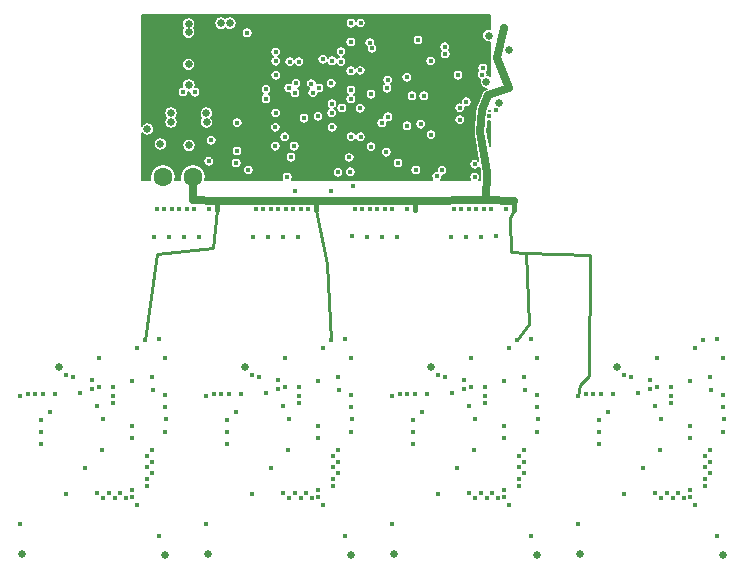
<source format=gbr>
G04 (created by PCBNEW-RS274X (2010-03-14)-final) date Thu 13 Oct 2011 08:56:15 PM EDT*
G01*
G70*
G90*
%MOIN*%
G04 Gerber Fmt 3.4, Leading zero omitted, Abs format*
%FSLAX34Y34*%
G04 APERTURE LIST*
%ADD10C,0.001000*%
%ADD11C,0.063000*%
%ADD12C,0.016000*%
%ADD13C,0.025000*%
%ADD14C,0.005000*%
%ADD15C,0.015000*%
%ADD16C,0.025000*%
%ADD17C,0.010000*%
G04 APERTURE END LIST*
G54D10*
G54D11*
X22300Y10700D03*
X23300Y10700D03*
G54D12*
X28886Y14237D03*
X26704Y10232D03*
X28571Y13285D03*
X28631Y10376D03*
X28267Y12986D03*
X27918Y10219D03*
X29753Y11510D03*
X28882Y12974D03*
X30808Y15255D03*
X29799Y12695D03*
X32947Y14098D03*
X26682Y11714D03*
X29798Y13912D03*
X32969Y14311D03*
X28892Y12030D03*
X29774Y13645D03*
X28581Y12033D03*
X30142Y11150D03*
X29239Y11699D03*
X24748Y11152D03*
X26361Y12024D03*
X23504Y08685D03*
X26798Y08678D03*
X30098Y08697D03*
X33400Y08704D03*
X29242Y13447D03*
X29601Y12491D03*
X32142Y14080D03*
X28892Y15821D03*
X29272Y14970D03*
X28573Y15811D03*
X28569Y15187D03*
X29200Y15169D03*
X31230Y14556D03*
X20106Y00144D03*
X20303Y-00018D03*
X20495Y00138D03*
X20692Y-00014D03*
X20882Y00146D03*
X21083Y-00014D03*
X21431Y-00243D03*
X21291Y00018D03*
X21291Y00239D03*
X21786Y00397D03*
X21783Y00609D03*
X27983Y00609D03*
X21928Y00814D03*
X21785Y01007D03*
X21928Y01200D03*
X21783Y01397D03*
X21932Y01588D03*
X19059Y04076D03*
X20637Y03386D03*
X21933Y04016D03*
X21453Y04989D03*
G54D13*
X18858Y04355D03*
G54D12*
X19308Y04007D03*
X20296Y02623D03*
X18302Y03446D03*
X20097Y03067D03*
X17798Y03451D03*
X28571Y14226D03*
X26899Y09608D03*
X26306Y00144D03*
X26503Y-00018D03*
X26695Y00138D03*
X26892Y-00014D03*
X27082Y00146D03*
X27283Y-00014D03*
X27631Y-00243D03*
X27491Y00018D03*
X27491Y00239D03*
X27986Y00397D03*
X28128Y00814D03*
X27985Y01007D03*
X28128Y01200D03*
X27983Y01397D03*
X28132Y01588D03*
X25259Y04076D03*
X27653Y04989D03*
X28133Y04016D03*
X26837Y03386D03*
G54D13*
X25058Y04355D03*
G54D12*
X25508Y04007D03*
X26368Y04643D03*
X32568Y04643D03*
X24502Y03446D03*
X26496Y02623D03*
X23998Y03451D03*
X26297Y03067D03*
X22997Y08688D03*
X26299Y08685D03*
X29595Y08694D03*
X32900Y08700D03*
X28576Y13583D03*
X32506Y00144D03*
X32703Y-00018D03*
X32895Y00138D03*
X33092Y-00014D03*
X33282Y00146D03*
X33483Y-00014D03*
X33831Y-00243D03*
X33691Y00018D03*
X33691Y00239D03*
X34186Y00397D03*
X34183Y00609D03*
X34328Y00814D03*
X34185Y01007D03*
X34328Y01200D03*
X34183Y01397D03*
X34332Y01588D03*
X31459Y04076D03*
X33853Y04989D03*
X34333Y04016D03*
X33037Y03386D03*
G54D13*
X31258Y04355D03*
G54D12*
X31708Y04007D03*
X30702Y03446D03*
X32696Y02623D03*
X30198Y03451D03*
X32497Y03067D03*
X38706Y00144D03*
X38903Y-00018D03*
X39095Y00138D03*
X39292Y-00014D03*
X39482Y00146D03*
X39683Y-00014D03*
X40031Y-00243D03*
X39891Y00018D03*
X39891Y00239D03*
X40386Y00397D03*
X40383Y00609D03*
X40528Y00814D03*
X40385Y01007D03*
X40528Y01200D03*
X40383Y01397D03*
X40532Y01588D03*
X28145Y10841D03*
X22497Y08682D03*
X25802Y08688D03*
X29104Y08697D03*
X32403Y08700D03*
X22003Y08679D03*
X25308Y08685D03*
X28595Y08708D03*
X31900Y08697D03*
X28555Y10863D03*
X37659Y04076D03*
X40053Y04989D03*
X40533Y04016D03*
X39237Y03386D03*
G54D13*
X37458Y04355D03*
G54D12*
X37908Y04007D03*
X38768Y04643D03*
X20168Y04643D03*
X36902Y03446D03*
X38896Y02623D03*
X36398Y03451D03*
X38697Y03067D03*
X21276Y02380D03*
X21276Y01985D03*
X22391Y02194D03*
X22403Y02607D03*
X22391Y03008D03*
X19551Y03502D03*
X18707Y03465D03*
X21269Y03875D03*
X20648Y03166D03*
X20637Y03696D03*
X20172Y03696D03*
X22379Y03429D03*
X21987Y03594D03*
X22160Y05275D03*
X22387Y04651D03*
X18240Y01791D03*
X18243Y02191D03*
X18245Y02576D03*
X18545Y02845D03*
X18052Y03449D03*
X20276Y01575D03*
X19705Y00999D03*
G54D13*
X22367Y-01901D03*
X17599Y-01896D03*
G54D12*
X23103Y09610D03*
X23845Y09611D03*
X22358Y09614D03*
X25658Y09614D03*
X27145Y09611D03*
X26403Y09610D03*
G54D13*
X23799Y-01896D03*
X28567Y-01901D03*
G54D12*
X25905Y00999D03*
X26476Y01575D03*
X24252Y03449D03*
X24745Y02845D03*
X24445Y02576D03*
X24443Y02191D03*
X24440Y01791D03*
X28587Y04651D03*
X28360Y05275D03*
X28187Y03594D03*
X28579Y03429D03*
X26372Y03696D03*
X26837Y03696D03*
X26848Y03166D03*
X27469Y03875D03*
X24907Y03465D03*
X25751Y03502D03*
X28591Y03008D03*
X28603Y02607D03*
X28591Y02194D03*
X27476Y01985D03*
X27476Y02380D03*
X28958Y09614D03*
X30445Y09611D03*
X29703Y09610D03*
G54D13*
X29999Y-01896D03*
X34767Y-01901D03*
G54D12*
X32105Y00999D03*
X32676Y01575D03*
X30452Y03449D03*
X30945Y02845D03*
X30645Y02576D03*
X30643Y02191D03*
X30640Y01791D03*
X34787Y04651D03*
X34560Y05275D03*
X34387Y03594D03*
X34779Y03429D03*
X32572Y03696D03*
X33037Y03696D03*
X33048Y03166D03*
X33669Y03875D03*
X31107Y03465D03*
X31951Y03502D03*
X34791Y03008D03*
X34803Y02607D03*
X34791Y02194D03*
X33676Y01985D03*
X33676Y02380D03*
X32258Y09614D03*
X33745Y09611D03*
X33003Y09610D03*
G54D13*
X36199Y-01896D03*
X40967Y-01901D03*
G54D12*
X38305Y00999D03*
X38876Y01575D03*
X36652Y03449D03*
X37145Y02845D03*
X36845Y02576D03*
X36843Y02191D03*
X36840Y01791D03*
X40987Y04651D03*
X40760Y05275D03*
X40587Y03594D03*
X40979Y03429D03*
X38772Y03696D03*
X39237Y03696D03*
X39248Y03166D03*
X39869Y03875D03*
X37307Y03465D03*
X38151Y03502D03*
X40991Y03008D03*
X41003Y02607D03*
X40991Y02194D03*
X39876Y01985D03*
X39876Y02380D03*
X30736Y10922D03*
X26056Y12342D03*
X26056Y11714D03*
X26577Y11349D03*
X27948Y12339D03*
X27940Y13126D03*
X27918Y13804D03*
X28244Y14533D03*
X27635Y14605D03*
X26843Y14532D03*
X26061Y14858D03*
X26064Y14547D03*
X25743Y13294D03*
X25739Y13605D03*
X28239Y14867D03*
X30607Y13394D03*
X31001Y13390D03*
X30434Y14009D03*
X32197Y12601D03*
X32193Y12999D03*
X32422Y13194D03*
X33189Y12719D03*
X33395Y12908D03*
X32692Y11104D03*
X32698Y10687D03*
X31606Y10904D03*
X31428Y10704D03*
X28512Y11337D03*
G54D13*
X33836Y14906D03*
X33088Y13864D03*
X33509Y13157D03*
X23759Y12516D03*
X23754Y12815D03*
X22571Y12818D03*
X22573Y12516D03*
X23165Y13751D03*
X23162Y14438D03*
X23162Y15793D03*
X23162Y15508D03*
G54D12*
X26447Y10680D03*
X25153Y10919D03*
X26497Y13652D03*
X27500Y13655D03*
X27297Y13501D03*
X26703Y13496D03*
X26736Y13808D03*
X27255Y13803D03*
X30439Y12392D03*
X30897Y12444D03*
G54D13*
X33164Y15399D03*
G54D12*
X23918Y11906D03*
X23827Y11205D03*
X24778Y11554D03*
X31716Y14796D03*
X31242Y12098D03*
X25115Y15495D03*
X27011Y12643D03*
G54D13*
X22220Y11785D03*
X21788Y12282D03*
G54D12*
X24779Y12501D03*
X31694Y15030D03*
X22097Y09617D03*
X22596Y09609D03*
X23352Y09610D03*
X22845Y09607D03*
X17558Y-00879D03*
X19061Y00117D03*
X25261Y00117D03*
X22174Y-01268D03*
X28697Y09617D03*
X29196Y09609D03*
X29952Y09610D03*
X29445Y09607D03*
X29958Y-00879D03*
X31461Y00117D03*
X34574Y-01268D03*
X31997Y09617D03*
X32496Y09609D03*
X33252Y09610D03*
X32745Y09607D03*
X36158Y-00879D03*
X37661Y00117D03*
X40774Y-01268D03*
X25397Y09617D03*
X25896Y09609D03*
X26652Y09610D03*
X26145Y09607D03*
X23758Y-00879D03*
X28374Y-01268D03*
X27475Y12705D03*
X27926Y12823D03*
X27951Y14557D03*
X26533Y14532D03*
X26071Y14073D03*
X26063Y12818D03*
G54D13*
X24241Y15810D03*
X24534Y15810D03*
G54D12*
X26374Y11722D03*
X27157Y14536D03*
X27914Y14054D03*
X26527Y12681D03*
X25719Y12324D03*
X25735Y12972D03*
X30027Y14649D03*
X32562Y15492D03*
X29167Y11388D03*
X25758Y14839D03*
X28267Y15490D03*
X29210Y15775D03*
X27303Y12036D03*
X27618Y12338D03*
X25416Y13921D03*
X32370Y13490D03*
X30020Y15500D03*
G54D13*
X22062Y15805D03*
X21900Y15611D03*
G54D12*
X28271Y13291D03*
X22973Y13520D03*
X23368Y13516D03*
G54D13*
X23175Y11739D03*
G54D12*
X21714Y05251D03*
X19935Y03612D03*
X19939Y03911D03*
X17546Y03370D03*
X24099Y09594D03*
X27399Y09594D03*
X23746Y03370D03*
X26139Y03911D03*
X26135Y03612D03*
X27914Y05251D03*
X30699Y09594D03*
X29946Y03370D03*
X32339Y03911D03*
X32335Y03612D03*
X34114Y05251D03*
X33999Y09594D03*
X36146Y03370D03*
X38539Y03911D03*
X38535Y03612D03*
X40314Y05251D03*
G54D13*
X33149Y13414D03*
X33849Y13644D03*
X33670Y15640D03*
G54D14*
X30027Y14649D02*
X32370Y13490D01*
X32370Y13490D02*
X32562Y15492D01*
X30027Y14649D02*
X30020Y15500D01*
X29210Y15775D02*
X29047Y15647D01*
X29646Y15652D02*
X30020Y15500D01*
X29646Y15652D02*
X29210Y15775D01*
X28267Y15490D02*
X29047Y15647D01*
X28267Y15490D02*
X27157Y14536D01*
X27157Y14536D02*
X26684Y14865D01*
X26684Y14865D02*
X26306Y15005D01*
X26306Y15005D02*
X25975Y15017D01*
X25975Y15017D02*
X25758Y14839D01*
X25758Y14839D02*
X25416Y13921D01*
X25416Y13921D02*
X22062Y15805D01*
X25416Y13921D02*
X25582Y13128D01*
X25582Y13128D02*
X25735Y12972D01*
X25735Y12972D02*
X25719Y12324D01*
X25719Y12324D02*
X26195Y12605D01*
X26195Y12605D02*
X26527Y12681D01*
X26527Y12681D02*
X27303Y12036D01*
X26374Y11722D02*
X26666Y11983D01*
X26666Y11983D02*
X27303Y12036D01*
X27303Y12036D02*
X27618Y12338D01*
X27303Y12036D02*
X28077Y11561D01*
X28077Y11561D02*
X29047Y11553D01*
X29047Y11553D02*
X29167Y11388D01*
X27914Y14054D02*
X27157Y14536D01*
X27914Y14054D02*
X28240Y13744D01*
X28240Y13744D02*
X28271Y13291D01*
G54D15*
X24100Y09900D02*
X24099Y09594D01*
X27400Y09900D02*
X27399Y09594D01*
X30700Y09900D02*
X30699Y09594D01*
X34000Y09900D02*
X33999Y09594D01*
G54D16*
X33670Y15640D02*
X33430Y14654D01*
X33849Y13644D02*
X33430Y14654D01*
X33149Y13414D02*
X33849Y13644D01*
X33149Y13414D02*
X32948Y12904D01*
X32948Y12904D02*
X32885Y12196D01*
X32885Y12196D02*
X33119Y10865D01*
X33119Y10865D02*
X33065Y09909D01*
X23300Y10700D02*
X23315Y09924D01*
X23315Y09924D02*
X24100Y09900D01*
X24100Y09900D02*
X27400Y09900D01*
X27400Y09900D02*
X30700Y09900D01*
X30700Y09900D02*
X33065Y09909D01*
X33065Y09909D02*
X34000Y09900D01*
G54D17*
X21714Y05251D02*
X22123Y08104D01*
X22123Y08104D02*
X23990Y08331D01*
X23990Y08331D02*
X24099Y09594D01*
X27399Y09594D02*
X27790Y07792D01*
X27790Y07792D02*
X27914Y05251D01*
X34114Y05251D02*
X34520Y05782D01*
X34520Y05782D02*
X34397Y08142D01*
X34397Y08142D02*
X33898Y08201D01*
X33898Y08201D02*
X33859Y09310D01*
X33859Y09310D02*
X33999Y09594D01*
X34397Y08142D02*
X36530Y08084D01*
X36530Y08084D02*
X36511Y04051D01*
X36511Y04051D02*
X36206Y03753D01*
X36206Y03753D02*
X36146Y03370D01*
G54D10*
G36*
X33200Y15161D02*
X33200Y14682D01*
X33164Y15171D01*
X33200Y15161D01*
X33200Y15161D01*
G37*
G54D14*
X33200Y15161D02*
X33200Y14682D01*
X33164Y15171D01*
X33200Y15161D01*
G54D10*
G36*
X32711Y12802D02*
X32702Y12711D01*
X32363Y12670D01*
X32711Y12802D01*
X32711Y12802D01*
G37*
G54D14*
X32711Y12802D02*
X32702Y12711D01*
X32363Y12670D01*
X32711Y12802D01*
G54D10*
G36*
X32422Y13014D02*
X32491Y13028D01*
X32359Y12930D01*
X32422Y13014D01*
X32422Y13014D01*
G37*
G54D14*
X32422Y13014D02*
X32491Y13028D01*
X32359Y12930D01*
X32422Y13014D01*
G54D10*
G36*
X33164Y15627D02*
X33200Y16100D01*
X33200Y15619D01*
X33164Y15627D01*
X33164Y15627D01*
G37*
G54D14*
X33164Y15627D02*
X33200Y16100D01*
X33200Y15619D01*
X33164Y15627D01*
G54D10*
G36*
X31674Y15756D02*
X31979Y16100D01*
X32284Y15756D01*
X31674Y15756D01*
X31674Y15756D01*
G37*
G54D14*
X31674Y15756D02*
X31979Y16100D01*
X32284Y15756D01*
X31674Y15756D01*
G54D10*
G36*
X32889Y10825D02*
X32888Y10810D01*
X32825Y10814D01*
X32889Y10825D01*
X32889Y10825D01*
G37*
G54D14*
X32889Y10825D02*
X32888Y10810D01*
X32825Y10814D01*
X32889Y10825D01*
G54D10*
G36*
X32666Y12129D02*
X32684Y12024D01*
X32284Y12319D01*
X32666Y12129D01*
X32666Y12129D01*
G37*
G54D14*
X32666Y12129D02*
X32684Y12024D01*
X32284Y12319D01*
X32666Y12129D01*
G54D10*
G36*
X31674Y12319D02*
X32128Y12435D01*
X32284Y12319D01*
X31674Y12319D01*
X31674Y12319D01*
G37*
G54D14*
X31674Y12319D02*
X32128Y12435D01*
X32284Y12319D01*
X31674Y12319D01*
G54D10*
G36*
X31674Y11631D02*
X31674Y12319D01*
X32284Y12319D01*
X31674Y11631D01*
X31674Y11631D01*
G37*
G54D14*
X31674Y11631D02*
X31674Y12319D01*
X32284Y12319D01*
X31674Y11631D01*
G54D10*
G36*
X32895Y15069D02*
X32842Y14438D01*
X32284Y15069D01*
X32895Y15069D01*
X32895Y15069D01*
G37*
G54D14*
X32895Y15069D02*
X32842Y14438D01*
X32284Y15069D01*
X32895Y15069D01*
G54D10*
G36*
X32895Y15756D02*
X33200Y16100D01*
X33164Y15627D01*
X32895Y15756D01*
X32895Y15756D01*
G37*
G54D14*
X32895Y15756D02*
X33200Y16100D01*
X33164Y15627D01*
X32895Y15756D01*
G54D10*
G36*
X31674Y12319D02*
X31311Y12264D01*
X31063Y12513D01*
X31674Y12319D01*
X31674Y12319D01*
G37*
G54D14*
X31674Y12319D02*
X31311Y12264D01*
X31063Y12513D01*
X31674Y12319D01*
G54D10*
G36*
X32284Y12319D02*
X32284Y11631D01*
X31674Y11631D01*
X32284Y12319D01*
X32284Y12319D01*
G37*
G54D14*
X32284Y12319D02*
X32284Y11631D01*
X31674Y11631D01*
X32284Y12319D01*
G54D10*
G36*
X32284Y11631D02*
X31733Y11031D01*
X31674Y11631D01*
X32284Y11631D01*
X32284Y11631D01*
G37*
G54D14*
X32284Y11631D02*
X31733Y11031D01*
X31674Y11631D01*
X32284Y11631D01*
G54D10*
G36*
X30676Y13228D02*
X30932Y13224D01*
X31063Y13006D01*
X30676Y13228D01*
X30676Y13228D01*
G37*
G54D14*
X30676Y13228D02*
X30932Y13224D01*
X31063Y13006D01*
X30676Y13228D01*
G54D10*
G36*
X31063Y13694D02*
X31299Y14390D01*
X31674Y13694D01*
X31063Y13694D01*
X31063Y13694D01*
G37*
G54D14*
X31063Y13694D02*
X31299Y14390D01*
X31674Y13694D01*
X31063Y13694D01*
G54D10*
G36*
X31674Y14381D02*
X31674Y13694D01*
X31299Y14390D01*
X31674Y14381D01*
X31674Y14381D01*
G37*
G54D14*
X31674Y14381D02*
X31674Y13694D01*
X31299Y14390D01*
X31674Y14381D01*
G54D10*
G36*
X31063Y10944D02*
X30863Y11049D01*
X31063Y11631D01*
X31063Y10944D01*
X31063Y10944D01*
G37*
G54D14*
X31063Y10944D02*
X30863Y11049D01*
X31063Y11631D01*
X31063Y10944D01*
G54D10*
G36*
X31674Y13694D02*
X31674Y13006D01*
X31181Y13390D01*
X31674Y13694D01*
X31674Y13694D01*
G37*
G54D14*
X31674Y13694D02*
X31674Y13006D01*
X31181Y13390D01*
X31674Y13694D01*
G54D10*
G36*
X30453Y13694D02*
X29954Y13645D01*
X30365Y13843D01*
X30453Y13694D01*
X30453Y13694D01*
G37*
G54D14*
X30453Y13694D02*
X29954Y13645D01*
X30365Y13843D01*
X30453Y13694D01*
G54D10*
G36*
X30988Y15255D02*
X30974Y15324D01*
X31567Y15157D01*
X30988Y15255D01*
X30988Y15255D01*
G37*
G54D14*
X30988Y15255D02*
X30974Y15324D01*
X31567Y15157D01*
X30988Y15255D01*
G54D10*
G36*
X31063Y15756D02*
X30453Y15756D01*
X31063Y16100D01*
X31063Y15756D01*
X31063Y15756D01*
G37*
G54D14*
X31063Y15756D02*
X30453Y15756D01*
X31063Y16100D01*
X31063Y15756D01*
G54D10*
G36*
X30508Y12226D02*
X31076Y12029D01*
X30453Y11631D01*
X30508Y12226D01*
X30508Y12226D01*
G37*
G54D14*
X30508Y12226D02*
X31076Y12029D01*
X30453Y11631D01*
X30508Y12226D01*
G54D10*
G36*
X29232Y10944D02*
X29684Y11344D01*
X29842Y10944D01*
X29232Y10944D01*
X29232Y10944D01*
G37*
G54D14*
X29232Y10944D02*
X29684Y11344D01*
X29842Y10944D01*
X29232Y10944D01*
G54D10*
G36*
X29901Y13518D02*
X30441Y13325D01*
X29842Y13006D01*
X29901Y13518D01*
X29901Y13518D01*
G37*
G54D14*
X29901Y13518D02*
X30441Y13325D01*
X29842Y13006D01*
X29901Y13518D01*
G54D10*
G36*
X31063Y14381D02*
X31063Y13694D01*
X30614Y14009D01*
X31063Y14381D01*
X31063Y14381D01*
G37*
G54D14*
X31063Y14381D02*
X31063Y13694D01*
X30614Y14009D01*
X31063Y14381D01*
G54D10*
G36*
X29925Y13785D02*
X29940Y13714D01*
X29903Y13770D01*
X29925Y13785D01*
X29925Y13785D01*
G37*
G54D14*
X29925Y13785D02*
X29940Y13714D01*
X29903Y13770D01*
X29925Y13785D01*
G54D10*
G36*
X30453Y14381D02*
X29842Y14381D01*
X30453Y15069D01*
X30453Y14381D01*
X30453Y14381D01*
G37*
G54D14*
X30453Y14381D02*
X29842Y14381D01*
X30453Y15069D01*
X30453Y14381D01*
G54D10*
G36*
X30453Y15069D02*
X29842Y15069D01*
X30453Y15756D01*
X30453Y15069D01*
X30453Y15069D01*
G37*
G54D14*
X30453Y15069D02*
X29842Y15069D01*
X30453Y15756D01*
X30453Y15069D01*
G54D10*
G36*
X29842Y10944D02*
X29537Y10600D01*
X29232Y10944D01*
X29842Y10944D01*
X29842Y10944D01*
G37*
G54D14*
X29842Y10944D02*
X29537Y10600D01*
X29232Y10944D01*
X29842Y10944D01*
G54D10*
G36*
X29232Y13006D02*
X29048Y13043D01*
X29173Y13281D01*
X29232Y13006D01*
X29232Y13006D01*
G37*
G54D14*
X29232Y13006D02*
X29048Y13043D01*
X29173Y13281D01*
X29232Y13006D01*
G54D10*
G36*
X30453Y15069D02*
X29842Y14381D01*
X29842Y15069D01*
X30453Y15069D01*
X30453Y15069D01*
G37*
G54D14*
X30453Y15069D02*
X29842Y14381D01*
X29842Y15069D01*
X30453Y15069D01*
G54D10*
G36*
X28955Y14403D02*
X29203Y14804D01*
X29232Y14381D01*
X28955Y14403D01*
X28955Y14403D01*
G37*
G54D14*
X28955Y14403D02*
X29203Y14804D01*
X29232Y14381D01*
X28955Y14403D01*
G54D10*
G36*
X30453Y15756D02*
X29842Y15069D01*
X29842Y15756D01*
X30453Y15756D01*
X30453Y15756D01*
G37*
G54D14*
X30453Y15756D02*
X29842Y15069D01*
X29842Y15756D01*
X30453Y15756D01*
G54D10*
G36*
X29842Y14381D02*
X29438Y14901D01*
X29842Y15069D01*
X29842Y14381D01*
X29842Y14381D01*
G37*
G54D14*
X29842Y14381D02*
X29438Y14901D01*
X29842Y15069D01*
X29842Y14381D01*
G54D10*
G36*
X29009Y12847D02*
X29048Y12905D01*
X29474Y12618D01*
X29009Y12847D01*
X29009Y12847D01*
G37*
G54D14*
X29009Y12847D02*
X29048Y12905D01*
X29474Y12618D01*
X29009Y12847D01*
G54D10*
G36*
X29842Y10944D02*
X29951Y10600D01*
X29537Y10600D01*
X29842Y10944D01*
X29842Y10944D01*
G37*
G54D14*
X29842Y10944D02*
X29951Y10600D01*
X29537Y10600D01*
X29842Y10944D01*
G54D10*
G36*
X28516Y10600D02*
X28177Y10600D01*
X28272Y10714D01*
X28516Y10600D01*
X28516Y10600D01*
G37*
G54D14*
X28516Y10600D02*
X28177Y10600D01*
X28272Y10714D01*
X28516Y10600D01*
G54D10*
G36*
X29232Y13006D02*
X29062Y12974D01*
X29048Y13043D01*
X29232Y13006D01*
X29232Y13006D01*
G37*
G54D14*
X29232Y13006D02*
X29062Y12974D01*
X29048Y13043D01*
X29232Y13006D01*
G54D10*
G36*
X28569Y15007D02*
X28419Y14867D01*
X28500Y15021D01*
X28569Y15007D01*
X28569Y15007D01*
G37*
G54D14*
X28569Y15007D02*
X28419Y14867D01*
X28500Y15021D01*
X28569Y15007D01*
G54D10*
G36*
X28011Y11631D02*
X28018Y10968D01*
X27400Y11631D01*
X28011Y11631D01*
X28011Y11631D01*
G37*
G54D14*
X28011Y11631D02*
X28018Y10968D01*
X27400Y11631D01*
X28011Y11631D01*
G54D10*
G36*
X28011Y15069D02*
X27400Y15069D01*
X28011Y15756D01*
X28011Y15069D01*
X28011Y15069D01*
G37*
G54D14*
X28011Y15069D02*
X27400Y15069D01*
X28011Y15756D01*
X28011Y15069D01*
G54D10*
G36*
X27400Y15756D02*
X27400Y16100D01*
X28011Y16100D01*
X27400Y15756D01*
X27400Y15756D01*
G37*
G54D14*
X27400Y15756D02*
X27400Y16100D01*
X28011Y16100D01*
X27400Y15756D01*
G54D10*
G36*
X27400Y10944D02*
X27400Y11631D01*
X28018Y10968D01*
X27400Y10944D01*
X27400Y10944D01*
G37*
G54D14*
X27400Y10944D02*
X27400Y11631D01*
X28018Y10968D01*
X27400Y10944D01*
G54D10*
G36*
X26743Y11280D02*
X26757Y11349D01*
X27400Y10944D01*
X26743Y11280D01*
X26743Y11280D01*
G37*
G54D14*
X26743Y11280D02*
X26757Y11349D01*
X27400Y10944D01*
X26743Y11280D01*
G54D10*
G36*
X27882Y14723D02*
X27824Y14684D01*
X27762Y14732D01*
X27882Y14723D01*
X27882Y14723D01*
G37*
G54D14*
X27882Y14723D02*
X27824Y14684D01*
X27762Y14732D01*
X27882Y14723D01*
G54D10*
G36*
X27400Y15069D02*
X28011Y15069D01*
X27635Y14785D01*
X27400Y15069D01*
X27400Y15069D01*
G37*
G54D14*
X27400Y15069D02*
X28011Y15069D01*
X27635Y14785D01*
X27400Y15069D01*
G54D10*
G36*
X28011Y15756D02*
X27400Y15069D01*
X27400Y15756D01*
X28011Y15756D01*
X28011Y15756D01*
G37*
G54D14*
X28011Y15756D02*
X27400Y15069D01*
X27400Y15756D01*
X28011Y15756D01*
G54D10*
G36*
X27400Y15069D02*
X26789Y15069D01*
X27400Y15756D01*
X27400Y15069D01*
X27400Y15069D01*
G37*
G54D14*
X27400Y15069D02*
X26789Y15069D01*
X27400Y15756D01*
X27400Y15069D01*
G54D10*
G36*
X26789Y15756D02*
X26789Y16100D01*
X27400Y15756D01*
X26789Y15756D01*
X26789Y15756D01*
G37*
G54D14*
X26789Y15756D02*
X26789Y16100D01*
X27400Y15756D01*
X26789Y15756D01*
G54D10*
G36*
X26789Y10944D02*
X26743Y11280D01*
X27400Y10944D01*
X26789Y10944D01*
X26789Y10944D01*
G37*
G54D14*
X26789Y10944D02*
X26743Y11280D01*
X27400Y10944D01*
X26789Y10944D01*
G54D10*
G36*
X26497Y13472D02*
X26527Y13478D01*
X26537Y13427D01*
X26497Y13472D01*
X26497Y13472D01*
G37*
G54D14*
X26497Y13472D02*
X26527Y13478D01*
X26537Y13427D01*
X26497Y13472D01*
G54D10*
G36*
X27400Y15756D02*
X26789Y15069D01*
X26789Y15756D01*
X27400Y15756D01*
X27400Y15756D01*
G37*
G54D14*
X27400Y15756D02*
X26789Y15069D01*
X26789Y15756D01*
X27400Y15756D01*
G54D10*
G36*
X26789Y15069D02*
X26179Y15069D01*
X26789Y15756D01*
X26789Y15069D01*
X26789Y15069D01*
G37*
G54D14*
X26789Y15069D02*
X26179Y15069D01*
X26789Y15756D01*
X26789Y15069D01*
G54D10*
G36*
X26179Y15756D02*
X26179Y16100D01*
X26789Y15756D01*
X26179Y15756D01*
X26179Y15756D01*
G37*
G54D14*
X26179Y15756D02*
X26179Y16100D01*
X26789Y15756D01*
X26179Y15756D01*
G54D10*
G36*
X27400Y10944D02*
X27095Y10600D01*
X26789Y10944D01*
X27400Y10944D01*
X27400Y10944D01*
G37*
G54D14*
X27400Y10944D02*
X27095Y10600D01*
X26789Y10944D01*
X27400Y10944D01*
G54D10*
G36*
X26743Y11418D02*
X26809Y11587D01*
X26757Y11349D01*
X26743Y11418D01*
X26743Y11418D01*
G37*
G54D14*
X26743Y11418D02*
X26809Y11587D01*
X26757Y11349D01*
X26743Y11418D01*
G54D10*
G36*
X26267Y10680D02*
X25568Y10600D01*
X26179Y10944D01*
X26267Y10680D01*
X26267Y10680D01*
G37*
G54D14*
X26267Y10680D02*
X25568Y10600D01*
X26179Y10944D01*
X26267Y10680D01*
G54D10*
G36*
X26789Y15756D02*
X26179Y15069D01*
X26179Y15756D01*
X26789Y15756D01*
X26789Y15756D01*
G37*
G54D14*
X26789Y15756D02*
X26179Y15069D01*
X26179Y15756D01*
X26789Y15756D01*
G54D10*
G36*
X26179Y15069D02*
X26789Y15069D01*
X26227Y14927D01*
X26179Y15069D01*
X26179Y15069D01*
G37*
G54D14*
X26179Y15069D02*
X26789Y15069D01*
X26227Y14927D01*
X26179Y15069D01*
G54D10*
G36*
X25568Y15756D02*
X25568Y16100D01*
X26179Y15756D01*
X25568Y15756D01*
X25568Y15756D01*
G37*
G54D14*
X25568Y15756D02*
X25568Y16100D01*
X26179Y15756D01*
X25568Y15756D01*
G54D10*
G36*
X24959Y12501D02*
X24945Y12570D01*
X25568Y12319D01*
X24959Y12501D01*
X24959Y12501D01*
G37*
G54D14*
X24959Y12501D02*
X24945Y12570D01*
X25568Y12319D01*
X24959Y12501D01*
G54D10*
G36*
X26179Y10944D02*
X26450Y11222D01*
X26378Y10846D01*
X26179Y10944D01*
X26179Y10944D01*
G37*
G54D14*
X26179Y10944D02*
X26450Y11222D01*
X26378Y10846D01*
X26179Y10944D01*
G54D10*
G36*
X24958Y10944D02*
X24875Y11025D01*
X24987Y10988D01*
X24958Y10944D01*
X24958Y10944D01*
G37*
G54D14*
X24958Y10944D02*
X24875Y11025D01*
X24987Y10988D01*
X24958Y10944D01*
G54D10*
G36*
X24958Y11631D02*
X24958Y12319D01*
X25568Y12319D01*
X24958Y11631D01*
X24958Y11631D01*
G37*
G54D14*
X24958Y11631D02*
X24958Y12319D01*
X25568Y12319D01*
X24958Y11631D01*
G54D10*
G36*
X26331Y13583D02*
X26370Y13525D01*
X25909Y13363D01*
X26331Y13583D01*
X26331Y13583D01*
G37*
G54D14*
X26331Y13583D02*
X26370Y13525D01*
X25909Y13363D01*
X26331Y13583D01*
G54D10*
G36*
X25568Y13694D02*
X24958Y13694D01*
X25568Y14381D01*
X25568Y13694D01*
X25568Y13694D01*
G37*
G54D14*
X25568Y13694D02*
X24958Y13694D01*
X25568Y14381D01*
X25568Y13694D01*
G54D10*
G36*
X25568Y14381D02*
X24958Y14381D01*
X25568Y15069D01*
X25568Y14381D01*
X25568Y14381D01*
G37*
G54D14*
X25568Y14381D02*
X24958Y14381D01*
X25568Y15069D01*
X25568Y14381D01*
G54D10*
G36*
X26179Y15756D02*
X25992Y15024D01*
X25568Y15756D01*
X26179Y15756D01*
X26179Y15756D01*
G37*
G54D14*
X26179Y15756D02*
X25992Y15024D01*
X25568Y15756D01*
X26179Y15756D01*
G54D10*
G36*
X25568Y15756D02*
X25184Y15661D01*
X25399Y16100D01*
X25568Y15756D01*
X25568Y15756D01*
G37*
G54D14*
X25568Y15756D02*
X25184Y15661D01*
X25399Y16100D01*
X25568Y15756D01*
G54D10*
G36*
X25568Y12319D02*
X25568Y11631D01*
X24958Y11631D01*
X25568Y12319D01*
X25568Y12319D01*
G37*
G54D14*
X25568Y12319D02*
X25568Y11631D01*
X24958Y11631D01*
X25568Y12319D01*
G54D10*
G36*
X24582Y11221D02*
X24568Y11152D01*
X24007Y11205D01*
X24582Y11221D01*
X24582Y11221D01*
G37*
G54D14*
X24582Y11221D02*
X24568Y11152D01*
X24007Y11205D01*
X24582Y11221D01*
G54D10*
G36*
X24958Y12319D02*
X24959Y12501D01*
X25568Y12319D01*
X24958Y12319D01*
X24958Y12319D01*
G37*
G54D14*
X24958Y12319D02*
X24959Y12501D01*
X25568Y12319D01*
X24958Y12319D01*
G54D10*
G36*
X24347Y12319D02*
X23969Y12603D01*
X24613Y12570D01*
X24347Y12319D01*
X24347Y12319D01*
G37*
G54D14*
X24347Y12319D02*
X23969Y12603D01*
X24613Y12570D01*
X24347Y12319D01*
G54D10*
G36*
X25568Y13694D02*
X25612Y13732D01*
X25573Y13674D01*
X25568Y13694D01*
X25568Y13694D01*
G37*
G54D14*
X25568Y13694D02*
X25612Y13732D01*
X25573Y13674D01*
X25568Y13694D01*
G54D10*
G36*
X24958Y13006D02*
X24347Y13006D01*
X24958Y13694D01*
X24958Y13006D01*
X24958Y13006D01*
G37*
G54D14*
X24958Y13006D02*
X24347Y13006D01*
X24958Y13694D01*
X24958Y13006D01*
G54D10*
G36*
X25568Y14381D02*
X24958Y13694D01*
X24958Y14381D01*
X25568Y14381D01*
X25568Y14381D01*
G37*
G54D14*
X25568Y14381D02*
X24958Y13694D01*
X24958Y14381D01*
X25568Y14381D01*
G54D10*
G36*
X24958Y13694D02*
X24347Y13694D01*
X24958Y14381D01*
X24958Y13694D01*
X24958Y13694D01*
G37*
G54D14*
X24958Y13694D02*
X24347Y13694D01*
X24958Y14381D01*
X24958Y13694D01*
G54D10*
G36*
X25568Y15069D02*
X24958Y14381D01*
X24958Y15069D01*
X25568Y15069D01*
X25568Y15069D01*
G37*
G54D14*
X25568Y15069D02*
X24958Y14381D01*
X24958Y15069D01*
X25568Y15069D01*
G54D10*
G36*
X24958Y14381D02*
X24347Y14381D01*
X24958Y15069D01*
X24958Y14381D01*
X24958Y14381D01*
G37*
G54D14*
X24958Y14381D02*
X24347Y14381D01*
X24958Y15069D01*
X24958Y14381D01*
G54D10*
G36*
X25568Y15756D02*
X25568Y15069D01*
X25295Y15495D01*
X25568Y15756D01*
X25568Y15756D01*
G37*
G54D14*
X25568Y15756D02*
X25568Y15069D01*
X25295Y15495D01*
X25568Y15756D01*
G54D10*
G36*
X23987Y12516D02*
X23969Y12603D01*
X24347Y12319D01*
X23987Y12516D01*
X23987Y12516D01*
G37*
G54D14*
X23987Y12516D02*
X23969Y12603D01*
X24347Y12319D01*
X23987Y12516D01*
G54D10*
G36*
X24958Y13694D02*
X24347Y13006D01*
X24347Y13694D01*
X24958Y13694D01*
X24958Y13694D01*
G37*
G54D14*
X24958Y13694D02*
X24347Y13006D01*
X24347Y13694D01*
X24958Y13694D01*
G54D10*
G36*
X24958Y14381D02*
X24347Y13694D01*
X24347Y14381D01*
X24958Y14381D01*
X24958Y14381D01*
G37*
G54D14*
X24958Y14381D02*
X24347Y13694D01*
X24347Y14381D01*
X24958Y14381D01*
G54D10*
G36*
X24347Y13694D02*
X23737Y13694D01*
X24347Y14381D01*
X24347Y13694D01*
X24347Y13694D01*
G37*
G54D14*
X24347Y13694D02*
X23737Y13694D01*
X24347Y14381D01*
X24347Y13694D01*
G54D10*
G36*
X24958Y15069D02*
X24347Y14381D01*
X24347Y15069D01*
X24958Y15069D01*
X24958Y15069D01*
G37*
G54D14*
X24958Y15069D02*
X24347Y14381D01*
X24347Y15069D01*
X24958Y15069D01*
G54D10*
G36*
X24347Y14381D02*
X23737Y14381D01*
X24347Y15069D01*
X24347Y14381D01*
X24347Y14381D01*
G37*
G54D14*
X24347Y14381D02*
X23737Y14381D01*
X24347Y15069D01*
X24347Y14381D01*
G54D10*
G36*
X24007Y11205D02*
X23993Y11274D01*
X24582Y11221D01*
X24007Y11205D01*
X24007Y11205D01*
G37*
G54D14*
X24007Y11205D02*
X23993Y11274D01*
X24582Y11221D01*
X24007Y11205D01*
G54D10*
G36*
X24347Y12319D02*
X24651Y11681D01*
X24098Y11906D01*
X24347Y12319D01*
X24347Y12319D01*
G37*
G54D14*
X24347Y12319D02*
X24651Y11681D01*
X24098Y11906D01*
X24347Y12319D01*
G54D10*
G36*
X23737Y10944D02*
X23729Y10700D01*
X23696Y10864D01*
X23737Y10944D01*
X23737Y10944D01*
G37*
G54D14*
X23737Y10944D02*
X23729Y10700D01*
X23696Y10864D01*
X23737Y10944D01*
G54D10*
G36*
X24347Y13006D02*
X23841Y13025D01*
X24347Y13694D01*
X24347Y13006D01*
X24347Y13006D01*
G37*
G54D14*
X24347Y13006D02*
X23841Y13025D01*
X24347Y13694D01*
X24347Y13006D01*
G54D10*
G36*
X24347Y14381D02*
X23737Y13694D01*
X23737Y14381D01*
X24347Y14381D01*
X24347Y14381D01*
G37*
G54D14*
X24347Y14381D02*
X23737Y13694D01*
X23737Y14381D01*
X24347Y14381D01*
G54D10*
G36*
X23737Y13694D02*
X23495Y13643D01*
X23393Y13751D01*
X23737Y13694D01*
X23737Y13694D01*
G37*
G54D14*
X23737Y13694D02*
X23495Y13643D01*
X23393Y13751D01*
X23737Y13694D01*
G54D10*
G36*
X24347Y15069D02*
X23737Y14381D01*
X23737Y15069D01*
X24347Y15069D01*
X24347Y15069D01*
G37*
G54D14*
X24347Y15069D02*
X23737Y14381D01*
X23737Y15069D01*
X24347Y15069D01*
G54D10*
G36*
X23326Y13912D02*
X23323Y14277D01*
X23737Y14381D01*
X23326Y13912D01*
X23326Y13912D01*
G37*
G54D14*
X23326Y13912D02*
X23323Y14277D01*
X23737Y14381D01*
X23326Y13912D01*
G54D10*
G36*
X23737Y15756D02*
X23372Y15595D01*
X23372Y15706D01*
X23737Y15756D01*
X23737Y15756D01*
G37*
G54D14*
X23737Y15756D02*
X23372Y15595D01*
X23372Y15706D01*
X23737Y15756D01*
G54D10*
G36*
X23088Y11529D02*
X22997Y11003D01*
X23014Y11578D01*
X23088Y11529D01*
X23088Y11529D01*
G37*
G54D14*
X23088Y11529D02*
X22997Y11003D01*
X23014Y11578D01*
X23088Y11529D01*
G54D10*
G36*
X23737Y15069D02*
X23389Y15508D01*
X23737Y15756D01*
X23737Y15069D01*
X23737Y15069D01*
G37*
G54D14*
X23737Y15069D02*
X23389Y15508D01*
X23737Y15756D01*
X23737Y15069D01*
G54D10*
G36*
X23175Y11511D02*
X23136Y11096D01*
X23088Y11529D01*
X23175Y11511D01*
X23175Y11511D01*
G37*
G54D14*
X23175Y11511D02*
X23136Y11096D01*
X23088Y11529D01*
X23175Y11511D01*
G54D10*
G36*
X22573Y12288D02*
X22660Y12306D01*
X22430Y11872D01*
X22573Y12288D01*
X22573Y12288D01*
G37*
G54D14*
X22573Y12288D02*
X22660Y12306D01*
X22430Y11872D01*
X22573Y12288D01*
G54D10*
G36*
X22516Y13694D02*
X22484Y13028D01*
X21905Y13694D01*
X22516Y13694D01*
X22516Y13694D01*
G37*
G54D14*
X22516Y13694D02*
X22484Y13028D01*
X21905Y13694D01*
X22516Y13694D01*
G54D10*
G36*
X23737Y15069D02*
X23249Y14648D01*
X23126Y15069D01*
X23737Y15069D01*
X23737Y15069D01*
G37*
G54D14*
X23737Y15069D02*
X23249Y14648D01*
X23126Y15069D01*
X23737Y15069D01*
G54D10*
G36*
X21905Y13694D02*
X21905Y14381D01*
X22516Y14381D01*
X21905Y13694D01*
X21905Y13694D01*
G37*
G54D14*
X21905Y13694D02*
X21905Y14381D01*
X22516Y14381D01*
X21905Y13694D01*
G54D10*
G36*
X21905Y14381D02*
X21905Y15069D01*
X22516Y15069D01*
X21905Y14381D01*
X21905Y14381D01*
G37*
G54D14*
X21905Y14381D02*
X21905Y15069D01*
X22516Y15069D01*
X21905Y14381D01*
G54D10*
G36*
X21905Y15069D02*
X21905Y15756D01*
X22516Y15756D01*
X21905Y15069D01*
X21905Y15069D01*
G37*
G54D14*
X21905Y15069D02*
X21905Y15756D01*
X22516Y15756D01*
X21905Y15069D01*
G54D10*
G36*
X21905Y10944D02*
X21904Y10864D01*
X21600Y10904D01*
X21905Y10944D01*
X21905Y10944D01*
G37*
G54D14*
X21905Y10944D02*
X21904Y10864D01*
X21600Y10904D01*
X21905Y10944D01*
G54D10*
G36*
X22516Y14381D02*
X22516Y13694D01*
X21905Y13694D01*
X22516Y14381D01*
X22516Y14381D01*
G37*
G54D14*
X22516Y14381D02*
X22516Y13694D01*
X21905Y13694D01*
X22516Y14381D01*
G54D10*
G36*
X21905Y13006D02*
X21788Y12509D01*
X21600Y13006D01*
X21905Y13006D01*
X21905Y13006D01*
G37*
G54D14*
X21905Y13006D02*
X21788Y12509D01*
X21600Y13006D01*
X21905Y13006D01*
G54D10*
G36*
X22516Y15069D02*
X22516Y14381D01*
X21905Y14381D01*
X22516Y15069D01*
X22516Y15069D01*
G37*
G54D14*
X22516Y15069D02*
X22516Y14381D01*
X21905Y14381D01*
X22516Y15069D01*
G54D10*
G36*
X22516Y15756D02*
X22516Y15069D01*
X21905Y15069D01*
X22516Y15756D01*
X22516Y15756D01*
G37*
G54D14*
X22516Y15756D02*
X22516Y15069D01*
X21905Y15069D01*
X22516Y15756D01*
G54D10*
G36*
X21905Y15756D02*
X21905Y16100D01*
X22516Y15756D01*
X21905Y15756D01*
X21905Y15756D01*
G37*
G54D14*
X21905Y15756D02*
X21905Y16100D01*
X22516Y15756D01*
X21905Y15756D01*
G54D10*
G36*
X21600Y10904D02*
X21600Y11631D01*
X21905Y10944D01*
X21600Y10904D01*
X21600Y10904D01*
G37*
G54D14*
X21600Y10904D02*
X21600Y11631D01*
X21905Y10944D01*
X21600Y10904D01*
G54D10*
G36*
X21905Y13694D02*
X21905Y13006D01*
X21600Y13350D01*
X21905Y13694D01*
X21905Y13694D01*
G37*
G54D14*
X21905Y13694D02*
X21905Y13006D01*
X21600Y13350D01*
X21905Y13694D01*
G54D10*
G36*
X21905Y15069D02*
X21905Y14381D01*
X21600Y14725D01*
X21905Y15069D01*
X21905Y15069D01*
G37*
G54D14*
X21905Y15069D02*
X21905Y14381D01*
X21600Y14725D01*
X21905Y15069D01*
G54D10*
G36*
X32895Y15756D02*
X32284Y15756D01*
X32895Y16100D01*
X32895Y15756D01*
X32895Y15756D01*
G37*
G54D14*
X32895Y15756D02*
X32284Y15756D01*
X32895Y16100D01*
X32895Y15756D01*
G54D10*
G36*
X21905Y15756D02*
X21600Y15756D01*
X21600Y16100D01*
X21905Y15756D01*
X21905Y15756D01*
G37*
G54D14*
X21905Y15756D02*
X21600Y15756D01*
X21600Y16100D01*
X21905Y15756D01*
G54D10*
G36*
X22696Y10864D02*
X22904Y10864D01*
X22729Y10700D01*
X22696Y10864D01*
X22696Y10864D01*
G37*
G54D14*
X22696Y10864D02*
X22904Y10864D01*
X22729Y10700D01*
X22696Y10864D01*
G54D10*
G36*
X21905Y10944D02*
X21997Y11003D01*
X21904Y10864D01*
X21905Y10944D01*
X21905Y10944D01*
G37*
G54D14*
X21905Y10944D02*
X21997Y11003D01*
X21904Y10864D01*
X21905Y10944D01*
G54D10*
G36*
X21600Y10600D02*
X21600Y10904D01*
X21871Y10700D01*
X21600Y10600D01*
X21600Y10600D01*
G37*
G54D14*
X21600Y10600D02*
X21600Y10904D01*
X21871Y10700D01*
X21600Y10600D01*
G54D10*
G36*
X21905Y10944D02*
X21600Y11631D01*
X21997Y11003D01*
X21905Y10944D01*
X21905Y10944D01*
G37*
G54D14*
X21905Y10944D02*
X21600Y11631D01*
X21997Y11003D01*
X21905Y10944D01*
G54D10*
G36*
X21997Y11003D02*
X21905Y11631D01*
X22136Y11096D01*
X21997Y11003D01*
X21997Y11003D01*
G37*
G54D14*
X21997Y11003D02*
X21905Y11631D01*
X22136Y11096D01*
X21997Y11003D01*
G54D10*
G36*
X22300Y11129D02*
X22307Y11575D01*
X22464Y11096D01*
X22300Y11129D01*
X22300Y11129D01*
G37*
G54D14*
X22300Y11129D02*
X22307Y11575D01*
X22464Y11096D01*
X22300Y11129D01*
G54D10*
G36*
X22603Y11003D02*
X22997Y11003D01*
X22904Y10864D01*
X22603Y11003D01*
X22603Y11003D01*
G37*
G54D14*
X22603Y11003D02*
X22997Y11003D01*
X22904Y10864D01*
X22603Y11003D01*
G54D10*
G36*
X24347Y10944D02*
X24347Y10600D01*
X23868Y10600D01*
X24347Y10944D01*
X24347Y10944D01*
G37*
G54D14*
X24347Y10944D02*
X24347Y10600D01*
X23868Y10600D01*
X24347Y10944D01*
G54D10*
G36*
X22871Y10700D02*
X22891Y10600D01*
X22729Y10700D01*
X22871Y10700D01*
X22871Y10700D01*
G37*
G54D14*
X22871Y10700D02*
X22891Y10600D01*
X22729Y10700D01*
X22871Y10700D01*
G54D10*
G36*
X22871Y10700D02*
X22729Y10700D01*
X22904Y10864D01*
X22871Y10700D01*
X22871Y10700D01*
G37*
G54D14*
X22871Y10700D02*
X22729Y10700D01*
X22904Y10864D01*
X22871Y10700D01*
G54D10*
G36*
X22696Y10864D02*
X22603Y11003D01*
X22904Y10864D01*
X22696Y10864D01*
X22696Y10864D01*
G37*
G54D14*
X22696Y10864D02*
X22603Y11003D01*
X22904Y10864D01*
X22696Y10864D01*
G54D10*
G36*
X22464Y11096D02*
X22516Y11631D01*
X22603Y11003D01*
X22464Y11096D01*
X22464Y11096D01*
G37*
G54D14*
X22464Y11096D02*
X22516Y11631D01*
X22603Y11003D01*
X22464Y11096D01*
G54D10*
G36*
X23737Y10944D02*
X23696Y10864D01*
X23603Y11003D01*
X23737Y10944D01*
X23737Y10944D01*
G37*
G54D14*
X23737Y10944D02*
X23696Y10864D01*
X23603Y11003D01*
X23737Y10944D01*
G54D10*
G36*
X23918Y11726D02*
X23827Y11385D01*
X23737Y11631D01*
X23918Y11726D01*
X23918Y11726D01*
G37*
G54D14*
X23918Y11726D02*
X23827Y11385D01*
X23737Y11631D01*
X23918Y11726D01*
G54D10*
G36*
X28447Y12986D02*
X28621Y13006D01*
X28433Y12917D01*
X28447Y12986D01*
X28447Y12986D01*
G37*
G54D14*
X28447Y12986D02*
X28621Y13006D01*
X28433Y12917D01*
X28447Y12986D01*
G54D10*
G36*
X28512Y12199D02*
X28114Y12408D01*
X28621Y12319D01*
X28512Y12199D01*
X28512Y12199D01*
G37*
G54D14*
X28512Y12199D02*
X28114Y12408D01*
X28621Y12319D01*
X28512Y12199D01*
G54D10*
G36*
X28621Y13006D02*
X28716Y13043D01*
X28702Y12974D01*
X28621Y13006D01*
X28621Y13006D01*
G37*
G54D14*
X28621Y13006D02*
X28716Y13043D01*
X28702Y12974D01*
X28621Y13006D01*
G54D10*
G36*
X28394Y12859D02*
X28621Y12319D01*
X28336Y12820D01*
X28394Y12859D01*
X28394Y12859D01*
G37*
G54D14*
X28394Y12859D02*
X28621Y12319D01*
X28336Y12820D01*
X28394Y12859D01*
G54D10*
G36*
X28621Y12319D02*
X28114Y12408D01*
X28336Y12820D01*
X28621Y12319D01*
X28621Y12319D01*
G37*
G54D14*
X28621Y12319D02*
X28114Y12408D01*
X28336Y12820D01*
X28621Y12319D01*
G54D10*
G36*
X28017Y12505D02*
X28053Y12696D01*
X28075Y12466D01*
X28017Y12505D01*
X28017Y12505D01*
G37*
G54D14*
X28017Y12505D02*
X28053Y12696D01*
X28075Y12466D01*
X28017Y12505D01*
G54D10*
G36*
X28101Y12917D02*
X28140Y12859D01*
X28092Y12892D01*
X28101Y12917D01*
X28101Y12917D01*
G37*
G54D14*
X28101Y12917D02*
X28140Y12859D01*
X28092Y12892D01*
X28101Y12917D01*
G54D10*
G36*
X28140Y13113D02*
X28120Y13126D01*
X28198Y13152D01*
X28140Y13113D01*
X28140Y13113D01*
G37*
G54D14*
X28140Y13113D02*
X28120Y13126D01*
X28198Y13152D01*
X28140Y13113D01*
G54D10*
G36*
X28198Y13152D02*
X28120Y13126D01*
X28106Y13195D01*
X28198Y13152D01*
X28198Y13152D01*
G37*
G54D14*
X28198Y13152D02*
X28120Y13126D01*
X28106Y13195D01*
X28198Y13152D01*
G54D10*
G36*
X28433Y13055D02*
X28502Y13119D01*
X28447Y12986D01*
X28433Y13055D01*
X28433Y13055D01*
G37*
G54D14*
X28433Y13055D02*
X28502Y13119D01*
X28447Y12986D01*
X28433Y13055D01*
G54D10*
G36*
X28267Y13166D02*
X28391Y13285D01*
X28336Y13152D01*
X28267Y13166D01*
X28267Y13166D01*
G37*
G54D14*
X28267Y13166D02*
X28391Y13285D01*
X28336Y13152D01*
X28267Y13166D01*
G54D10*
G36*
X29308Y11533D02*
X29232Y10944D01*
X29239Y11519D01*
X29308Y11533D01*
X29308Y11533D01*
G37*
G54D14*
X29308Y11533D02*
X29232Y10944D01*
X29239Y11519D01*
X29308Y11533D01*
G54D10*
G36*
X29239Y11519D02*
X29232Y10944D01*
X29170Y11533D01*
X29239Y11519D01*
X29239Y11519D01*
G37*
G54D14*
X29239Y11519D02*
X29232Y10944D01*
X29170Y11533D01*
X29239Y11519D01*
G54D10*
G36*
X28708Y12160D02*
X28765Y12157D01*
X28738Y12116D01*
X28708Y12160D01*
X28708Y12160D01*
G37*
G54D14*
X28708Y12160D02*
X28765Y12157D01*
X28738Y12116D01*
X28708Y12160D01*
G54D10*
G36*
X28624Y11029D02*
X28639Y11210D01*
X28682Y10990D01*
X28624Y11029D01*
X28624Y11029D01*
G37*
G54D14*
X28624Y11029D02*
X28639Y11210D01*
X28682Y10990D01*
X28624Y11029D01*
G54D10*
G36*
X28692Y11337D02*
X28678Y11406D01*
X29112Y11572D01*
X28692Y11337D01*
X28692Y11337D01*
G37*
G54D14*
X28692Y11337D02*
X28678Y11406D01*
X29112Y11572D01*
X28692Y11337D01*
G54D10*
G36*
X29073Y11630D02*
X28621Y11631D01*
X29059Y11699D01*
X29073Y11630D01*
X29073Y11630D01*
G37*
G54D14*
X29073Y11630D02*
X28621Y11631D01*
X29059Y11699D01*
X29073Y11630D01*
G54D10*
G36*
X29232Y12319D02*
X29239Y11879D01*
X29072Y12030D01*
X29232Y12319D01*
X29232Y12319D01*
G37*
G54D14*
X29232Y12319D02*
X29239Y11879D01*
X29072Y12030D01*
X29232Y12319D01*
G54D10*
G36*
X28621Y11631D02*
X28650Y11867D01*
X28823Y11864D01*
X28621Y11631D01*
X28621Y11631D01*
G37*
G54D14*
X28621Y11631D02*
X28650Y11867D01*
X28823Y11864D01*
X28621Y11631D01*
G54D10*
G36*
X29112Y11826D02*
X29058Y11961D01*
X29170Y11865D01*
X29112Y11826D01*
X29112Y11826D01*
G37*
G54D14*
X29112Y11826D02*
X29058Y11961D01*
X29170Y11865D01*
X29112Y11826D01*
G54D10*
G36*
X29170Y11865D02*
X29072Y12030D01*
X29239Y11879D01*
X29170Y11865D01*
X29170Y11865D01*
G37*
G54D14*
X29170Y11865D02*
X29072Y12030D01*
X29239Y11879D01*
X29170Y11865D01*
G54D10*
G36*
X29239Y11879D02*
X29232Y12319D01*
X29308Y11865D01*
X29239Y11879D01*
X29239Y11879D01*
G37*
G54D14*
X29239Y11879D02*
X29232Y12319D01*
X29308Y11865D01*
X29239Y11879D01*
G54D10*
G36*
X29232Y12319D02*
X29009Y12847D01*
X29435Y12560D01*
X29232Y12319D01*
X29232Y12319D01*
G37*
G54D14*
X29232Y12319D02*
X29009Y12847D01*
X29435Y12560D01*
X29232Y12319D01*
G54D10*
G36*
X29601Y12311D02*
X29684Y11676D01*
X29366Y11826D01*
X29601Y12311D01*
X29601Y12311D01*
G37*
G54D14*
X29601Y12311D02*
X29684Y11676D01*
X29366Y11826D01*
X29601Y12311D01*
G54D10*
G36*
X28325Y10841D02*
X28375Y10863D01*
X28389Y10794D01*
X28325Y10841D01*
X28325Y10841D01*
G37*
G54D14*
X28325Y10841D02*
X28375Y10863D01*
X28389Y10794D01*
X28325Y10841D01*
G54D10*
G36*
X28214Y10675D02*
X28272Y10714D01*
X28177Y10600D01*
X28214Y10675D01*
X28214Y10675D01*
G37*
G54D14*
X28214Y10675D02*
X28272Y10714D01*
X28177Y10600D01*
X28214Y10675D01*
G54D10*
G36*
X28272Y10714D02*
X28428Y10736D01*
X28516Y10600D01*
X28272Y10714D01*
X28272Y10714D01*
G37*
G54D14*
X28272Y10714D02*
X28428Y10736D01*
X28516Y10600D01*
X28272Y10714D01*
G54D10*
G36*
X28214Y10675D02*
X28177Y10600D01*
X28145Y10661D01*
X28214Y10675D01*
X28214Y10675D01*
G37*
G54D14*
X28214Y10675D02*
X28177Y10600D01*
X28145Y10661D01*
X28214Y10675D01*
G54D10*
G36*
X28145Y10661D02*
X28177Y10600D01*
X28125Y10600D01*
X28145Y10661D01*
X28145Y10661D01*
G37*
G54D14*
X28145Y10661D02*
X28177Y10600D01*
X28125Y10600D01*
X28145Y10661D01*
G54D10*
G36*
X28125Y10600D02*
X28016Y10600D01*
X28076Y10675D01*
X28125Y10600D01*
X28125Y10600D01*
G37*
G54D14*
X28125Y10600D02*
X28016Y10600D01*
X28076Y10675D01*
X28125Y10600D01*
G54D10*
G36*
X27400Y10944D02*
X28018Y10968D01*
X27979Y10910D01*
X27400Y10944D01*
X27400Y10944D01*
G37*
G54D14*
X27400Y10944D02*
X28018Y10968D01*
X27979Y10910D01*
X27400Y10944D01*
G54D10*
G36*
X28016Y10600D02*
X27786Y10600D01*
X28018Y10714D01*
X28016Y10600D01*
X28016Y10600D01*
G37*
G54D14*
X28016Y10600D02*
X27786Y10600D01*
X28018Y10714D01*
X28016Y10600D01*
G54D10*
G36*
X27979Y10772D02*
X27786Y10600D01*
X27965Y10841D01*
X27979Y10772D01*
X27979Y10772D01*
G37*
G54D14*
X27979Y10772D02*
X27786Y10600D01*
X27965Y10841D01*
X27979Y10772D01*
G54D10*
G36*
X27965Y10841D02*
X27400Y10944D01*
X27979Y10910D01*
X27965Y10841D01*
X27965Y10841D01*
G37*
G54D14*
X27965Y10841D02*
X27400Y10944D01*
X27979Y10910D01*
X27965Y10841D01*
G54D10*
G36*
X28018Y10968D02*
X28011Y11631D01*
X28076Y11007D01*
X28018Y10968D01*
X28018Y10968D01*
G37*
G54D14*
X28018Y10968D02*
X28011Y11631D01*
X28076Y11007D01*
X28018Y10968D01*
G54D10*
G36*
X28011Y11631D02*
X28332Y11337D01*
X28076Y11007D01*
X28011Y11631D01*
X28011Y11631D01*
G37*
G54D14*
X28011Y11631D02*
X28332Y11337D01*
X28076Y11007D01*
X28011Y11631D01*
G54D10*
G36*
X28571Y14406D02*
X28410Y14602D01*
X28640Y14392D01*
X28571Y14406D01*
X28571Y14406D01*
G37*
G54D14*
X28571Y14406D02*
X28410Y14602D01*
X28640Y14392D01*
X28571Y14406D01*
G54D10*
G36*
X28698Y14099D02*
X28732Y14150D01*
X28759Y14110D01*
X28698Y14099D01*
X28698Y14099D01*
G37*
G54D14*
X28698Y14099D02*
X28732Y14150D01*
X28759Y14110D01*
X28698Y14099D01*
G54D10*
G36*
X29232Y14381D02*
X29632Y13981D01*
X29052Y14168D01*
X29232Y14381D01*
X29232Y14381D01*
G37*
G54D14*
X29232Y14381D02*
X29632Y13981D01*
X29052Y14168D01*
X29232Y14381D01*
G54D10*
G36*
X29232Y14381D02*
X29066Y14237D01*
X29052Y14306D01*
X29232Y14381D01*
X29232Y14381D01*
G37*
G54D14*
X29232Y14381D02*
X29066Y14237D01*
X29052Y14306D01*
X29232Y14381D01*
G54D10*
G36*
X28640Y14060D02*
X28645Y13749D01*
X28576Y13763D01*
X28640Y14060D01*
X28640Y14060D01*
G37*
G54D14*
X28640Y14060D02*
X28645Y13749D01*
X28576Y13763D01*
X28640Y14060D01*
G54D10*
G36*
X28502Y14060D02*
X28449Y13710D01*
X28444Y14099D01*
X28502Y14060D01*
X28502Y14060D01*
G37*
G54D14*
X28502Y14060D02*
X28449Y13710D01*
X28444Y14099D01*
X28502Y14060D01*
G54D10*
G36*
X28098Y13804D02*
X28084Y13873D01*
X28449Y13710D01*
X28098Y13804D01*
X28098Y13804D01*
G37*
G54D14*
X28098Y13804D02*
X28084Y13873D01*
X28449Y13710D01*
X28098Y13804D01*
G54D10*
G36*
X28175Y14367D02*
X28244Y14353D01*
X28045Y13931D01*
X28175Y14367D01*
X28175Y14367D01*
G37*
G54D14*
X28175Y14367D02*
X28244Y14353D01*
X28045Y13931D01*
X28175Y14367D01*
G54D10*
G36*
X28405Y14157D02*
X28045Y13931D01*
X28244Y14353D01*
X28405Y14157D01*
X28405Y14157D01*
G37*
G54D14*
X28405Y14157D02*
X28045Y13931D01*
X28244Y14353D01*
X28405Y14157D01*
G54D10*
G36*
X28410Y14602D02*
X28405Y14798D01*
X28817Y14403D01*
X28410Y14602D01*
X28410Y14602D01*
G37*
G54D14*
X28410Y14602D02*
X28405Y14798D01*
X28817Y14403D01*
X28410Y14602D01*
G54D10*
G36*
X28078Y14430D02*
X28117Y14406D01*
X28020Y14391D01*
X28078Y14430D01*
X28078Y14430D01*
G37*
G54D14*
X28078Y14430D02*
X28117Y14406D01*
X28020Y14391D01*
X28078Y14430D01*
G54D10*
G36*
X28502Y14392D02*
X28444Y14353D01*
X28410Y14464D01*
X28502Y14392D01*
X28502Y14392D01*
G37*
G54D14*
X28502Y14392D02*
X28444Y14353D01*
X28410Y14464D01*
X28502Y14392D01*
G54D10*
G36*
X28698Y14353D02*
X28759Y14364D01*
X28725Y14313D01*
X28698Y14353D01*
X28698Y14353D01*
G37*
G54D14*
X28698Y14353D02*
X28759Y14364D01*
X28725Y14313D01*
X28698Y14353D01*
G54D10*
G36*
X28621Y13006D02*
X28447Y12986D01*
X28571Y13105D01*
X28621Y13006D01*
X28621Y13006D01*
G37*
G54D14*
X28621Y13006D02*
X28447Y12986D01*
X28571Y13105D01*
X28621Y13006D01*
G54D10*
G36*
X28751Y13285D02*
X28882Y13154D01*
X28737Y13216D01*
X28751Y13285D01*
X28751Y13285D01*
G37*
G54D14*
X28751Y13285D02*
X28882Y13154D01*
X28737Y13216D01*
X28751Y13285D01*
G54D10*
G36*
X28394Y13113D02*
X28444Y13158D01*
X28433Y13055D01*
X28394Y13113D01*
X28394Y13113D01*
G37*
G54D14*
X28394Y13113D02*
X28444Y13158D01*
X28433Y13055D01*
X28394Y13113D01*
G54D10*
G36*
X28698Y13158D02*
X28716Y13043D01*
X28640Y13119D01*
X28698Y13158D01*
X28698Y13158D01*
G37*
G54D14*
X28698Y13158D02*
X28716Y13043D01*
X28640Y13119D01*
X28698Y13158D01*
G54D10*
G36*
X28502Y13119D02*
X28433Y13055D01*
X28444Y13158D01*
X28502Y13119D01*
X28502Y13119D01*
G37*
G54D14*
X28502Y13119D02*
X28433Y13055D01*
X28444Y13158D01*
X28502Y13119D01*
G54D10*
G36*
X28640Y13119D02*
X28621Y13006D01*
X28571Y13105D01*
X28640Y13119D01*
X28640Y13119D01*
G37*
G54D14*
X28640Y13119D02*
X28621Y13006D01*
X28571Y13105D01*
X28640Y13119D01*
G54D10*
G36*
X28571Y13105D02*
X28447Y12986D01*
X28502Y13119D01*
X28571Y13105D01*
X28571Y13105D01*
G37*
G54D14*
X28571Y13105D02*
X28447Y12986D01*
X28502Y13119D01*
X28571Y13105D01*
G54D10*
G36*
X28405Y13216D02*
X28423Y13190D01*
X28336Y13152D01*
X28405Y13216D01*
X28405Y13216D01*
G37*
G54D14*
X28405Y13216D02*
X28423Y13190D01*
X28336Y13152D01*
X28405Y13216D01*
G54D10*
G36*
X28405Y13216D02*
X28336Y13152D01*
X28391Y13285D01*
X28405Y13216D01*
X28405Y13216D01*
G37*
G54D14*
X28405Y13216D02*
X28336Y13152D01*
X28391Y13285D01*
X28405Y13216D01*
G54D10*
G36*
X28405Y13354D02*
X28391Y13285D01*
X28067Y13253D01*
X28405Y13354D01*
X28405Y13354D01*
G37*
G54D14*
X28405Y13354D02*
X28391Y13285D01*
X28067Y13253D01*
X28405Y13354D01*
G54D10*
G36*
X28267Y13166D02*
X28067Y13253D01*
X28391Y13285D01*
X28267Y13166D01*
X28267Y13166D01*
G37*
G54D14*
X28267Y13166D02*
X28067Y13253D01*
X28391Y13285D01*
X28267Y13166D01*
G54D10*
G36*
X28405Y13354D02*
X28067Y13253D01*
X28410Y13514D01*
X28405Y13354D01*
X28405Y13354D01*
G37*
G54D14*
X28405Y13354D02*
X28067Y13253D01*
X28410Y13514D01*
X28405Y13354D01*
G54D10*
G36*
X28045Y13677D02*
X28410Y13514D01*
X28067Y13253D01*
X28045Y13677D01*
X28045Y13677D01*
G37*
G54D14*
X28045Y13677D02*
X28410Y13514D01*
X28067Y13253D01*
X28045Y13677D01*
G54D10*
G36*
X28698Y13412D02*
X28668Y13432D01*
X28703Y13456D01*
X28698Y13412D01*
X28698Y13412D01*
G37*
G54D14*
X28698Y13412D02*
X28668Y13432D01*
X28703Y13456D01*
X28698Y13412D01*
G54D10*
G36*
X24958Y12319D02*
X24778Y11734D01*
X24779Y12321D01*
X24958Y12319D01*
X24958Y12319D01*
G37*
G54D14*
X24958Y12319D02*
X24778Y11734D01*
X24779Y12321D01*
X24958Y12319D01*
G54D10*
G36*
X24959Y12501D02*
X24958Y12319D01*
X24945Y12432D01*
X24959Y12501D01*
X24959Y12501D01*
G37*
G54D14*
X24959Y12501D02*
X24958Y12319D01*
X24945Y12432D01*
X24959Y12501D01*
G54D10*
G36*
X24945Y12432D02*
X24958Y12319D01*
X24906Y12374D01*
X24945Y12432D01*
X24945Y12432D01*
G37*
G54D14*
X24945Y12432D02*
X24958Y12319D01*
X24906Y12374D01*
X24945Y12432D01*
G54D10*
G36*
X24906Y12374D02*
X24958Y12319D01*
X24848Y12335D01*
X24906Y12374D01*
X24906Y12374D01*
G37*
G54D14*
X24906Y12374D02*
X24958Y12319D01*
X24848Y12335D01*
X24906Y12374D01*
G54D10*
G36*
X24848Y12335D02*
X24958Y12319D01*
X24779Y12321D01*
X24848Y12335D01*
X24848Y12335D01*
G37*
G54D14*
X24848Y12335D02*
X24958Y12319D01*
X24779Y12321D01*
X24848Y12335D01*
G54D10*
G36*
X24710Y12335D02*
X24709Y11720D01*
X24347Y12319D01*
X24710Y12335D01*
X24710Y12335D01*
G37*
G54D14*
X24710Y12335D02*
X24709Y11720D01*
X24347Y12319D01*
X24710Y12335D01*
G54D10*
G36*
X24779Y12321D02*
X24778Y11734D01*
X24710Y12335D01*
X24779Y12321D01*
X24779Y12321D01*
G37*
G54D14*
X24779Y12321D02*
X24778Y11734D01*
X24710Y12335D01*
X24779Y12321D01*
G54D10*
G36*
X24710Y12335D02*
X24347Y12319D01*
X24652Y12374D01*
X24710Y12335D01*
X24710Y12335D01*
G37*
G54D14*
X24710Y12335D02*
X24347Y12319D01*
X24652Y12374D01*
X24710Y12335D01*
G54D10*
G36*
X24958Y13006D02*
X24710Y12667D01*
X24347Y13006D01*
X24958Y13006D01*
X24958Y13006D01*
G37*
G54D14*
X24958Y13006D02*
X24710Y12667D01*
X24347Y13006D01*
X24958Y13006D01*
G54D10*
G36*
X24652Y12374D02*
X24347Y12319D01*
X24613Y12432D01*
X24652Y12374D01*
X24652Y12374D01*
G37*
G54D14*
X24652Y12374D02*
X24347Y12319D01*
X24613Y12432D01*
X24652Y12374D01*
G54D10*
G36*
X24613Y12432D02*
X24347Y12319D01*
X24599Y12501D01*
X24613Y12432D01*
X24613Y12432D01*
G37*
G54D14*
X24613Y12432D02*
X24347Y12319D01*
X24599Y12501D01*
X24613Y12432D01*
G54D10*
G36*
X24599Y12501D02*
X24347Y12319D01*
X24613Y12570D01*
X24599Y12501D01*
X24599Y12501D01*
G37*
G54D14*
X24599Y12501D02*
X24347Y12319D01*
X24613Y12570D01*
X24599Y12501D01*
G54D10*
G36*
X25568Y13006D02*
X24945Y12570D01*
X24958Y13006D01*
X25568Y13006D01*
X25568Y13006D01*
G37*
G54D14*
X25568Y13006D02*
X24945Y12570D01*
X24958Y13006D01*
X25568Y13006D01*
G54D10*
G36*
X24613Y12570D02*
X24347Y13006D01*
X24652Y12628D01*
X24613Y12570D01*
X24613Y12570D01*
G37*
G54D14*
X24613Y12570D02*
X24347Y13006D01*
X24652Y12628D01*
X24613Y12570D01*
G54D10*
G36*
X24652Y12628D02*
X24347Y13006D01*
X24710Y12667D01*
X24652Y12628D01*
X24652Y12628D01*
G37*
G54D14*
X24652Y12628D02*
X24347Y13006D01*
X24710Y12667D01*
X24652Y12628D01*
G54D10*
G36*
X24710Y12667D02*
X24958Y13006D01*
X24779Y12681D01*
X24710Y12667D01*
X24710Y12667D01*
G37*
G54D14*
X24710Y12667D02*
X24958Y13006D01*
X24779Y12681D01*
X24710Y12667D01*
G54D10*
G36*
X24779Y12681D02*
X24958Y13006D01*
X24848Y12667D01*
X24779Y12681D01*
X24779Y12681D01*
G37*
G54D14*
X24779Y12681D02*
X24958Y13006D01*
X24848Y12667D01*
X24779Y12681D01*
G54D10*
G36*
X24848Y12667D02*
X24958Y13006D01*
X24906Y12628D01*
X24848Y12667D01*
X24848Y12667D01*
G37*
G54D14*
X24848Y12667D02*
X24958Y13006D01*
X24906Y12628D01*
X24848Y12667D01*
G54D10*
G36*
X24906Y12628D02*
X24958Y13006D01*
X24945Y12570D01*
X24906Y12628D01*
X24906Y12628D01*
G37*
G54D14*
X24906Y12628D02*
X24958Y13006D01*
X24945Y12570D01*
X24906Y12628D01*
G54D10*
G36*
X25568Y13006D02*
X25568Y12319D01*
X24945Y12570D01*
X25568Y13006D01*
X25568Y13006D01*
G37*
G54D14*
X25568Y13006D02*
X25568Y12319D01*
X24945Y12570D01*
X25568Y13006D01*
G54D10*
G36*
X26789Y12319D02*
X26222Y12411D01*
X26845Y12574D01*
X26789Y12319D01*
X26789Y12319D01*
G37*
G54D14*
X26789Y12319D02*
X26222Y12411D01*
X26845Y12574D01*
X26789Y12319D01*
G54D10*
G36*
X27641Y12636D02*
X27799Y12696D01*
X27821Y12466D01*
X27641Y12636D01*
X27641Y12636D01*
G37*
G54D14*
X27641Y12636D02*
X27799Y12696D01*
X27821Y12466D01*
X27641Y12636D01*
G54D10*
G36*
X27544Y12539D02*
X27400Y12319D01*
X27475Y12525D01*
X27544Y12539D01*
X27544Y12539D01*
G37*
G54D14*
X27544Y12539D02*
X27400Y12319D01*
X27475Y12525D01*
X27544Y12539D01*
G54D10*
G36*
X27475Y12525D02*
X27400Y12319D01*
X27406Y12539D01*
X27475Y12525D01*
X27475Y12525D01*
G37*
G54D14*
X27475Y12525D02*
X27400Y12319D01*
X27406Y12539D01*
X27475Y12525D01*
G54D10*
G36*
X27348Y12832D02*
X27080Y12809D01*
X27400Y13006D01*
X27348Y12832D01*
X27348Y12832D01*
G37*
G54D14*
X27348Y12832D02*
X27080Y12809D01*
X27400Y13006D01*
X27348Y12832D01*
G54D10*
G36*
X27406Y12539D02*
X27400Y12319D01*
X27348Y12578D01*
X27406Y12539D01*
X27406Y12539D01*
G37*
G54D14*
X27406Y12539D02*
X27400Y12319D01*
X27348Y12578D01*
X27406Y12539D01*
G54D10*
G36*
X27309Y12774D02*
X27138Y12770D01*
X27348Y12832D01*
X27309Y12774D01*
X27309Y12774D01*
G37*
G54D14*
X27309Y12774D02*
X27138Y12770D01*
X27348Y12832D01*
X27309Y12774D01*
G54D10*
G36*
X27348Y12832D02*
X27400Y13006D01*
X27406Y12871D01*
X27348Y12832D01*
X27348Y12832D01*
G37*
G54D14*
X27348Y12832D02*
X27400Y13006D01*
X27406Y12871D01*
X27348Y12832D01*
G54D10*
G36*
X27406Y12871D02*
X27400Y13006D01*
X27475Y12885D01*
X27406Y12871D01*
X27406Y12871D01*
G37*
G54D14*
X27406Y12871D02*
X27400Y13006D01*
X27475Y12885D01*
X27406Y12871D01*
G54D10*
G36*
X27475Y12885D02*
X27400Y13006D01*
X27544Y12871D01*
X27475Y12885D01*
X27475Y12885D01*
G37*
G54D14*
X27475Y12885D02*
X27400Y13006D01*
X27544Y12871D01*
X27475Y12885D01*
G54D10*
G36*
X27799Y12950D02*
X27760Y12892D01*
X27774Y13057D01*
X27799Y12950D01*
X27799Y12950D01*
G37*
G54D14*
X27799Y12950D02*
X27760Y12892D01*
X27774Y13057D01*
X27799Y12950D01*
G54D10*
G36*
X28106Y12823D02*
X28092Y12892D01*
X28140Y12859D01*
X28106Y12823D01*
X28106Y12823D01*
G37*
G54D14*
X28106Y12823D02*
X28092Y12892D01*
X28140Y12859D01*
X28106Y12823D01*
G54D10*
G36*
X27400Y13006D02*
X27760Y13126D01*
X27544Y12871D01*
X27400Y13006D01*
X27400Y13006D01*
G37*
G54D14*
X27400Y13006D02*
X27760Y13126D01*
X27544Y12871D01*
X27400Y13006D01*
G54D10*
G36*
X28140Y12859D02*
X28198Y12820D01*
X28106Y12823D01*
X28140Y12859D01*
X28140Y12859D01*
G37*
G54D14*
X28140Y12859D02*
X28198Y12820D01*
X28106Y12823D01*
X28140Y12859D01*
G54D10*
G36*
X27655Y12705D02*
X27641Y12774D01*
X27760Y12754D01*
X27655Y12705D01*
X27655Y12705D01*
G37*
G54D14*
X27655Y12705D02*
X27641Y12774D01*
X27760Y12754D01*
X27655Y12705D01*
G54D10*
G36*
X28106Y12823D02*
X28198Y12820D01*
X28092Y12754D01*
X28106Y12823D01*
X28106Y12823D01*
G37*
G54D14*
X28106Y12823D02*
X28198Y12820D01*
X28092Y12754D01*
X28106Y12823D01*
G54D10*
G36*
X28198Y12820D02*
X28267Y12806D01*
X28092Y12754D01*
X28198Y12820D01*
X28198Y12820D01*
G37*
G54D14*
X28198Y12820D02*
X28267Y12806D01*
X28092Y12754D01*
X28198Y12820D01*
G54D10*
G36*
X27655Y12705D02*
X27799Y12696D01*
X27641Y12636D01*
X27655Y12705D01*
X27655Y12705D01*
G37*
G54D14*
X27655Y12705D02*
X27799Y12696D01*
X27641Y12636D01*
X27655Y12705D01*
G54D10*
G36*
X27857Y12657D02*
X27821Y12466D01*
X27799Y12696D01*
X27857Y12657D01*
X27857Y12657D01*
G37*
G54D14*
X27857Y12657D02*
X27821Y12466D01*
X27799Y12696D01*
X27857Y12657D01*
G54D10*
G36*
X27926Y12643D02*
X27879Y12505D01*
X27857Y12657D01*
X27926Y12643D01*
X27926Y12643D01*
G37*
G54D14*
X27926Y12643D02*
X27879Y12505D01*
X27857Y12657D01*
X27926Y12643D01*
G54D10*
G36*
X27655Y12705D02*
X27760Y12754D01*
X27799Y12696D01*
X27655Y12705D01*
X27655Y12705D01*
G37*
G54D14*
X27655Y12705D02*
X27760Y12754D01*
X27799Y12696D01*
X27655Y12705D01*
G54D10*
G36*
X27746Y12823D02*
X27760Y12754D01*
X27641Y12774D01*
X27746Y12823D01*
X27746Y12823D01*
G37*
G54D14*
X27746Y12823D02*
X27760Y12754D01*
X27641Y12774D01*
X27746Y12823D01*
G54D10*
G36*
X27641Y12774D02*
X27602Y12832D01*
X27746Y12823D01*
X27641Y12774D01*
X27641Y12774D01*
G37*
G54D14*
X27641Y12774D02*
X27602Y12832D01*
X27746Y12823D01*
X27641Y12774D01*
G54D10*
G36*
X27746Y12823D02*
X27602Y12832D01*
X27760Y12892D01*
X27746Y12823D01*
X27746Y12823D01*
G37*
G54D14*
X27746Y12823D02*
X27602Y12832D01*
X27760Y12892D01*
X27746Y12823D01*
G54D10*
G36*
X27544Y12871D02*
X27774Y13057D01*
X27760Y12892D01*
X27544Y12871D01*
X27544Y12871D01*
G37*
G54D14*
X27544Y12871D02*
X27774Y13057D01*
X27760Y12892D01*
X27544Y12871D01*
G54D10*
G36*
X27602Y12832D02*
X27544Y12871D01*
X27760Y12892D01*
X27602Y12832D01*
X27602Y12832D01*
G37*
G54D14*
X27602Y12832D02*
X27544Y12871D01*
X27760Y12892D01*
X27602Y12832D01*
G54D10*
G36*
X27842Y12979D02*
X27799Y12950D01*
X27813Y12999D01*
X27842Y12979D01*
X27842Y12979D01*
G37*
G54D14*
X27842Y12979D02*
X27799Y12950D01*
X27813Y12999D01*
X27842Y12979D01*
G54D10*
G36*
X28140Y13113D02*
X28108Y13065D01*
X28120Y13126D01*
X28140Y13113D01*
X28140Y13113D01*
G37*
G54D14*
X28140Y13113D02*
X28108Y13065D01*
X28120Y13126D01*
X28140Y13113D01*
G54D10*
G36*
X28024Y12970D02*
X28067Y12999D01*
X28053Y12950D01*
X28024Y12970D01*
X28024Y12970D01*
G37*
G54D14*
X28024Y12970D02*
X28067Y12999D01*
X28053Y12950D01*
X28024Y12970D01*
G54D10*
G36*
X28087Y12986D02*
X28101Y12917D01*
X28053Y12950D01*
X28087Y12986D01*
X28087Y12986D01*
G37*
G54D14*
X28087Y12986D02*
X28101Y12917D01*
X28053Y12950D01*
X28087Y12986D01*
G54D10*
G36*
X28053Y12950D02*
X28101Y12917D01*
X28092Y12892D01*
X28053Y12950D01*
X28053Y12950D01*
G37*
G54D14*
X28053Y12950D02*
X28101Y12917D01*
X28092Y12892D01*
X28053Y12950D01*
G54D10*
G36*
X28313Y14367D02*
X28371Y14406D01*
X28405Y14295D01*
X28313Y14367D01*
X28313Y14367D01*
G37*
G54D14*
X28313Y14367D02*
X28371Y14406D01*
X28405Y14295D01*
X28313Y14367D01*
G54D10*
G36*
X27752Y13873D02*
X27569Y13821D01*
X27791Y13931D01*
X27752Y13873D01*
X27752Y13873D01*
G37*
G54D14*
X27752Y13873D02*
X27569Y13821D01*
X27791Y13931D01*
X27752Y13873D01*
G54D10*
G36*
X27785Y14488D02*
X27762Y14478D01*
X27781Y14506D01*
X27785Y14488D01*
X27785Y14488D01*
G37*
G54D14*
X27785Y14488D02*
X27762Y14478D01*
X27781Y14506D01*
X27785Y14488D01*
G54D10*
G36*
X27951Y14377D02*
X27918Y13984D01*
X27882Y14391D01*
X27951Y14377D01*
X27951Y14377D01*
G37*
G54D14*
X27951Y14377D02*
X27918Y13984D01*
X27882Y14391D01*
X27951Y14377D01*
G54D10*
G36*
X27824Y14430D02*
X27882Y14391D01*
X27704Y14439D01*
X27824Y14430D01*
X27824Y14430D01*
G37*
G54D14*
X27824Y14430D02*
X27882Y14391D01*
X27704Y14439D01*
X27824Y14430D01*
G54D10*
G36*
X28011Y15069D02*
X28059Y14867D01*
X27882Y14723D01*
X28011Y15069D01*
X28011Y15069D01*
G37*
G54D14*
X28011Y15069D02*
X28059Y14867D01*
X27882Y14723D01*
X28011Y15069D01*
G54D10*
G36*
X27951Y14737D02*
X27882Y14723D01*
X28059Y14867D01*
X27951Y14737D01*
X27951Y14737D01*
G37*
G54D14*
X27951Y14737D02*
X27882Y14723D01*
X28059Y14867D01*
X27951Y14737D01*
G54D10*
G36*
X28573Y15631D02*
X28569Y15367D01*
X28504Y15645D01*
X28573Y15631D01*
X28573Y15631D01*
G37*
G54D14*
X28573Y15631D02*
X28569Y15367D01*
X28504Y15645D01*
X28573Y15631D01*
G54D10*
G36*
X26688Y14617D02*
X26660Y14659D01*
X26716Y14659D01*
X26688Y14617D01*
X26688Y14617D01*
G37*
G54D14*
X26688Y14617D02*
X26660Y14659D01*
X26716Y14659D01*
X26688Y14617D01*
G54D10*
G36*
X26237Y14142D02*
X26198Y14200D01*
X26406Y14405D01*
X26237Y14142D01*
X26237Y14142D01*
G37*
G54D14*
X26237Y14142D02*
X26198Y14200D01*
X26406Y14405D01*
X26237Y14142D01*
G54D10*
G36*
X26660Y14405D02*
X26774Y14366D01*
X26602Y14366D01*
X26660Y14405D01*
X26660Y14405D01*
G37*
G54D14*
X26660Y14405D02*
X26774Y14366D01*
X26602Y14366D01*
X26660Y14405D01*
G54D10*
G36*
X26497Y13832D02*
X26251Y14073D01*
X26609Y13935D01*
X26497Y13832D01*
X26497Y13832D01*
G37*
G54D14*
X26497Y13832D02*
X26251Y14073D01*
X26609Y13935D01*
X26497Y13832D01*
G54D10*
G36*
X26251Y14073D02*
X26237Y14142D01*
X26464Y14366D01*
X26251Y14073D01*
X26251Y14073D01*
G37*
G54D14*
X26251Y14073D02*
X26237Y14142D01*
X26464Y14366D01*
X26251Y14073D01*
G54D10*
G36*
X26533Y14712D02*
X26227Y14927D01*
X26789Y15069D01*
X26533Y14712D01*
X26533Y14712D01*
G37*
G54D14*
X26533Y14712D02*
X26227Y14927D01*
X26789Y15069D01*
X26533Y14712D01*
G54D10*
G36*
X26179Y14381D02*
X26191Y14420D01*
X26406Y14405D01*
X26179Y14381D01*
X26179Y14381D01*
G37*
G54D14*
X26179Y14381D02*
X26191Y14420D01*
X26406Y14405D01*
X26179Y14381D01*
G54D10*
G36*
X26367Y14463D02*
X26406Y14405D01*
X26191Y14420D01*
X26367Y14463D01*
X26367Y14463D01*
G37*
G54D14*
X26367Y14463D02*
X26406Y14405D01*
X26191Y14420D01*
X26367Y14463D01*
G54D10*
G36*
X26179Y14381D02*
X26133Y14381D01*
X26191Y14420D01*
X26179Y14381D01*
X26179Y14381D01*
G37*
G54D14*
X26179Y14381D02*
X26133Y14381D01*
X26191Y14420D01*
X26179Y14381D01*
G54D10*
G36*
X26660Y14659D02*
X26602Y14698D01*
X26774Y14698D01*
X26660Y14659D01*
X26660Y14659D01*
G37*
G54D14*
X26660Y14659D02*
X26602Y14698D01*
X26774Y14698D01*
X26660Y14659D01*
G54D10*
G36*
X26406Y14659D02*
X26227Y14789D01*
X26464Y14698D01*
X26406Y14659D01*
X26406Y14659D01*
G37*
G54D14*
X26406Y14659D02*
X26227Y14789D01*
X26464Y14698D01*
X26406Y14659D01*
G54D10*
G36*
X26464Y14698D02*
X26241Y14858D01*
X26533Y14712D01*
X26464Y14698D01*
X26464Y14698D01*
G37*
G54D14*
X26464Y14698D02*
X26241Y14858D01*
X26533Y14712D01*
X26464Y14698D01*
G54D10*
G36*
X26533Y14712D02*
X26789Y15069D01*
X26602Y14698D01*
X26533Y14712D01*
X26533Y14712D01*
G37*
G54D14*
X26533Y14712D02*
X26789Y15069D01*
X26602Y14698D01*
X26533Y14712D01*
G54D10*
G36*
X26789Y15069D02*
X26774Y14698D01*
X26602Y14698D01*
X26789Y15069D01*
X26789Y15069D01*
G37*
G54D14*
X26789Y15069D02*
X26774Y14698D01*
X26602Y14698D01*
X26789Y15069D01*
G54D10*
G36*
X26464Y14366D02*
X26533Y14352D01*
X26251Y14073D01*
X26464Y14366D01*
X26464Y14366D01*
G37*
G54D14*
X26464Y14366D02*
X26533Y14352D01*
X26251Y14073D01*
X26464Y14366D01*
G54D10*
G36*
X26533Y14352D02*
X26609Y13935D01*
X26251Y14073D01*
X26533Y14352D01*
X26533Y14352D01*
G37*
G54D14*
X26533Y14352D02*
X26609Y13935D01*
X26251Y14073D01*
X26533Y14352D01*
G54D10*
G36*
X26237Y14004D02*
X26370Y13779D01*
X26198Y13946D01*
X26237Y14004D01*
X26237Y14004D01*
G37*
G54D14*
X26237Y14004D02*
X26370Y13779D01*
X26198Y13946D01*
X26237Y14004D01*
G54D10*
G36*
X25891Y14073D02*
X25670Y13771D01*
X25568Y14381D01*
X25891Y14073D01*
X25891Y14073D01*
G37*
G54D14*
X25891Y14073D02*
X25670Y13771D01*
X25568Y14381D01*
X25891Y14073D01*
G54D10*
G36*
X26370Y13779D02*
X26331Y13721D01*
X26198Y13946D01*
X26370Y13779D01*
X26370Y13779D01*
G37*
G54D14*
X26370Y13779D02*
X26331Y13721D01*
X26198Y13946D01*
X26370Y13779D01*
G54D10*
G36*
X26140Y13907D02*
X26179Y13694D01*
X26071Y13893D01*
X26140Y13907D01*
X26140Y13907D01*
G37*
G54D14*
X26140Y13907D02*
X26179Y13694D01*
X26071Y13893D01*
X26140Y13907D01*
G54D10*
G36*
X25919Y13605D02*
X25905Y13674D01*
X26179Y13694D01*
X25919Y13605D01*
X25919Y13605D01*
G37*
G54D14*
X25919Y13605D02*
X25905Y13674D01*
X26179Y13694D01*
X25919Y13605D01*
G54D10*
G36*
X25670Y13771D02*
X25891Y14073D01*
X25739Y13785D01*
X25670Y13771D01*
X25670Y13771D01*
G37*
G54D14*
X25670Y13771D02*
X25891Y14073D01*
X25739Y13785D01*
X25670Y13771D01*
G54D10*
G36*
X25905Y14004D02*
X25739Y13785D01*
X25891Y14073D01*
X25905Y14004D01*
X25905Y14004D01*
G37*
G54D14*
X25905Y14004D02*
X25739Y13785D01*
X25891Y14073D01*
X25905Y14004D01*
G54D10*
G36*
X25891Y14073D02*
X25568Y14381D01*
X25905Y14142D01*
X25891Y14073D01*
X25891Y14073D01*
G37*
G54D14*
X25891Y14073D02*
X25568Y14381D01*
X25905Y14142D01*
X25891Y14073D01*
G54D10*
G36*
X26179Y14381D02*
X26406Y14405D01*
X26198Y14200D01*
X26179Y14381D01*
X26179Y14381D01*
G37*
G54D14*
X26179Y14381D02*
X26406Y14405D01*
X26198Y14200D01*
X26179Y14381D01*
G54D10*
G36*
X25905Y14142D02*
X25568Y14381D01*
X25944Y14200D01*
X25905Y14142D01*
X25905Y14142D01*
G37*
G54D14*
X25905Y14142D02*
X25568Y14381D01*
X25944Y14200D01*
X25905Y14142D01*
G54D10*
G36*
X25568Y14381D02*
X25937Y14420D01*
X25944Y14200D01*
X25568Y14381D01*
X25568Y14381D01*
G37*
G54D14*
X25568Y14381D02*
X25937Y14420D01*
X25944Y14200D01*
X25568Y14381D01*
G54D10*
G36*
X26002Y14239D02*
X26064Y14367D01*
X26071Y14253D01*
X26002Y14239D01*
X26002Y14239D01*
G37*
G54D14*
X26002Y14239D02*
X26064Y14367D01*
X26071Y14253D01*
X26002Y14239D01*
G54D10*
G36*
X26071Y14253D02*
X26133Y14381D01*
X26140Y14239D01*
X26071Y14253D01*
X26071Y14253D01*
G37*
G54D14*
X26071Y14253D02*
X26133Y14381D01*
X26140Y14239D01*
X26071Y14253D01*
G54D10*
G36*
X26140Y14239D02*
X26179Y14381D01*
X26198Y14200D01*
X26140Y14239D01*
X26140Y14239D01*
G37*
G54D14*
X26140Y14239D02*
X26179Y14381D01*
X26198Y14200D01*
X26140Y14239D01*
G54D10*
G36*
X26406Y14405D02*
X26464Y14366D01*
X26237Y14142D01*
X26406Y14405D01*
X26406Y14405D01*
G37*
G54D14*
X26406Y14405D02*
X26464Y14366D01*
X26237Y14142D01*
X26406Y14405D01*
G54D10*
G36*
X26179Y13006D02*
X26634Y13330D01*
X26229Y12887D01*
X26179Y13006D01*
X26179Y13006D01*
G37*
G54D14*
X26179Y13006D02*
X26634Y13330D01*
X26229Y12887D01*
X26179Y13006D01*
G54D10*
G36*
X26243Y12818D02*
X26831Y12643D01*
X26229Y12749D01*
X26243Y12818D01*
X26243Y12818D01*
G37*
G54D14*
X26243Y12818D02*
X26831Y12643D01*
X26229Y12749D01*
X26243Y12818D01*
G54D10*
G36*
X26789Y12319D02*
X26430Y12190D01*
X26222Y12411D01*
X26789Y12319D01*
X26789Y12319D01*
G37*
G54D14*
X26789Y12319D02*
X26430Y12190D01*
X26222Y12411D01*
X26789Y12319D01*
G54D10*
G36*
X25568Y13006D02*
X25897Y12749D01*
X25568Y12319D01*
X25568Y13006D01*
X25568Y13006D01*
G37*
G54D14*
X25568Y13006D02*
X25897Y12749D01*
X25568Y12319D01*
X25568Y13006D01*
G54D10*
G36*
X25936Y12691D02*
X25929Y12469D01*
X25897Y12749D01*
X25936Y12691D01*
X25936Y12691D01*
G37*
G54D14*
X25936Y12691D02*
X25929Y12469D01*
X25897Y12749D01*
X25936Y12691D01*
G54D10*
G36*
X25897Y12749D02*
X25568Y13006D01*
X25883Y12818D01*
X25897Y12749D01*
X25897Y12749D01*
G37*
G54D14*
X25897Y12749D02*
X25568Y13006D01*
X25883Y12818D01*
X25897Y12749D01*
G54D10*
G36*
X25883Y12818D02*
X25568Y13006D01*
X25897Y12887D01*
X25883Y12818D01*
X25883Y12818D01*
G37*
G54D14*
X25883Y12818D02*
X25568Y13006D01*
X25897Y12887D01*
X25883Y12818D01*
G54D10*
G36*
X24958Y13006D02*
X25577Y13225D01*
X25568Y13006D01*
X24958Y13006D01*
X24958Y13006D01*
G37*
G54D14*
X24958Y13006D02*
X25577Y13225D01*
X25568Y13006D01*
X24958Y13006D01*
G54D10*
G36*
X25923Y13294D02*
X25909Y13363D01*
X26370Y13525D01*
X25923Y13294D01*
X25923Y13294D01*
G37*
G54D14*
X25923Y13294D02*
X25909Y13363D01*
X26370Y13525D01*
X25923Y13294D01*
G54D10*
G36*
X26179Y13006D02*
X26190Y12945D01*
X26132Y12984D01*
X26179Y13006D01*
X26179Y13006D01*
G37*
G54D14*
X26179Y13006D02*
X26190Y12945D01*
X26132Y12984D01*
X26179Y13006D01*
G54D10*
G36*
X25994Y12984D02*
X25909Y13225D01*
X26063Y12998D01*
X25994Y12984D01*
X25994Y12984D01*
G37*
G54D14*
X25994Y12984D02*
X25909Y13225D01*
X26063Y12998D01*
X25994Y12984D01*
G54D10*
G36*
X26063Y12998D02*
X26179Y13006D01*
X26132Y12984D01*
X26063Y12998D01*
X26063Y12998D01*
G37*
G54D14*
X26063Y12998D02*
X26179Y13006D01*
X26132Y12984D01*
X26063Y12998D01*
G54D10*
G36*
X26179Y13006D02*
X26229Y12887D01*
X26190Y12945D01*
X26179Y13006D01*
X26179Y13006D01*
G37*
G54D14*
X26179Y13006D02*
X26229Y12887D01*
X26190Y12945D01*
X26179Y13006D01*
G54D10*
G36*
X26789Y13006D02*
X26243Y12818D01*
X26229Y12887D01*
X26789Y13006D01*
X26789Y13006D01*
G37*
G54D14*
X26789Y13006D02*
X26243Y12818D01*
X26229Y12887D01*
X26789Y13006D01*
G54D10*
G36*
X23737Y15069D02*
X24154Y15600D01*
X24347Y15069D01*
X23737Y15069D01*
X23737Y15069D01*
G37*
G54D14*
X23737Y15069D02*
X24154Y15600D01*
X24347Y15069D01*
X23737Y15069D01*
G54D10*
G36*
X24388Y15980D02*
X24328Y16020D01*
X24447Y16020D01*
X24388Y15980D01*
X24388Y15980D01*
G37*
G54D14*
X24388Y15980D02*
X24328Y16020D01*
X24447Y16020D01*
X24388Y15980D01*
G54D10*
G36*
X23737Y15756D02*
X24080Y15649D01*
X23737Y15069D01*
X23737Y15756D01*
X23737Y15756D01*
G37*
G54D14*
X23737Y15756D02*
X24080Y15649D01*
X23737Y15069D01*
X23737Y15756D01*
G54D10*
G36*
X24328Y15600D02*
X24347Y15069D01*
X24241Y15582D01*
X24328Y15600D01*
X24328Y15600D01*
G37*
G54D14*
X24328Y15600D02*
X24347Y15069D01*
X24241Y15582D01*
X24328Y15600D01*
G54D10*
G36*
X23514Y16100D02*
X23922Y16100D01*
X23737Y15756D01*
X23514Y16100D01*
X23514Y16100D01*
G37*
G54D14*
X23514Y16100D02*
X23922Y16100D01*
X23737Y15756D01*
X23514Y16100D01*
G54D10*
G36*
X24241Y15582D02*
X24347Y15069D01*
X24154Y15600D01*
X24241Y15582D01*
X24241Y15582D01*
G37*
G54D14*
X24241Y15582D02*
X24347Y15069D01*
X24154Y15600D01*
X24241Y15582D01*
G54D10*
G36*
X24154Y15600D02*
X23737Y15069D01*
X24080Y15649D01*
X24154Y15600D01*
X24154Y15600D01*
G37*
G54D14*
X24154Y15600D02*
X23737Y15069D01*
X24080Y15649D01*
X24154Y15600D01*
G54D10*
G36*
X24080Y15649D02*
X23737Y15756D01*
X24031Y15723D01*
X24080Y15649D01*
X24080Y15649D01*
G37*
G54D14*
X24080Y15649D02*
X23737Y15756D01*
X24031Y15723D01*
X24080Y15649D01*
G54D10*
G36*
X24031Y15723D02*
X23737Y15756D01*
X24014Y15810D01*
X24031Y15723D01*
X24031Y15723D01*
G37*
G54D14*
X24031Y15723D02*
X23737Y15756D01*
X24014Y15810D01*
X24031Y15723D01*
G54D10*
G36*
X24014Y15810D02*
X23737Y15756D01*
X24031Y15897D01*
X24014Y15810D01*
X24014Y15810D01*
G37*
G54D14*
X24014Y15810D02*
X23737Y15756D01*
X24031Y15897D01*
X24014Y15810D01*
G54D10*
G36*
X24031Y15897D02*
X23737Y15756D01*
X23922Y16100D01*
X24031Y15897D01*
X24031Y15897D01*
G37*
G54D14*
X24031Y15897D02*
X23737Y15756D01*
X23922Y16100D01*
X24031Y15897D01*
G54D10*
G36*
X23922Y16100D02*
X24075Y16100D01*
X24080Y15971D01*
X23922Y16100D01*
X23922Y16100D01*
G37*
G54D14*
X23922Y16100D02*
X24075Y16100D01*
X24080Y15971D01*
X23922Y16100D01*
G54D10*
G36*
X24075Y16100D02*
X24257Y16100D01*
X24154Y16020D01*
X24075Y16100D01*
X24075Y16100D01*
G37*
G54D14*
X24075Y16100D02*
X24257Y16100D01*
X24154Y16020D01*
X24075Y16100D01*
G54D10*
G36*
X24241Y16037D02*
X24257Y16100D01*
X24328Y16020D01*
X24241Y16037D01*
X24241Y16037D01*
G37*
G54D14*
X24241Y16037D02*
X24257Y16100D01*
X24328Y16020D01*
X24241Y16037D01*
G54D10*
G36*
X24958Y15756D02*
X24744Y15723D01*
X24761Y15810D01*
X24958Y15756D01*
X24958Y15756D01*
G37*
G54D14*
X24958Y15756D02*
X24744Y15723D01*
X24761Y15810D01*
X24958Y15756D01*
G54D10*
G36*
X24958Y15756D02*
X24988Y15622D01*
X24744Y15723D01*
X24958Y15756D01*
X24958Y15756D01*
G37*
G54D14*
X24958Y15756D02*
X24988Y15622D01*
X24744Y15723D01*
X24958Y15756D01*
G54D10*
G36*
X24621Y15600D02*
X24949Y15426D01*
X24347Y15069D01*
X24621Y15600D01*
X24621Y15600D01*
G37*
G54D14*
X24621Y15600D02*
X24949Y15426D01*
X24347Y15069D01*
X24621Y15600D01*
G54D10*
G36*
X24621Y15600D02*
X24347Y15069D01*
X24534Y15582D01*
X24621Y15600D01*
X24621Y15600D01*
G37*
G54D14*
X24621Y15600D02*
X24347Y15069D01*
X24534Y15582D01*
X24621Y15600D01*
G54D10*
G36*
X24328Y15600D02*
X24447Y15600D01*
X24347Y15069D01*
X24328Y15600D01*
X24328Y15600D01*
G37*
G54D14*
X24328Y15600D02*
X24447Y15600D01*
X24347Y15069D01*
X24328Y15600D01*
G54D10*
G36*
X24534Y15582D02*
X24347Y15069D01*
X24447Y15600D01*
X24534Y15582D01*
X24534Y15582D01*
G37*
G54D14*
X24534Y15582D02*
X24347Y15069D01*
X24447Y15600D01*
X24534Y15582D01*
G54D10*
G36*
X24328Y15600D02*
X24387Y15640D01*
X24447Y15600D01*
X24328Y15600D01*
X24328Y15600D01*
G37*
G54D14*
X24328Y15600D02*
X24387Y15640D01*
X24447Y15600D01*
X24328Y15600D01*
G54D10*
G36*
X24767Y16100D02*
X24958Y16100D01*
X24744Y15897D01*
X24767Y16100D01*
X24767Y16100D01*
G37*
G54D14*
X24767Y16100D02*
X24958Y16100D01*
X24744Y15897D01*
X24767Y16100D01*
G54D10*
G36*
X24332Y16100D02*
X24505Y16100D01*
X24447Y16020D01*
X24332Y16100D01*
X24332Y16100D01*
G37*
G54D14*
X24332Y16100D02*
X24505Y16100D01*
X24447Y16020D01*
X24332Y16100D01*
G54D10*
G36*
X24505Y16100D02*
X24569Y16100D01*
X24534Y16037D01*
X24505Y16100D01*
X24505Y16100D01*
G37*
G54D14*
X24505Y16100D02*
X24569Y16100D01*
X24534Y16037D01*
X24505Y16100D01*
G54D10*
G36*
X24958Y15756D02*
X24761Y15810D01*
X24744Y15897D01*
X24958Y15756D01*
X24958Y15756D01*
G37*
G54D14*
X24958Y15756D02*
X24761Y15810D01*
X24744Y15897D01*
X24958Y15756D01*
G54D10*
G36*
X24569Y16100D02*
X24767Y16100D01*
X24621Y16020D01*
X24569Y16100D01*
X24569Y16100D01*
G37*
G54D14*
X24569Y16100D02*
X24767Y16100D01*
X24621Y16020D01*
X24569Y16100D01*
G54D10*
G36*
X24695Y15971D02*
X24621Y16020D01*
X24767Y16100D01*
X24695Y15971D01*
X24695Y15971D01*
G37*
G54D14*
X24695Y15971D02*
X24621Y16020D01*
X24767Y16100D01*
X24695Y15971D01*
G54D10*
G36*
X22955Y13838D02*
X22938Y13751D01*
X22846Y13647D01*
X22955Y13838D01*
X22955Y13838D01*
G37*
G54D14*
X22955Y13838D02*
X22938Y13751D01*
X22846Y13647D01*
X22955Y13838D01*
G54D10*
G36*
X23153Y13520D02*
X23165Y13523D01*
X23188Y13516D01*
X23153Y13520D01*
X23153Y13520D01*
G37*
G54D14*
X23153Y13520D02*
X23165Y13523D01*
X23188Y13516D01*
X23153Y13520D01*
G54D10*
G36*
X22484Y13028D02*
X22516Y13694D01*
X22571Y13046D01*
X22484Y13028D01*
X22484Y13028D01*
G37*
G54D14*
X22484Y13028D02*
X22516Y13694D01*
X22571Y13046D01*
X22484Y13028D01*
G54D10*
G36*
X23100Y13393D02*
X23241Y13389D01*
X23042Y13354D01*
X23100Y13393D01*
X23100Y13393D01*
G37*
G54D14*
X23100Y13393D02*
X23241Y13389D01*
X23042Y13354D01*
X23100Y13393D01*
G54D10*
G36*
X23042Y13354D02*
X23126Y13006D01*
X22973Y13340D01*
X23042Y13354D01*
X23042Y13354D01*
G37*
G54D14*
X23042Y13354D02*
X23126Y13006D01*
X22973Y13340D01*
X23042Y13354D01*
G54D10*
G36*
X23126Y13006D02*
X22732Y12979D01*
X22973Y13340D01*
X23126Y13006D01*
X23126Y13006D01*
G37*
G54D14*
X23126Y13006D02*
X22732Y12979D01*
X22973Y13340D01*
X23126Y13006D01*
G54D10*
G36*
X22904Y13354D02*
X22658Y13028D01*
X22846Y13393D01*
X22904Y13354D01*
X22904Y13354D01*
G37*
G54D14*
X22904Y13354D02*
X22658Y13028D01*
X22846Y13393D01*
X22904Y13354D01*
G54D10*
G36*
X22846Y13393D02*
X22571Y13046D01*
X22807Y13451D01*
X22846Y13393D01*
X22846Y13393D01*
G37*
G54D14*
X22846Y13393D02*
X22571Y13046D01*
X22807Y13451D01*
X22846Y13393D01*
G54D10*
G36*
X22516Y14381D02*
X22955Y13838D01*
X22516Y13694D01*
X22516Y14381D01*
X22516Y14381D01*
G37*
G54D14*
X22516Y14381D02*
X22955Y13838D01*
X22516Y13694D01*
X22516Y14381D01*
G54D10*
G36*
X22807Y13451D02*
X22516Y13694D01*
X22793Y13520D01*
X22807Y13451D01*
X22807Y13451D01*
G37*
G54D14*
X22807Y13451D02*
X22516Y13694D01*
X22793Y13520D01*
X22807Y13451D01*
G54D10*
G36*
X22793Y13520D02*
X22516Y13694D01*
X22807Y13589D01*
X22793Y13520D01*
X22793Y13520D01*
G37*
G54D14*
X22793Y13520D02*
X22516Y13694D01*
X22807Y13589D01*
X22793Y13520D01*
G54D10*
G36*
X22807Y13589D02*
X22516Y13694D01*
X22846Y13647D01*
X22807Y13589D01*
X22807Y13589D01*
G37*
G54D14*
X22807Y13589D02*
X22516Y13694D01*
X22846Y13647D01*
X22807Y13589D01*
G54D10*
G36*
X22516Y13694D02*
X22955Y13838D01*
X22846Y13647D01*
X22516Y13694D01*
X22516Y13694D01*
G37*
G54D14*
X22516Y13694D02*
X22955Y13838D01*
X22846Y13647D01*
X22516Y13694D01*
G54D10*
G36*
X23737Y13694D02*
X23548Y13516D01*
X23534Y13585D01*
X23737Y13694D01*
X23737Y13694D01*
G37*
G54D14*
X23737Y13694D02*
X23548Y13516D01*
X23534Y13585D01*
X23737Y13694D01*
G54D10*
G36*
X23153Y13520D02*
X23152Y13526D01*
X23165Y13523D01*
X23153Y13520D01*
X23153Y13520D01*
G37*
G54D14*
X23153Y13520D02*
X23152Y13526D01*
X23165Y13523D01*
X23153Y13520D01*
G54D10*
G36*
X23737Y13694D02*
X23841Y13025D01*
X23534Y13447D01*
X23737Y13694D01*
X23737Y13694D01*
G37*
G54D14*
X23737Y13694D02*
X23841Y13025D01*
X23534Y13447D01*
X23737Y13694D01*
G54D10*
G36*
X23548Y13516D02*
X23737Y13694D01*
X23534Y13447D01*
X23548Y13516D01*
X23548Y13516D01*
G37*
G54D14*
X23548Y13516D02*
X23737Y13694D01*
X23534Y13447D01*
X23548Y13516D01*
G54D10*
G36*
X23126Y13006D02*
X23042Y13354D01*
X23299Y13350D01*
X23126Y13006D01*
X23126Y13006D01*
G37*
G54D14*
X23126Y13006D02*
X23042Y13354D01*
X23299Y13350D01*
X23126Y13006D01*
G54D10*
G36*
X23667Y13025D02*
X23495Y13389D01*
X23754Y13043D01*
X23667Y13025D01*
X23667Y13025D01*
G37*
G54D14*
X23667Y13025D02*
X23495Y13389D01*
X23754Y13043D01*
X23667Y13025D01*
G54D10*
G36*
X23139Y13451D02*
X23153Y13520D01*
X23188Y13516D01*
X23139Y13451D01*
X23139Y13451D01*
G37*
G54D14*
X23139Y13451D02*
X23153Y13520D01*
X23188Y13516D01*
X23139Y13451D01*
G54D10*
G36*
X23139Y13451D02*
X23202Y13447D01*
X23100Y13393D01*
X23139Y13451D01*
X23139Y13451D01*
G37*
G54D14*
X23139Y13451D02*
X23202Y13447D01*
X23100Y13393D01*
X23139Y13451D01*
G54D10*
G36*
X23368Y13336D02*
X23126Y13006D01*
X23299Y13350D01*
X23368Y13336D01*
X23368Y13336D01*
G37*
G54D14*
X23368Y13336D02*
X23126Y13006D01*
X23299Y13350D01*
X23368Y13336D01*
G54D10*
G36*
X23299Y13350D02*
X23042Y13354D01*
X23241Y13389D01*
X23299Y13350D01*
X23299Y13350D01*
G37*
G54D14*
X23299Y13350D02*
X23042Y13354D01*
X23241Y13389D01*
X23299Y13350D01*
G54D10*
G36*
X23241Y13389D02*
X23100Y13393D01*
X23202Y13447D01*
X23241Y13389D01*
X23241Y13389D01*
G37*
G54D14*
X23241Y13389D02*
X23100Y13393D01*
X23202Y13447D01*
X23241Y13389D01*
G54D10*
G36*
X23202Y13447D02*
X23139Y13451D01*
X23188Y13516D01*
X23202Y13447D01*
X23202Y13447D01*
G37*
G54D14*
X23202Y13447D02*
X23139Y13451D01*
X23188Y13516D01*
X23202Y13447D01*
G54D10*
G36*
X23375Y13838D02*
X23737Y13694D01*
X23393Y13751D01*
X23375Y13838D01*
X23375Y13838D01*
G37*
G54D14*
X23375Y13838D02*
X23737Y13694D01*
X23393Y13751D01*
X23375Y13838D01*
G54D10*
G36*
X23381Y13693D02*
X23393Y13751D01*
X23437Y13682D01*
X23381Y13693D01*
X23381Y13693D01*
G37*
G54D14*
X23381Y13693D02*
X23393Y13751D01*
X23437Y13682D01*
X23381Y13693D01*
G54D10*
G36*
X23437Y13682D02*
X23393Y13751D01*
X23495Y13643D01*
X23437Y13682D01*
X23437Y13682D01*
G37*
G54D14*
X23437Y13682D02*
X23393Y13751D01*
X23495Y13643D01*
X23437Y13682D01*
G54D10*
G36*
X23495Y13643D02*
X23737Y13694D01*
X23534Y13585D01*
X23495Y13643D01*
X23495Y13643D01*
G37*
G54D14*
X23495Y13643D02*
X23737Y13694D01*
X23534Y13585D01*
X23495Y13643D01*
G54D10*
G36*
X23336Y11578D02*
X23385Y11652D01*
X23700Y11332D01*
X23336Y11578D01*
X23336Y11578D01*
G37*
G54D14*
X23336Y11578D02*
X23385Y11652D01*
X23700Y11332D01*
X23336Y11578D01*
G54D10*
G36*
X23402Y11739D02*
X23737Y11631D01*
X23385Y11652D01*
X23402Y11739D01*
X23402Y11739D01*
G37*
G54D14*
X23402Y11739D02*
X23737Y11631D01*
X23385Y11652D01*
X23402Y11739D01*
G54D10*
G36*
X23136Y11096D02*
X23175Y11511D01*
X23300Y11129D01*
X23136Y11096D01*
X23136Y11096D01*
G37*
G54D14*
X23136Y11096D02*
X23175Y11511D01*
X23300Y11129D01*
X23136Y11096D01*
G54D10*
G36*
X23737Y11631D02*
X23700Y11332D01*
X23385Y11652D01*
X23737Y11631D01*
X23737Y11631D01*
G37*
G54D14*
X23737Y11631D02*
X23700Y11332D01*
X23385Y11652D01*
X23737Y11631D01*
G54D10*
G36*
X23336Y11578D02*
X23661Y11274D01*
X23262Y11529D01*
X23336Y11578D01*
X23336Y11578D01*
G37*
G54D14*
X23336Y11578D02*
X23661Y11274D01*
X23262Y11529D01*
X23336Y11578D01*
G54D10*
G36*
X23262Y11529D02*
X23300Y11129D01*
X23175Y11511D01*
X23262Y11529D01*
X23262Y11529D01*
G37*
G54D14*
X23262Y11529D02*
X23300Y11129D01*
X23175Y11511D01*
X23262Y11529D01*
G54D10*
G36*
X22997Y11003D02*
X23088Y11529D01*
X23136Y11096D01*
X22997Y11003D01*
X22997Y11003D01*
G37*
G54D14*
X22997Y11003D02*
X23088Y11529D01*
X23136Y11096D01*
X22997Y11003D01*
G54D10*
G36*
X22603Y11003D02*
X23014Y11578D01*
X22997Y11003D01*
X22603Y11003D01*
X22603Y11003D01*
G37*
G54D14*
X22603Y11003D02*
X23014Y11578D01*
X22997Y11003D01*
X22603Y11003D01*
G54D10*
G36*
X23014Y11578D02*
X22603Y11003D01*
X22516Y11631D01*
X23014Y11578D01*
X23014Y11578D01*
G37*
G54D14*
X23014Y11578D02*
X22603Y11003D01*
X22516Y11631D01*
X23014Y11578D01*
G54D10*
G36*
X23014Y11578D02*
X22516Y11631D01*
X22965Y11652D01*
X23014Y11578D01*
X23014Y11578D01*
G37*
G54D14*
X23014Y11578D02*
X22516Y11631D01*
X22965Y11652D01*
X23014Y11578D01*
G54D10*
G36*
X22965Y11652D02*
X22516Y11631D01*
X22948Y11739D01*
X22965Y11652D01*
X22965Y11652D01*
G37*
G54D14*
X22965Y11652D02*
X22516Y11631D01*
X22948Y11739D01*
X22965Y11652D01*
G54D10*
G36*
X22516Y11631D02*
X22447Y11785D01*
X22948Y11739D01*
X22516Y11631D01*
X22516Y11631D01*
G37*
G54D14*
X22516Y11631D02*
X22447Y11785D01*
X22948Y11739D01*
X22516Y11631D01*
G54D10*
G36*
X23014Y11900D02*
X22734Y12355D01*
X23088Y11949D01*
X23014Y11900D01*
X23014Y11900D01*
G37*
G54D14*
X23014Y11900D02*
X22734Y12355D01*
X23088Y11949D01*
X23014Y11900D01*
G54D10*
G36*
X23088Y11949D02*
X23126Y12319D01*
X23175Y11966D01*
X23088Y11949D01*
X23088Y11949D01*
G37*
G54D14*
X23088Y11949D02*
X23126Y12319D01*
X23175Y11966D01*
X23088Y11949D01*
G54D10*
G36*
X23175Y11966D02*
X23126Y12319D01*
X23262Y11949D01*
X23175Y11966D01*
X23175Y11966D01*
G37*
G54D14*
X23175Y11966D02*
X23126Y12319D01*
X23262Y11949D01*
X23175Y11966D01*
G54D10*
G36*
X23759Y12288D02*
X23791Y12033D01*
X23738Y12293D01*
X23759Y12288D01*
X23759Y12288D01*
G37*
G54D14*
X23759Y12288D02*
X23791Y12033D01*
X23738Y12293D01*
X23759Y12288D01*
G54D10*
G36*
X23262Y11949D02*
X23598Y12355D01*
X23336Y11900D01*
X23262Y11949D01*
X23262Y11949D01*
G37*
G54D14*
X23262Y11949D02*
X23598Y12355D01*
X23336Y11900D01*
X23262Y11949D01*
G54D10*
G36*
X23672Y12306D02*
X23752Y11975D01*
X23336Y11900D01*
X23672Y12306D01*
X23672Y12306D01*
G37*
G54D14*
X23672Y12306D02*
X23752Y11975D01*
X23336Y11900D01*
X23672Y12306D01*
G54D10*
G36*
X23385Y11826D02*
X23752Y11837D01*
X23402Y11739D01*
X23385Y11826D01*
X23385Y11826D01*
G37*
G54D14*
X23385Y11826D02*
X23752Y11837D01*
X23402Y11739D01*
X23385Y11826D01*
G54D10*
G36*
X31063Y10944D02*
X31440Y10973D01*
X31359Y10870D01*
X31063Y10944D01*
X31063Y10944D01*
G37*
G54D14*
X31063Y10944D02*
X31440Y10973D01*
X31359Y10870D01*
X31063Y10944D01*
G54D10*
G36*
X30916Y10922D02*
X31063Y10944D01*
X30902Y10853D01*
X30916Y10922D01*
X30916Y10922D01*
G37*
G54D14*
X30916Y10922D02*
X31063Y10944D01*
X30902Y10853D01*
X30916Y10922D01*
G54D10*
G36*
X31063Y10944D02*
X31248Y10704D01*
X30902Y10853D01*
X31063Y10944D01*
X31063Y10944D01*
G37*
G54D14*
X31063Y10944D02*
X31248Y10704D01*
X30902Y10853D01*
X31063Y10944D01*
G54D10*
G36*
X31243Y10600D02*
X30885Y10600D01*
X31248Y10704D01*
X31243Y10600D01*
X31243Y10600D01*
G37*
G54D14*
X31243Y10600D02*
X30885Y10600D01*
X31248Y10704D01*
X31243Y10600D01*
G54D10*
G36*
X30885Y10600D02*
X30832Y10600D01*
X30805Y10756D01*
X30885Y10600D01*
X30885Y10600D01*
G37*
G54D14*
X30885Y10600D02*
X30832Y10600D01*
X30805Y10756D01*
X30885Y10600D01*
G54D10*
G36*
X30832Y10600D02*
X30600Y10600D01*
X30736Y10742D01*
X30832Y10600D01*
X30832Y10600D01*
G37*
G54D14*
X30832Y10600D02*
X30600Y10600D01*
X30736Y10742D01*
X30832Y10600D01*
G54D10*
G36*
X30609Y11049D02*
X30570Y10991D01*
X30322Y11150D01*
X30609Y11049D01*
X30609Y11049D01*
G37*
G54D14*
X30609Y11049D02*
X30570Y10991D01*
X30322Y11150D01*
X30609Y11049D01*
G54D10*
G36*
X30667Y10756D02*
X30600Y10600D01*
X30609Y10795D01*
X30667Y10756D01*
X30667Y10756D01*
G37*
G54D14*
X30667Y10756D02*
X30600Y10600D01*
X30609Y10795D01*
X30667Y10756D01*
G54D10*
G36*
X30609Y10795D02*
X30552Y10600D01*
X30570Y10853D01*
X30609Y10795D01*
X30609Y10795D01*
G37*
G54D14*
X30609Y10795D02*
X30552Y10600D01*
X30570Y10853D01*
X30609Y10795D01*
G54D10*
G36*
X30570Y10853D02*
X30453Y10944D01*
X30556Y10922D01*
X30570Y10853D01*
X30570Y10853D01*
G37*
G54D14*
X30570Y10853D02*
X30453Y10944D01*
X30556Y10922D01*
X30570Y10853D01*
G54D10*
G36*
X30556Y10922D02*
X30453Y10944D01*
X30570Y10991D01*
X30556Y10922D01*
X30556Y10922D01*
G37*
G54D14*
X30556Y10922D02*
X30453Y10944D01*
X30570Y10991D01*
X30556Y10922D01*
G54D10*
G36*
X30453Y10944D02*
X30322Y11150D01*
X30570Y10991D01*
X30453Y10944D01*
X30453Y10944D01*
G37*
G54D14*
X30453Y10944D02*
X30322Y11150D01*
X30570Y10991D01*
X30453Y10944D01*
G54D10*
G36*
X31063Y11631D02*
X30736Y11102D01*
X30453Y11631D01*
X31063Y11631D01*
X31063Y11631D01*
G37*
G54D14*
X31063Y11631D02*
X30736Y11102D01*
X30453Y11631D01*
X31063Y11631D01*
G54D10*
G36*
X30609Y11049D02*
X30308Y11219D01*
X30667Y11088D01*
X30609Y11049D01*
X30609Y11049D01*
G37*
G54D14*
X30609Y11049D02*
X30308Y11219D01*
X30667Y11088D01*
X30609Y11049D01*
G54D10*
G36*
X30667Y11088D02*
X30453Y11631D01*
X30736Y11102D01*
X30667Y11088D01*
X30667Y11088D01*
G37*
G54D14*
X30667Y11088D02*
X30453Y11631D01*
X30736Y11102D01*
X30667Y11088D01*
G54D10*
G36*
X31063Y10944D02*
X30916Y10922D01*
X30902Y10991D01*
X31063Y10944D01*
X31063Y10944D01*
G37*
G54D14*
X31063Y10944D02*
X30916Y10922D01*
X30902Y10991D01*
X31063Y10944D01*
G54D10*
G36*
X30736Y11102D02*
X31063Y11631D01*
X30805Y11088D01*
X30736Y11102D01*
X30736Y11102D01*
G37*
G54D14*
X30736Y11102D02*
X31063Y11631D01*
X30805Y11088D01*
X30736Y11102D01*
G54D10*
G36*
X30805Y11088D02*
X31063Y11631D01*
X30863Y11049D01*
X30805Y11088D01*
X30805Y11088D01*
G37*
G54D14*
X30805Y11088D02*
X31063Y11631D01*
X30863Y11049D01*
X30805Y11088D01*
G54D10*
G36*
X30863Y11049D02*
X31063Y10944D01*
X30902Y10991D01*
X30863Y11049D01*
X30863Y11049D01*
G37*
G54D14*
X30863Y11049D02*
X31063Y10944D01*
X30902Y10991D01*
X30863Y11049D01*
G54D10*
G36*
X29405Y11630D02*
X29419Y11699D01*
X29587Y11579D01*
X29405Y11630D01*
X29405Y11630D01*
G37*
G54D14*
X29405Y11630D02*
X29419Y11699D01*
X29587Y11579D01*
X29405Y11630D01*
G54D10*
G36*
X29933Y11510D02*
X30142Y11330D01*
X30073Y11316D01*
X29933Y11510D01*
X29933Y11510D01*
G37*
G54D14*
X29933Y11510D02*
X30142Y11330D01*
X30073Y11316D01*
X29933Y11510D01*
G54D10*
G36*
X29366Y11572D02*
X29405Y11630D01*
X29573Y11510D01*
X29366Y11572D01*
X29366Y11572D01*
G37*
G54D14*
X29366Y11572D02*
X29405Y11630D01*
X29573Y11510D01*
X29366Y11572D01*
G54D10*
G36*
X29919Y11441D02*
X30073Y11316D01*
X30015Y11277D01*
X29919Y11441D01*
X29919Y11441D01*
G37*
G54D14*
X29919Y11441D02*
X30073Y11316D01*
X30015Y11277D01*
X29919Y11441D01*
G54D10*
G36*
X29822Y11344D02*
X29962Y11150D01*
X29753Y11330D01*
X29822Y11344D01*
X29822Y11344D01*
G37*
G54D14*
X29822Y11344D02*
X29962Y11150D01*
X29753Y11330D01*
X29822Y11344D01*
G54D10*
G36*
X29308Y11533D02*
X29626Y11383D01*
X29232Y10944D01*
X29308Y11533D01*
X29308Y11533D01*
G37*
G54D14*
X29308Y11533D02*
X29626Y11383D01*
X29232Y10944D01*
X29308Y11533D01*
G54D10*
G36*
X29366Y11572D02*
X29587Y11441D01*
X29308Y11533D01*
X29366Y11572D01*
X29366Y11572D01*
G37*
G54D14*
X29366Y11572D02*
X29587Y11441D01*
X29308Y11533D01*
X29366Y11572D01*
G54D10*
G36*
X29753Y11330D02*
X29842Y10944D01*
X29684Y11344D01*
X29753Y11330D01*
X29753Y11330D01*
G37*
G54D14*
X29753Y11330D02*
X29842Y10944D01*
X29684Y11344D01*
X29753Y11330D01*
G54D10*
G36*
X29626Y11383D02*
X29308Y11533D01*
X29587Y11441D01*
X29626Y11383D01*
X29626Y11383D01*
G37*
G54D14*
X29626Y11383D02*
X29308Y11533D01*
X29587Y11441D01*
X29626Y11383D01*
G54D10*
G36*
X29684Y11344D02*
X29232Y10944D01*
X29626Y11383D01*
X29684Y11344D01*
X29684Y11344D01*
G37*
G54D14*
X29684Y11344D02*
X29232Y10944D01*
X29626Y11383D01*
X29684Y11344D01*
G54D10*
G36*
X29366Y11572D02*
X29573Y11510D01*
X29587Y11441D01*
X29366Y11572D01*
X29366Y11572D01*
G37*
G54D14*
X29366Y11572D02*
X29573Y11510D01*
X29587Y11441D01*
X29366Y11572D01*
G54D10*
G36*
X29405Y11630D02*
X29587Y11579D01*
X29573Y11510D01*
X29405Y11630D01*
X29405Y11630D01*
G37*
G54D14*
X29405Y11630D02*
X29587Y11579D01*
X29573Y11510D01*
X29405Y11630D01*
G54D10*
G36*
X29587Y11579D02*
X29419Y11699D01*
X29626Y11637D01*
X29587Y11579D01*
X29587Y11579D01*
G37*
G54D14*
X29587Y11579D02*
X29419Y11699D01*
X29626Y11637D01*
X29587Y11579D01*
G54D10*
G36*
X29419Y11699D02*
X29405Y11768D01*
X29626Y11637D01*
X29419Y11699D01*
X29419Y11699D01*
G37*
G54D14*
X29419Y11699D02*
X29405Y11768D01*
X29626Y11637D01*
X29419Y11699D01*
G54D10*
G36*
X29626Y11637D02*
X29405Y11768D01*
X29684Y11676D01*
X29626Y11637D01*
X29626Y11637D01*
G37*
G54D14*
X29626Y11637D02*
X29405Y11768D01*
X29684Y11676D01*
X29626Y11637D01*
G54D10*
G36*
X29405Y11768D02*
X29366Y11826D01*
X29684Y11676D01*
X29405Y11768D01*
X29405Y11768D01*
G37*
G54D14*
X29405Y11768D02*
X29366Y11826D01*
X29684Y11676D01*
X29405Y11768D01*
G54D10*
G36*
X29684Y11676D02*
X29601Y12311D01*
X29753Y11690D01*
X29684Y11676D01*
X29684Y11676D01*
G37*
G54D14*
X29684Y11676D02*
X29601Y12311D01*
X29753Y11690D01*
X29684Y11676D01*
G54D10*
G36*
X29753Y11690D02*
X29842Y12319D01*
X29822Y11676D01*
X29753Y11690D01*
X29753Y11690D01*
G37*
G54D14*
X29753Y11690D02*
X29842Y12319D01*
X29822Y11676D01*
X29753Y11690D01*
G54D10*
G36*
X30453Y11631D02*
X29933Y11510D01*
X29919Y11579D01*
X30453Y11631D01*
X30453Y11631D01*
G37*
G54D14*
X30453Y11631D02*
X29933Y11510D01*
X29919Y11579D01*
X30453Y11631D01*
G54D10*
G36*
X29880Y11637D02*
X30453Y11631D01*
X29919Y11579D01*
X29880Y11637D01*
X29880Y11637D01*
G37*
G54D14*
X29880Y11637D02*
X30453Y11631D01*
X29919Y11579D01*
X29880Y11637D01*
G54D10*
G36*
X28621Y13006D02*
X28640Y13119D01*
X28716Y13043D01*
X28621Y13006D01*
X28621Y13006D01*
G37*
G54D14*
X28621Y13006D02*
X28640Y13119D01*
X28716Y13043D01*
X28621Y13006D01*
G54D10*
G36*
X29062Y12974D02*
X29232Y13006D01*
X29048Y12905D01*
X29062Y12974D01*
X29062Y12974D01*
G37*
G54D14*
X29062Y12974D02*
X29232Y13006D01*
X29048Y12905D01*
X29062Y12974D01*
G54D10*
G36*
X28882Y12794D02*
X28951Y12808D01*
X28892Y12210D01*
X28882Y12794D01*
X28882Y12794D01*
G37*
G54D14*
X28882Y12794D02*
X28951Y12808D01*
X28892Y12210D01*
X28882Y12794D01*
G54D10*
G36*
X28394Y12859D02*
X28755Y12847D01*
X28621Y12319D01*
X28394Y12859D01*
X28394Y12859D01*
G37*
G54D14*
X28394Y12859D02*
X28755Y12847D01*
X28621Y12319D01*
X28394Y12859D01*
G54D10*
G36*
X29232Y13006D02*
X29474Y12618D01*
X29048Y12905D01*
X29232Y13006D01*
X29232Y13006D01*
G37*
G54D14*
X29232Y13006D02*
X29474Y12618D01*
X29048Y12905D01*
X29232Y13006D01*
G54D10*
G36*
X29009Y12847D02*
X29232Y12319D01*
X28951Y12808D01*
X29009Y12847D01*
X29009Y12847D01*
G37*
G54D14*
X29009Y12847D02*
X29232Y12319D01*
X28951Y12808D01*
X29009Y12847D01*
G54D10*
G36*
X28433Y12917D02*
X28716Y12905D01*
X28394Y12859D01*
X28433Y12917D01*
X28433Y12917D01*
G37*
G54D14*
X28433Y12917D02*
X28716Y12905D01*
X28394Y12859D01*
X28433Y12917D01*
G54D10*
G36*
X29232Y12319D02*
X28892Y12210D01*
X28951Y12808D01*
X29232Y12319D01*
X29232Y12319D01*
G37*
G54D14*
X29232Y12319D02*
X28892Y12210D01*
X28951Y12808D01*
X29232Y12319D01*
G54D10*
G36*
X28882Y12794D02*
X28621Y12319D01*
X28813Y12808D01*
X28882Y12794D01*
X28882Y12794D01*
G37*
G54D14*
X28882Y12794D02*
X28621Y12319D01*
X28813Y12808D01*
X28882Y12794D01*
G54D10*
G36*
X28813Y12808D02*
X28621Y12319D01*
X28755Y12847D01*
X28813Y12808D01*
X28813Y12808D01*
G37*
G54D14*
X28813Y12808D02*
X28621Y12319D01*
X28755Y12847D01*
X28813Y12808D01*
G54D10*
G36*
X28621Y13006D02*
X28716Y12905D01*
X28433Y12917D01*
X28621Y13006D01*
X28621Y13006D01*
G37*
G54D14*
X28621Y13006D02*
X28716Y12905D01*
X28433Y12917D01*
X28621Y13006D01*
G54D10*
G36*
X28755Y12847D02*
X28394Y12859D01*
X28716Y12905D01*
X28755Y12847D01*
X28755Y12847D01*
G37*
G54D14*
X28755Y12847D02*
X28394Y12859D01*
X28716Y12905D01*
X28755Y12847D01*
G54D10*
G36*
X28716Y12905D02*
X28621Y13006D01*
X28702Y12974D01*
X28716Y12905D01*
X28716Y12905D01*
G37*
G54D14*
X28716Y12905D02*
X28621Y13006D01*
X28702Y12974D01*
X28716Y12905D01*
G54D10*
G36*
X28698Y13158D02*
X28737Y13216D01*
X28755Y13101D01*
X28698Y13158D01*
X28698Y13158D01*
G37*
G54D14*
X28698Y13158D02*
X28737Y13216D01*
X28755Y13101D01*
X28698Y13158D01*
G54D10*
G36*
X28716Y13043D02*
X28698Y13158D01*
X28755Y13101D01*
X28716Y13043D01*
X28716Y13043D01*
G37*
G54D14*
X28716Y13043D02*
X28698Y13158D01*
X28755Y13101D01*
X28716Y13043D01*
G54D10*
G36*
X28813Y13140D02*
X28755Y13101D01*
X28737Y13216D01*
X28813Y13140D01*
X28813Y13140D01*
G37*
G54D14*
X28813Y13140D02*
X28755Y13101D01*
X28737Y13216D01*
X28813Y13140D01*
G54D10*
G36*
X28813Y13140D02*
X28737Y13216D01*
X28882Y13154D01*
X28813Y13140D01*
X28813Y13140D01*
G37*
G54D14*
X28813Y13140D02*
X28737Y13216D01*
X28882Y13154D01*
X28813Y13140D01*
G54D10*
G36*
X28751Y13285D02*
X29076Y13378D01*
X28882Y13154D01*
X28751Y13285D01*
X28751Y13285D01*
G37*
G54D14*
X28751Y13285D02*
X29076Y13378D01*
X28882Y13154D01*
X28751Y13285D01*
G54D10*
G36*
X29009Y13101D02*
X29173Y13281D01*
X29048Y13043D01*
X29009Y13101D01*
X29009Y13101D01*
G37*
G54D14*
X29009Y13101D02*
X29173Y13281D01*
X29048Y13043D01*
X29009Y13101D01*
G54D10*
G36*
X28892Y11850D02*
X28961Y11864D01*
X29059Y11699D01*
X28892Y11850D01*
X28892Y11850D01*
G37*
G54D14*
X28892Y11850D02*
X28961Y11864D01*
X29059Y11699D01*
X28892Y11850D01*
G54D10*
G36*
X28961Y11864D02*
X29019Y11903D01*
X29073Y11768D01*
X28961Y11864D01*
X28961Y11864D01*
G37*
G54D14*
X28961Y11864D02*
X29019Y11903D01*
X29073Y11768D01*
X28961Y11864D01*
G54D10*
G36*
X28708Y11906D02*
X28765Y11903D01*
X28650Y11867D01*
X28708Y11906D01*
X28708Y11906D01*
G37*
G54D14*
X28708Y11906D02*
X28765Y11903D01*
X28650Y11867D01*
X28708Y11906D01*
G54D10*
G36*
X28650Y11867D02*
X28621Y11631D01*
X28581Y11853D01*
X28650Y11867D01*
X28650Y11867D01*
G37*
G54D14*
X28650Y11867D02*
X28621Y11631D01*
X28581Y11853D01*
X28650Y11867D01*
G54D10*
G36*
X28581Y11853D02*
X28621Y11631D01*
X28512Y11867D01*
X28581Y11853D01*
X28581Y11853D01*
G37*
G54D14*
X28581Y11853D02*
X28621Y11631D01*
X28512Y11867D01*
X28581Y11853D01*
G54D10*
G36*
X28512Y11867D02*
X28443Y11503D01*
X28454Y11906D01*
X28512Y11867D01*
X28512Y11867D01*
G37*
G54D14*
X28512Y11867D02*
X28443Y11503D01*
X28454Y11906D01*
X28512Y11867D01*
G54D10*
G36*
X28454Y11906D02*
X28011Y11631D01*
X28415Y11964D01*
X28454Y11906D01*
X28454Y11906D01*
G37*
G54D14*
X28454Y11906D02*
X28011Y11631D01*
X28415Y11964D01*
X28454Y11906D01*
G54D10*
G36*
X28011Y11631D02*
X28017Y12173D01*
X28415Y11964D01*
X28011Y11631D01*
X28011Y11631D01*
G37*
G54D14*
X28011Y11631D02*
X28017Y12173D01*
X28415Y11964D01*
X28011Y11631D01*
G54D10*
G36*
X28114Y12270D02*
X28415Y12102D01*
X28075Y12212D01*
X28114Y12270D01*
X28114Y12270D01*
G37*
G54D14*
X28114Y12270D02*
X28415Y12102D01*
X28075Y12212D01*
X28114Y12270D01*
G54D10*
G36*
X28882Y12794D02*
X28892Y12210D01*
X28621Y12319D01*
X28882Y12794D01*
X28882Y12794D01*
G37*
G54D14*
X28882Y12794D02*
X28892Y12210D01*
X28621Y12319D01*
X28882Y12794D01*
G54D10*
G36*
X28454Y12160D02*
X28128Y12339D01*
X28512Y12199D01*
X28454Y12160D01*
X28454Y12160D01*
G37*
G54D14*
X28454Y12160D02*
X28128Y12339D01*
X28512Y12199D01*
X28454Y12160D01*
G54D10*
G36*
X28512Y12199D02*
X28621Y12319D01*
X28581Y12213D01*
X28512Y12199D01*
X28512Y12199D01*
G37*
G54D14*
X28512Y12199D02*
X28621Y12319D01*
X28581Y12213D01*
X28512Y12199D01*
G54D10*
G36*
X28581Y12213D02*
X28621Y12319D01*
X28650Y12199D01*
X28581Y12213D01*
X28581Y12213D01*
G37*
G54D14*
X28581Y12213D02*
X28621Y12319D01*
X28650Y12199D01*
X28581Y12213D01*
G54D10*
G36*
X28621Y12319D02*
X28823Y12196D01*
X28650Y12199D01*
X28621Y12319D01*
X28621Y12319D01*
G37*
G54D14*
X28621Y12319D02*
X28823Y12196D01*
X28650Y12199D01*
X28621Y12319D01*
G54D10*
G36*
X30453Y10944D02*
X30269Y11023D01*
X30308Y11081D01*
X30453Y10944D01*
X30453Y10944D01*
G37*
G54D14*
X30453Y10944D02*
X30269Y11023D01*
X30308Y11081D01*
X30453Y10944D01*
G54D10*
G36*
X29933Y11510D02*
X30453Y11631D01*
X30142Y11330D01*
X29933Y11510D01*
X29933Y11510D01*
G37*
G54D14*
X29933Y11510D02*
X30453Y11631D01*
X30142Y11330D01*
X29933Y11510D01*
G54D10*
G36*
X29919Y11441D02*
X29933Y11510D01*
X30073Y11316D01*
X29919Y11441D01*
X29919Y11441D01*
G37*
G54D14*
X29919Y11441D02*
X29933Y11510D01*
X30073Y11316D01*
X29919Y11441D01*
G54D10*
G36*
X30322Y11150D02*
X30453Y10944D01*
X30308Y11081D01*
X30322Y11150D01*
X30322Y11150D01*
G37*
G54D14*
X30322Y11150D02*
X30453Y10944D01*
X30308Y11081D01*
X30322Y11150D01*
G54D10*
G36*
X29880Y11383D02*
X29919Y11441D01*
X30015Y11277D01*
X29880Y11383D01*
X29880Y11383D01*
G37*
G54D14*
X29880Y11383D02*
X29919Y11441D01*
X30015Y11277D01*
X29880Y11383D01*
G54D10*
G36*
X30211Y10984D02*
X30453Y10944D01*
X30303Y10600D01*
X30211Y10984D01*
X30211Y10984D01*
G37*
G54D14*
X30211Y10984D02*
X30453Y10944D01*
X30303Y10600D01*
X30211Y10984D01*
G54D10*
G36*
X30269Y11023D02*
X30453Y10944D01*
X30211Y10984D01*
X30269Y11023D01*
X30269Y11023D01*
G37*
G54D14*
X30269Y11023D02*
X30453Y10944D01*
X30211Y10984D01*
X30269Y11023D01*
G54D10*
G36*
X29842Y10944D02*
X30073Y10984D01*
X29951Y10600D01*
X29842Y10944D01*
X29842Y10944D01*
G37*
G54D14*
X29842Y10944D02*
X30073Y10984D01*
X29951Y10600D01*
X29842Y10944D01*
G54D10*
G36*
X29753Y11330D02*
X29962Y11150D01*
X29842Y10944D01*
X29753Y11330D01*
X29753Y11330D01*
G37*
G54D14*
X29753Y11330D02*
X29962Y11150D01*
X29842Y10944D01*
X29753Y11330D01*
G54D10*
G36*
X30453Y10944D02*
X30570Y10853D01*
X30338Y10600D01*
X30453Y10944D01*
X30453Y10944D01*
G37*
G54D14*
X30453Y10944D02*
X30570Y10853D01*
X30338Y10600D01*
X30453Y10944D01*
G54D10*
G36*
X29880Y11383D02*
X30015Y11277D01*
X29976Y11219D01*
X29880Y11383D01*
X29880Y11383D01*
G37*
G54D14*
X29880Y11383D02*
X30015Y11277D01*
X29976Y11219D01*
X29880Y11383D01*
G54D10*
G36*
X30303Y10600D02*
X29951Y10600D01*
X30142Y10970D01*
X30303Y10600D01*
X30303Y10600D01*
G37*
G54D14*
X30303Y10600D02*
X29951Y10600D01*
X30142Y10970D01*
X30303Y10600D01*
G54D10*
G36*
X30073Y10984D02*
X29842Y10944D01*
X30015Y11023D01*
X30073Y10984D01*
X30073Y10984D01*
G37*
G54D14*
X30073Y10984D02*
X29842Y10944D01*
X30015Y11023D01*
X30073Y10984D01*
G54D10*
G36*
X29880Y11383D02*
X29976Y11219D01*
X29822Y11344D01*
X29880Y11383D01*
X29880Y11383D01*
G37*
G54D14*
X29880Y11383D02*
X29976Y11219D01*
X29822Y11344D01*
X29880Y11383D01*
G54D10*
G36*
X30015Y11023D02*
X29842Y10944D01*
X29976Y11081D01*
X30015Y11023D01*
X30015Y11023D01*
G37*
G54D14*
X30015Y11023D02*
X29842Y10944D01*
X29976Y11081D01*
X30015Y11023D01*
G54D10*
G36*
X29976Y11081D02*
X29842Y10944D01*
X29962Y11150D01*
X29976Y11081D01*
X29976Y11081D01*
G37*
G54D14*
X29976Y11081D02*
X29842Y10944D01*
X29962Y11150D01*
X29976Y11081D01*
G54D10*
G36*
X29962Y11150D02*
X29822Y11344D01*
X29976Y11219D01*
X29962Y11150D01*
X29962Y11150D01*
G37*
G54D14*
X29962Y11150D02*
X29822Y11344D01*
X29976Y11219D01*
X29962Y11150D01*
G54D10*
G36*
X30453Y11631D02*
X30667Y11088D01*
X30308Y11219D01*
X30453Y11631D01*
X30453Y11631D01*
G37*
G54D14*
X30453Y11631D02*
X30667Y11088D01*
X30308Y11219D01*
X30453Y11631D01*
G54D10*
G36*
X30142Y11330D02*
X30453Y11631D01*
X30211Y11316D01*
X30142Y11330D01*
X30142Y11330D01*
G37*
G54D14*
X30142Y11330D02*
X30453Y11631D01*
X30211Y11316D01*
X30142Y11330D01*
G54D10*
G36*
X30211Y11316D02*
X30453Y11631D01*
X30269Y11277D01*
X30211Y11316D01*
X30211Y11316D01*
G37*
G54D14*
X30211Y11316D02*
X30453Y11631D01*
X30269Y11277D01*
X30211Y11316D01*
G54D10*
G36*
X30269Y11277D02*
X30453Y11631D01*
X30308Y11219D01*
X30269Y11277D01*
X30269Y11277D01*
G37*
G54D14*
X30269Y11277D02*
X30453Y11631D01*
X30308Y11219D01*
X30269Y11277D01*
G54D10*
G36*
X30609Y11049D02*
X30322Y11150D01*
X30308Y11219D01*
X30609Y11049D01*
X30609Y11049D01*
G37*
G54D14*
X30609Y11049D02*
X30322Y11150D01*
X30308Y11219D01*
X30609Y11049D01*
G54D10*
G36*
X29112Y11826D02*
X29073Y11768D01*
X29019Y11903D01*
X29112Y11826D01*
X29112Y11826D01*
G37*
G54D14*
X29112Y11826D02*
X29073Y11768D01*
X29019Y11903D01*
X29112Y11826D01*
G54D10*
G36*
X29072Y12030D02*
X29170Y11865D01*
X29058Y11961D01*
X29072Y12030D01*
X29072Y12030D01*
G37*
G54D14*
X29072Y12030D02*
X29170Y11865D01*
X29058Y11961D01*
X29072Y12030D01*
G54D10*
G36*
X29058Y11961D02*
X29112Y11826D01*
X29019Y11903D01*
X29058Y11961D01*
X29058Y11961D01*
G37*
G54D14*
X29058Y11961D02*
X29112Y11826D01*
X29019Y11903D01*
X29058Y11961D01*
G54D10*
G36*
X29073Y11768D02*
X29059Y11699D01*
X28961Y11864D01*
X29073Y11768D01*
X29073Y11768D01*
G37*
G54D14*
X29073Y11768D02*
X29059Y11699D01*
X28961Y11864D01*
X29073Y11768D01*
G54D10*
G36*
X28823Y11864D02*
X28892Y11850D01*
X28621Y11631D01*
X28823Y11864D01*
X28823Y11864D01*
G37*
G54D14*
X28823Y11864D02*
X28892Y11850D01*
X28621Y11631D01*
X28823Y11864D01*
G54D10*
G36*
X28708Y11906D02*
X28735Y11947D01*
X28765Y11903D01*
X28708Y11906D01*
X28708Y11906D01*
G37*
G54D14*
X28708Y11906D02*
X28735Y11947D01*
X28765Y11903D01*
X28708Y11906D01*
G54D10*
G36*
X29059Y11699D02*
X28621Y11631D01*
X28892Y11850D01*
X29059Y11699D01*
X29059Y11699D01*
G37*
G54D14*
X29059Y11699D02*
X28621Y11631D01*
X28892Y11850D01*
X29059Y11699D01*
G54D10*
G36*
X28823Y11864D02*
X28650Y11867D01*
X28765Y11903D01*
X28823Y11864D01*
X28823Y11864D01*
G37*
G54D14*
X28823Y11864D02*
X28650Y11867D01*
X28765Y11903D01*
X28823Y11864D01*
G54D10*
G36*
X28650Y12199D02*
X28823Y12196D01*
X28708Y12160D01*
X28650Y12199D01*
X28650Y12199D01*
G37*
G54D14*
X28650Y12199D02*
X28823Y12196D01*
X28708Y12160D01*
X28650Y12199D01*
G54D10*
G36*
X29232Y12319D02*
X29072Y12030D01*
X29058Y12099D01*
X29232Y12319D01*
X29232Y12319D01*
G37*
G54D14*
X29232Y12319D02*
X29072Y12030D01*
X29058Y12099D01*
X29232Y12319D01*
G54D10*
G36*
X28765Y12157D02*
X28708Y12160D01*
X28823Y12196D01*
X28765Y12157D01*
X28765Y12157D01*
G37*
G54D14*
X28765Y12157D02*
X28708Y12160D01*
X28823Y12196D01*
X28765Y12157D01*
G54D10*
G36*
X28823Y12196D02*
X28621Y12319D01*
X28892Y12210D01*
X28823Y12196D01*
X28823Y12196D01*
G37*
G54D14*
X28823Y12196D02*
X28621Y12319D01*
X28892Y12210D01*
X28823Y12196D01*
G54D10*
G36*
X28892Y12210D02*
X29232Y12319D01*
X28961Y12196D01*
X28892Y12210D01*
X28892Y12210D01*
G37*
G54D14*
X28892Y12210D02*
X29232Y12319D01*
X28961Y12196D01*
X28892Y12210D01*
G54D10*
G36*
X28961Y12196D02*
X29232Y12319D01*
X29019Y12157D01*
X28961Y12196D01*
X28961Y12196D01*
G37*
G54D14*
X28961Y12196D02*
X29232Y12319D01*
X29019Y12157D01*
X28961Y12196D01*
G54D10*
G36*
X29019Y12157D02*
X29232Y12319D01*
X29058Y12099D01*
X29019Y12157D01*
X29019Y12157D01*
G37*
G54D14*
X29019Y12157D02*
X29232Y12319D01*
X29058Y12099D01*
X29019Y12157D01*
G54D10*
G36*
X26229Y12749D02*
X26831Y12643D01*
X26222Y12411D01*
X26229Y12749D01*
X26229Y12749D01*
G37*
G54D14*
X26229Y12749D02*
X26831Y12643D01*
X26222Y12411D01*
X26229Y12749D01*
G54D10*
G36*
X26236Y12342D02*
X26222Y12411D01*
X26430Y12190D01*
X26236Y12342D01*
X26236Y12342D01*
G37*
G54D14*
X26236Y12342D02*
X26222Y12411D01*
X26430Y12190D01*
X26236Y12342D01*
G54D10*
G36*
X25929Y12215D02*
X25929Y11841D01*
X25568Y12319D01*
X25929Y12215D01*
X25929Y12215D01*
G37*
G54D14*
X25929Y12215D02*
X25929Y11841D01*
X25568Y12319D01*
X25929Y12215D01*
G54D10*
G36*
X26430Y12190D02*
X26361Y12204D01*
X26236Y12342D01*
X26430Y12190D01*
X26430Y12190D01*
G37*
G54D14*
X26430Y12190D02*
X26361Y12204D01*
X26236Y12342D01*
X26430Y12190D01*
G54D10*
G36*
X25568Y12319D02*
X25897Y12749D01*
X25890Y12411D01*
X25568Y12319D01*
X25568Y12319D01*
G37*
G54D14*
X25568Y12319D02*
X25897Y12749D01*
X25890Y12411D01*
X25568Y12319D01*
G54D10*
G36*
X25929Y12215D02*
X25568Y12319D01*
X25890Y12273D01*
X25929Y12215D01*
X25929Y12215D01*
G37*
G54D14*
X25929Y12215D02*
X25568Y12319D01*
X25890Y12273D01*
X25929Y12215D01*
G54D10*
G36*
X25994Y12652D02*
X25987Y12508D01*
X25936Y12691D01*
X25994Y12652D01*
X25994Y12652D01*
G37*
G54D14*
X25994Y12652D02*
X25987Y12508D01*
X25936Y12691D01*
X25994Y12652D01*
G54D10*
G36*
X25890Y12273D02*
X25568Y12319D01*
X25876Y12342D01*
X25890Y12273D01*
X25890Y12273D01*
G37*
G54D14*
X25890Y12273D02*
X25568Y12319D01*
X25876Y12342D01*
X25890Y12273D01*
G54D10*
G36*
X26063Y12638D02*
X26056Y12522D01*
X25994Y12652D01*
X26063Y12638D01*
X26063Y12638D01*
G37*
G54D14*
X26063Y12638D02*
X26056Y12522D01*
X25994Y12652D01*
X26063Y12638D01*
G54D10*
G36*
X25876Y12342D02*
X25568Y12319D01*
X25890Y12411D01*
X25876Y12342D01*
X25876Y12342D01*
G37*
G54D14*
X25876Y12342D02*
X25568Y12319D01*
X25890Y12411D01*
X25876Y12342D01*
G54D10*
G36*
X25890Y12411D02*
X25897Y12749D01*
X25929Y12469D01*
X25890Y12411D01*
X25890Y12411D01*
G37*
G54D14*
X25890Y12411D02*
X25897Y12749D01*
X25929Y12469D01*
X25890Y12411D01*
G54D10*
G36*
X25929Y12469D02*
X25936Y12691D01*
X25987Y12508D01*
X25929Y12469D01*
X25929Y12469D01*
G37*
G54D14*
X25929Y12469D02*
X25936Y12691D01*
X25987Y12508D01*
X25929Y12469D01*
G54D10*
G36*
X25987Y12508D02*
X25994Y12652D01*
X26056Y12522D01*
X25987Y12508D01*
X25987Y12508D01*
G37*
G54D14*
X25987Y12508D02*
X25994Y12652D01*
X26056Y12522D01*
X25987Y12508D01*
G54D10*
G36*
X26132Y12652D02*
X26125Y12508D01*
X26063Y12638D01*
X26132Y12652D01*
X26132Y12652D01*
G37*
G54D14*
X26132Y12652D02*
X26125Y12508D01*
X26063Y12638D01*
X26132Y12652D01*
G54D10*
G36*
X26056Y12522D02*
X26063Y12638D01*
X26125Y12508D01*
X26056Y12522D01*
X26056Y12522D01*
G37*
G54D14*
X26056Y12522D02*
X26063Y12638D01*
X26125Y12508D01*
X26056Y12522D01*
G54D10*
G36*
X26132Y12652D02*
X26190Y12691D01*
X26183Y12469D01*
X26132Y12652D01*
X26132Y12652D01*
G37*
G54D14*
X26132Y12652D02*
X26190Y12691D01*
X26183Y12469D01*
X26132Y12652D01*
G54D10*
G36*
X26125Y12508D02*
X26132Y12652D01*
X26183Y12469D01*
X26125Y12508D01*
X26125Y12508D01*
G37*
G54D14*
X26125Y12508D02*
X26132Y12652D01*
X26183Y12469D01*
X26125Y12508D01*
G54D10*
G36*
X26183Y12469D02*
X26190Y12691D01*
X26222Y12411D01*
X26183Y12469D01*
X26183Y12469D01*
G37*
G54D14*
X26183Y12469D02*
X26190Y12691D01*
X26222Y12411D01*
X26183Y12469D01*
G54D10*
G36*
X26190Y12691D02*
X26229Y12749D01*
X26222Y12411D01*
X26190Y12691D01*
X26190Y12691D01*
G37*
G54D14*
X26190Y12691D02*
X26229Y12749D01*
X26222Y12411D01*
X26190Y12691D01*
G54D10*
G36*
X26236Y11714D02*
X26361Y11844D01*
X26502Y11714D01*
X26236Y11714D01*
X26236Y11714D01*
G37*
G54D14*
X26236Y11714D02*
X26361Y11844D01*
X26502Y11714D01*
X26236Y11714D01*
G54D10*
G36*
X25568Y10944D02*
X25987Y11548D01*
X26179Y10944D01*
X25568Y10944D01*
X25568Y10944D01*
G37*
G54D14*
X25568Y10944D02*
X25987Y11548D01*
X26179Y10944D01*
X25568Y10944D01*
G54D10*
G36*
X25568Y11631D02*
X25929Y11587D01*
X25568Y10944D01*
X25568Y11631D01*
X25568Y11631D01*
G37*
G54D14*
X25568Y11631D02*
X25929Y11587D01*
X25568Y10944D01*
X25568Y11631D01*
G54D10*
G36*
X26125Y11548D02*
X26397Y11349D01*
X26056Y11534D01*
X26125Y11548D01*
X26125Y11548D01*
G37*
G54D14*
X26125Y11548D02*
X26397Y11349D01*
X26056Y11534D01*
X26125Y11548D01*
G54D10*
G36*
X25568Y12319D02*
X25890Y11783D01*
X25568Y11631D01*
X25568Y12319D01*
X25568Y12319D01*
G37*
G54D14*
X25568Y12319D02*
X25890Y11783D01*
X25568Y11631D01*
X25568Y12319D01*
G54D10*
G36*
X26056Y11534D02*
X26179Y10944D01*
X25987Y11548D01*
X26056Y11534D01*
X26056Y11534D01*
G37*
G54D14*
X26056Y11534D02*
X26179Y10944D01*
X25987Y11548D01*
X26056Y11534D01*
G54D10*
G36*
X25987Y11548D02*
X25568Y10944D01*
X25929Y11587D01*
X25987Y11548D01*
X25987Y11548D01*
G37*
G54D14*
X25987Y11548D02*
X25568Y10944D01*
X25929Y11587D01*
X25987Y11548D01*
G54D10*
G36*
X26056Y12162D02*
X25987Y11880D01*
X25987Y12176D01*
X26056Y12162D01*
X26056Y12162D01*
G37*
G54D14*
X26056Y12162D02*
X25987Y11880D01*
X25987Y12176D01*
X26056Y12162D01*
G54D10*
G36*
X25929Y11587D02*
X25568Y11631D01*
X25890Y11645D01*
X25929Y11587D01*
X25929Y11587D01*
G37*
G54D14*
X25929Y11587D02*
X25568Y11631D01*
X25890Y11645D01*
X25929Y11587D01*
G54D10*
G36*
X25987Y12176D02*
X25929Y11841D01*
X25929Y12215D01*
X25987Y12176D01*
X25987Y12176D01*
G37*
G54D14*
X25987Y12176D02*
X25929Y11841D01*
X25929Y12215D01*
X25987Y12176D01*
G54D10*
G36*
X25890Y11645D02*
X25568Y11631D01*
X25876Y11714D01*
X25890Y11645D01*
X25890Y11645D01*
G37*
G54D14*
X25890Y11645D02*
X25568Y11631D01*
X25876Y11714D01*
X25890Y11645D01*
G54D10*
G36*
X25890Y11783D02*
X25568Y12319D01*
X25929Y11841D01*
X25890Y11783D01*
X25890Y11783D01*
G37*
G54D14*
X25890Y11783D02*
X25568Y12319D01*
X25929Y11841D01*
X25890Y11783D01*
G54D10*
G36*
X25876Y11714D02*
X25568Y11631D01*
X25890Y11783D01*
X25876Y11714D01*
X25876Y11714D01*
G37*
G54D14*
X25876Y11714D02*
X25568Y11631D01*
X25890Y11783D01*
X25876Y11714D01*
G54D10*
G36*
X25929Y11841D02*
X25987Y12176D01*
X25987Y11880D01*
X25929Y11841D01*
X25929Y11841D01*
G37*
G54D14*
X25929Y11841D02*
X25987Y12176D01*
X25987Y11880D01*
X25929Y11841D01*
G54D10*
G36*
X26125Y12176D02*
X26195Y12093D01*
X26056Y12162D01*
X26125Y12176D01*
X26125Y12176D01*
G37*
G54D14*
X26125Y12176D02*
X26195Y12093D01*
X26056Y12162D01*
X26125Y12176D01*
G54D10*
G36*
X25987Y11880D02*
X26056Y12162D01*
X26056Y11894D01*
X25987Y11880D01*
X25987Y11880D01*
G37*
G54D14*
X25987Y11880D02*
X26056Y12162D01*
X26056Y11894D01*
X25987Y11880D01*
G54D10*
G36*
X26183Y12215D02*
X26222Y12273D01*
X26292Y12190D01*
X26183Y12215D01*
X26183Y12215D01*
G37*
G54D14*
X26183Y12215D02*
X26222Y12273D01*
X26292Y12190D01*
X26183Y12215D01*
G54D10*
G36*
X26056Y11894D02*
X26056Y12162D01*
X26181Y12024D01*
X26056Y11894D01*
X26056Y11894D01*
G37*
G54D14*
X26056Y11894D02*
X26056Y12162D01*
X26181Y12024D01*
X26056Y11894D01*
G54D10*
G36*
X27400Y12319D02*
X26809Y11841D01*
X26789Y12319D01*
X27400Y12319D01*
X27400Y12319D01*
G37*
G54D14*
X27400Y12319D02*
X26809Y11841D01*
X26789Y12319D01*
X27400Y12319D01*
G54D10*
G36*
X26789Y10944D02*
X26627Y10680D01*
X26613Y10749D01*
X26789Y10944D01*
X26789Y10944D01*
G37*
G54D14*
X26789Y10944D02*
X26627Y10680D01*
X26613Y10749D01*
X26789Y10944D01*
G54D10*
G36*
X27400Y11631D02*
X27400Y10944D01*
X26757Y11349D01*
X27400Y11631D01*
X27400Y11631D01*
G37*
G54D14*
X27400Y11631D02*
X27400Y10944D01*
X26757Y11349D01*
X27400Y11631D01*
G54D10*
G36*
X26743Y11280D02*
X26789Y10944D01*
X26704Y11222D01*
X26743Y11280D01*
X26743Y11280D01*
G37*
G54D14*
X26743Y11280D02*
X26789Y10944D01*
X26704Y11222D01*
X26743Y11280D01*
G54D10*
G36*
X26056Y11534D02*
X26411Y11280D01*
X26179Y10944D01*
X26056Y11534D01*
X26056Y11534D01*
G37*
G54D14*
X26056Y11534D02*
X26411Y11280D01*
X26179Y10944D01*
X26056Y11534D01*
G54D10*
G36*
X26704Y11222D02*
X26789Y10944D01*
X26646Y11183D01*
X26704Y11222D01*
X26704Y11222D01*
G37*
G54D14*
X26704Y11222D02*
X26789Y10944D01*
X26646Y11183D01*
X26704Y11222D01*
G54D10*
G36*
X26646Y11183D02*
X26789Y10944D01*
X26577Y11169D01*
X26646Y11183D01*
X26646Y11183D01*
G37*
G54D14*
X26646Y11183D02*
X26789Y10944D01*
X26577Y11169D01*
X26646Y11183D01*
G54D10*
G36*
X26577Y11169D02*
X26447Y10860D01*
X26508Y11183D01*
X26577Y11169D01*
X26577Y11169D01*
G37*
G54D14*
X26577Y11169D02*
X26447Y10860D01*
X26508Y11183D01*
X26577Y11169D01*
G54D10*
G36*
X26183Y11587D02*
X26411Y11418D01*
X26125Y11548D01*
X26183Y11587D01*
X26183Y11587D01*
G37*
G54D14*
X26183Y11587D02*
X26411Y11418D01*
X26125Y11548D01*
X26183Y11587D01*
G54D10*
G36*
X26508Y11183D02*
X26378Y10846D01*
X26450Y11222D01*
X26508Y11183D01*
X26508Y11183D01*
G37*
G54D14*
X26508Y11183D02*
X26378Y10846D01*
X26450Y11222D01*
X26508Y11183D01*
G54D10*
G36*
X26450Y11222D02*
X26179Y10944D01*
X26411Y11280D01*
X26450Y11222D01*
X26450Y11222D01*
G37*
G54D14*
X26450Y11222D02*
X26179Y10944D01*
X26411Y11280D01*
X26450Y11222D01*
G54D10*
G36*
X26183Y11587D02*
X26450Y11476D01*
X26411Y11418D01*
X26183Y11587D01*
X26183Y11587D01*
G37*
G54D14*
X26183Y11587D02*
X26450Y11476D01*
X26411Y11418D01*
X26183Y11587D01*
G54D10*
G36*
X26411Y11280D02*
X26056Y11534D01*
X26397Y11349D01*
X26411Y11280D01*
X26411Y11280D01*
G37*
G54D14*
X26411Y11280D02*
X26056Y11534D01*
X26397Y11349D01*
X26411Y11280D01*
G54D10*
G36*
X26397Y11349D02*
X26125Y11548D01*
X26411Y11418D01*
X26397Y11349D01*
X26397Y11349D01*
G37*
G54D14*
X26397Y11349D02*
X26125Y11548D01*
X26411Y11418D01*
X26397Y11349D01*
G54D10*
G36*
X26222Y11645D02*
X26516Y11645D01*
X26450Y11476D01*
X26222Y11645D01*
X26222Y11645D01*
G37*
G54D14*
X26222Y11645D02*
X26516Y11645D01*
X26450Y11476D01*
X26222Y11645D01*
G54D10*
G36*
X26183Y11587D02*
X26222Y11645D01*
X26450Y11476D01*
X26183Y11587D01*
X26183Y11587D01*
G37*
G54D14*
X26183Y11587D02*
X26222Y11645D01*
X26450Y11476D01*
X26183Y11587D01*
G54D10*
G36*
X26508Y11515D02*
X26450Y11476D01*
X26516Y11645D01*
X26508Y11515D01*
X26508Y11515D01*
G37*
G54D14*
X26508Y11515D02*
X26450Y11476D01*
X26516Y11645D01*
X26508Y11515D01*
G54D10*
G36*
X26682Y11534D02*
X26646Y11515D01*
X26613Y11548D01*
X26682Y11534D01*
X26682Y11534D01*
G37*
G54D14*
X26682Y11534D02*
X26646Y11515D01*
X26613Y11548D01*
X26682Y11534D01*
G54D10*
G36*
X26222Y11783D02*
X26183Y11841D01*
X26292Y11858D01*
X26222Y11783D01*
X26222Y11783D01*
G37*
G54D14*
X26222Y11783D02*
X26183Y11841D01*
X26292Y11858D01*
X26222Y11783D01*
G54D10*
G36*
X26222Y11783D02*
X26361Y11844D01*
X26236Y11714D01*
X26222Y11783D01*
X26222Y11783D01*
G37*
G54D14*
X26222Y11783D02*
X26361Y11844D01*
X26236Y11714D01*
X26222Y11783D01*
G54D10*
G36*
X26222Y11783D02*
X26292Y11858D01*
X26361Y11844D01*
X26222Y11783D01*
X26222Y11783D01*
G37*
G54D14*
X26222Y11783D02*
X26292Y11858D01*
X26361Y11844D01*
X26222Y11783D01*
G54D10*
G36*
X26430Y11858D02*
X26502Y11714D01*
X26361Y11844D01*
X26430Y11858D01*
X26430Y11858D01*
G37*
G54D14*
X26430Y11858D02*
X26502Y11714D01*
X26361Y11844D01*
X26430Y11858D01*
G54D10*
G36*
X26292Y11858D02*
X26183Y11841D01*
X26234Y11897D01*
X26292Y11858D01*
X26292Y11858D01*
G37*
G54D14*
X26292Y11858D02*
X26183Y11841D01*
X26234Y11897D01*
X26292Y11858D01*
G54D10*
G36*
X26183Y11841D02*
X26125Y11880D01*
X26234Y11897D01*
X26183Y11841D01*
X26183Y11841D01*
G37*
G54D14*
X26183Y11841D02*
X26125Y11880D01*
X26234Y11897D01*
X26183Y11841D01*
G54D10*
G36*
X26234Y11897D02*
X26125Y11880D01*
X26195Y11955D01*
X26234Y11897D01*
X26234Y11897D01*
G37*
G54D14*
X26234Y11897D02*
X26125Y11880D01*
X26195Y11955D01*
X26234Y11897D01*
G54D10*
G36*
X26181Y12024D02*
X26195Y11955D01*
X26056Y11894D01*
X26181Y12024D01*
X26181Y12024D01*
G37*
G54D14*
X26181Y12024D02*
X26195Y11955D01*
X26056Y11894D01*
X26181Y12024D01*
G54D10*
G36*
X26125Y11880D02*
X26056Y11894D01*
X26195Y11955D01*
X26125Y11880D01*
X26125Y11880D01*
G37*
G54D14*
X26125Y11880D02*
X26056Y11894D01*
X26195Y11955D01*
X26125Y11880D01*
G54D10*
G36*
X26183Y12215D02*
X26234Y12151D01*
X26125Y12176D01*
X26183Y12215D01*
X26183Y12215D01*
G37*
G54D14*
X26183Y12215D02*
X26234Y12151D01*
X26125Y12176D01*
X26183Y12215D01*
G54D10*
G36*
X26181Y12024D02*
X26056Y12162D01*
X26195Y12093D01*
X26181Y12024D01*
X26181Y12024D01*
G37*
G54D14*
X26181Y12024D02*
X26056Y12162D01*
X26195Y12093D01*
X26181Y12024D01*
G54D10*
G36*
X26195Y12093D02*
X26125Y12176D01*
X26234Y12151D01*
X26195Y12093D01*
X26195Y12093D01*
G37*
G54D14*
X26195Y12093D02*
X26125Y12176D01*
X26234Y12151D01*
X26195Y12093D01*
G54D10*
G36*
X26789Y12319D02*
X26682Y11894D01*
X26527Y12093D01*
X26789Y12319D01*
X26789Y12319D01*
G37*
G54D14*
X26789Y12319D02*
X26682Y11894D01*
X26527Y12093D01*
X26789Y12319D01*
G54D10*
G36*
X26234Y12151D02*
X26183Y12215D01*
X26292Y12190D01*
X26234Y12151D01*
X26234Y12151D01*
G37*
G54D14*
X26234Y12151D02*
X26183Y12215D01*
X26292Y12190D01*
X26234Y12151D01*
G54D10*
G36*
X26292Y12190D02*
X26222Y12273D01*
X26361Y12204D01*
X26292Y12190D01*
X26292Y12190D01*
G37*
G54D14*
X26292Y12190D02*
X26222Y12273D01*
X26361Y12204D01*
X26292Y12190D01*
G54D10*
G36*
X26222Y12273D02*
X26236Y12342D01*
X26361Y12204D01*
X26222Y12273D01*
X26222Y12273D01*
G37*
G54D14*
X26222Y12273D02*
X26236Y12342D01*
X26361Y12204D01*
X26222Y12273D01*
G54D10*
G36*
X26430Y12190D02*
X26789Y12319D01*
X26488Y12151D01*
X26430Y12190D01*
X26430Y12190D01*
G37*
G54D14*
X26430Y12190D02*
X26789Y12319D01*
X26488Y12151D01*
X26430Y12190D01*
G54D10*
G36*
X26488Y12151D02*
X26789Y12319D01*
X26527Y12093D01*
X26488Y12151D01*
X26488Y12151D01*
G37*
G54D14*
X26488Y12151D02*
X26789Y12319D01*
X26527Y12093D01*
X26488Y12151D01*
G54D10*
G36*
X28128Y12339D02*
X28114Y12408D01*
X28512Y12199D01*
X28128Y12339D01*
X28128Y12339D01*
G37*
G54D14*
X28128Y12339D02*
X28114Y12408D01*
X28512Y12199D01*
X28128Y12339D01*
G54D10*
G36*
X28415Y12102D02*
X28114Y12270D01*
X28454Y12160D01*
X28415Y12102D01*
X28415Y12102D01*
G37*
G54D14*
X28415Y12102D02*
X28114Y12270D01*
X28454Y12160D01*
X28415Y12102D01*
G54D10*
G36*
X28128Y12339D02*
X28454Y12160D01*
X28114Y12270D01*
X28128Y12339D01*
X28128Y12339D01*
G37*
G54D14*
X28128Y12339D02*
X28454Y12160D01*
X28114Y12270D01*
X28128Y12339D01*
G54D10*
G36*
X28401Y12033D02*
X28075Y12212D01*
X28415Y12102D01*
X28401Y12033D01*
X28401Y12033D01*
G37*
G54D14*
X28401Y12033D02*
X28075Y12212D01*
X28415Y12102D01*
X28401Y12033D01*
G54D10*
G36*
X28415Y11964D02*
X28017Y12173D01*
X28401Y12033D01*
X28415Y11964D01*
X28415Y11964D01*
G37*
G54D14*
X28415Y11964D02*
X28017Y12173D01*
X28401Y12033D01*
X28415Y11964D01*
G54D10*
G36*
X27400Y11631D02*
X27879Y12173D01*
X28011Y11631D01*
X27400Y11631D01*
X27400Y11631D01*
G37*
G54D14*
X27400Y11631D02*
X27879Y12173D01*
X28011Y11631D01*
X27400Y11631D01*
G54D10*
G36*
X28075Y12212D02*
X28401Y12033D01*
X28017Y12173D01*
X28075Y12212D01*
X28075Y12212D01*
G37*
G54D14*
X28075Y12212D02*
X28401Y12033D01*
X28017Y12173D01*
X28075Y12212D01*
G54D10*
G36*
X27400Y12319D02*
X27821Y12212D01*
X27400Y11631D01*
X27400Y12319D01*
X27400Y12319D01*
G37*
G54D14*
X27400Y12319D02*
X27821Y12212D01*
X27400Y11631D01*
X27400Y12319D01*
G54D10*
G36*
X28017Y12173D02*
X28011Y11631D01*
X27948Y12159D01*
X28017Y12173D01*
X28017Y12173D01*
G37*
G54D14*
X28017Y12173D02*
X28011Y11631D01*
X27948Y12159D01*
X28017Y12173D01*
G54D10*
G36*
X27544Y12539D02*
X27768Y12339D01*
X27400Y12319D01*
X27544Y12539D01*
X27544Y12539D01*
G37*
G54D14*
X27544Y12539D02*
X27768Y12339D01*
X27400Y12319D01*
X27544Y12539D01*
G54D10*
G36*
X27948Y12159D02*
X28011Y11631D01*
X27879Y12173D01*
X27948Y12159D01*
X27948Y12159D01*
G37*
G54D14*
X27948Y12159D02*
X28011Y11631D01*
X27879Y12173D01*
X27948Y12159D01*
G54D10*
G36*
X27879Y12173D02*
X27400Y11631D01*
X27821Y12212D01*
X27879Y12173D01*
X27879Y12173D01*
G37*
G54D14*
X27879Y12173D02*
X27400Y11631D01*
X27821Y12212D01*
X27879Y12173D01*
G54D10*
G36*
X27821Y12212D02*
X27400Y12319D01*
X27782Y12270D01*
X27821Y12212D01*
X27821Y12212D01*
G37*
G54D14*
X27821Y12212D02*
X27400Y12319D01*
X27782Y12270D01*
X27821Y12212D01*
G54D10*
G36*
X27602Y12578D02*
X27782Y12408D01*
X27544Y12539D01*
X27602Y12578D01*
X27602Y12578D01*
G37*
G54D14*
X27602Y12578D02*
X27782Y12408D01*
X27544Y12539D01*
X27602Y12578D01*
G54D10*
G36*
X27782Y12270D02*
X27400Y12319D01*
X27768Y12339D01*
X27782Y12270D01*
X27782Y12270D01*
G37*
G54D14*
X27782Y12270D02*
X27400Y12319D01*
X27768Y12339D01*
X27782Y12270D01*
G54D10*
G36*
X27641Y12636D02*
X27821Y12466D01*
X27602Y12578D01*
X27641Y12636D01*
X27641Y12636D01*
G37*
G54D14*
X27641Y12636D02*
X27821Y12466D01*
X27602Y12578D01*
X27641Y12636D01*
G54D10*
G36*
X27995Y12657D02*
X27948Y12519D01*
X27926Y12643D01*
X27995Y12657D01*
X27995Y12657D01*
G37*
G54D14*
X27995Y12657D02*
X27948Y12519D01*
X27926Y12643D01*
X27995Y12657D01*
G54D10*
G36*
X27768Y12339D02*
X27544Y12539D01*
X27782Y12408D01*
X27768Y12339D01*
X27768Y12339D01*
G37*
G54D14*
X27768Y12339D02*
X27544Y12539D01*
X27782Y12408D01*
X27768Y12339D01*
G54D10*
G36*
X27782Y12408D02*
X27602Y12578D01*
X27821Y12466D01*
X27782Y12408D01*
X27782Y12408D01*
G37*
G54D14*
X27782Y12408D02*
X27602Y12578D01*
X27821Y12466D01*
X27782Y12408D01*
G54D10*
G36*
X27821Y12466D02*
X27857Y12657D01*
X27879Y12505D01*
X27821Y12466D01*
X27821Y12466D01*
G37*
G54D14*
X27821Y12466D02*
X27857Y12657D01*
X27879Y12505D01*
X27821Y12466D01*
G54D10*
G36*
X27879Y12505D02*
X27926Y12643D01*
X27948Y12519D01*
X27879Y12505D01*
X27879Y12505D01*
G37*
G54D14*
X27879Y12505D02*
X27926Y12643D01*
X27948Y12519D01*
X27879Y12505D01*
G54D10*
G36*
X28053Y12696D02*
X28017Y12505D01*
X27995Y12657D01*
X28053Y12696D01*
X28053Y12696D01*
G37*
G54D14*
X28053Y12696D02*
X28017Y12505D01*
X27995Y12657D01*
X28053Y12696D01*
G54D10*
G36*
X27948Y12519D02*
X27995Y12657D01*
X28017Y12505D01*
X27948Y12519D01*
X27948Y12519D01*
G37*
G54D14*
X27948Y12519D02*
X27995Y12657D01*
X28017Y12505D01*
X27948Y12519D01*
G54D10*
G36*
X28092Y12754D02*
X28267Y12806D01*
X28053Y12696D01*
X28092Y12754D01*
X28092Y12754D01*
G37*
G54D14*
X28092Y12754D02*
X28267Y12806D01*
X28053Y12696D01*
X28092Y12754D01*
G54D10*
G36*
X28075Y12466D02*
X28053Y12696D01*
X28267Y12806D01*
X28075Y12466D01*
X28075Y12466D01*
G37*
G54D14*
X28075Y12466D02*
X28053Y12696D01*
X28267Y12806D01*
X28075Y12466D01*
G54D10*
G36*
X28075Y12466D02*
X28267Y12806D01*
X28114Y12408D01*
X28075Y12466D01*
X28075Y12466D01*
G37*
G54D14*
X28075Y12466D02*
X28267Y12806D01*
X28114Y12408D01*
X28075Y12466D01*
G54D10*
G36*
X28267Y12806D02*
X28336Y12820D01*
X28114Y12408D01*
X28267Y12806D01*
X28267Y12806D01*
G37*
G54D14*
X28267Y12806D02*
X28336Y12820D01*
X28114Y12408D01*
X28267Y12806D01*
G54D10*
G36*
X28099Y13047D02*
X28087Y12986D01*
X28067Y12999D01*
X28099Y13047D01*
X28099Y13047D01*
G37*
G54D14*
X28099Y13047D02*
X28087Y12986D01*
X28067Y12999D01*
X28099Y13047D01*
G54D10*
G36*
X28087Y12986D02*
X28053Y12950D01*
X28067Y12999D01*
X28087Y12986D01*
X28087Y12986D01*
G37*
G54D14*
X28087Y12986D02*
X28053Y12950D01*
X28067Y12999D01*
X28087Y12986D01*
G54D10*
G36*
X27813Y12999D02*
X27799Y12950D01*
X27774Y13057D01*
X27813Y12999D01*
X27813Y12999D01*
G37*
G54D14*
X27813Y12999D02*
X27799Y12950D01*
X27774Y13057D01*
X27813Y12999D01*
G54D10*
G36*
X27774Y13057D02*
X27544Y12871D01*
X27760Y13126D01*
X27774Y13057D01*
X27774Y13057D01*
G37*
G54D14*
X27774Y13057D02*
X27544Y12871D01*
X27760Y13126D01*
X27774Y13057D01*
G54D10*
G36*
X28067Y13253D02*
X28009Y13292D01*
X28045Y13677D01*
X28067Y13253D01*
X28067Y13253D01*
G37*
G54D14*
X28067Y13253D02*
X28009Y13292D01*
X28045Y13677D01*
X28067Y13253D01*
G54D10*
G36*
X27400Y13006D02*
X27424Y13374D01*
X27760Y13126D01*
X27400Y13006D01*
X27400Y13006D01*
G37*
G54D14*
X27400Y13006D02*
X27424Y13374D01*
X27760Y13126D01*
X27400Y13006D01*
G54D10*
G36*
X27871Y13292D02*
X27918Y13624D01*
X27940Y13306D01*
X27871Y13292D01*
X27871Y13292D01*
G37*
G54D14*
X27871Y13292D02*
X27918Y13624D01*
X27940Y13306D01*
X27871Y13292D01*
G54D10*
G36*
X27940Y13306D02*
X27987Y13638D01*
X28009Y13292D01*
X27940Y13306D01*
X27940Y13306D01*
G37*
G54D14*
X27940Y13306D02*
X27987Y13638D01*
X28009Y13292D01*
X27940Y13306D01*
G54D10*
G36*
X27987Y13638D02*
X28045Y13677D01*
X28009Y13292D01*
X27987Y13638D01*
X27987Y13638D01*
G37*
G54D14*
X27987Y13638D02*
X28045Y13677D01*
X28009Y13292D01*
X27987Y13638D01*
G54D10*
G36*
X28198Y13152D02*
X28106Y13195D01*
X28267Y13166D01*
X28198Y13152D01*
X28198Y13152D01*
G37*
G54D14*
X28198Y13152D02*
X28106Y13195D01*
X28267Y13166D01*
X28198Y13152D01*
G54D10*
G36*
X28067Y13253D02*
X28267Y13166D01*
X28106Y13195D01*
X28067Y13253D01*
X28067Y13253D01*
G37*
G54D14*
X28067Y13253D02*
X28267Y13166D01*
X28106Y13195D01*
X28067Y13253D01*
G54D10*
G36*
X28444Y14099D02*
X28449Y13710D01*
X28084Y13873D01*
X28444Y14099D01*
X28444Y14099D01*
G37*
G54D14*
X28444Y14099D02*
X28449Y13710D01*
X28084Y13873D01*
X28444Y14099D01*
G54D10*
G36*
X28084Y13735D02*
X28098Y13804D01*
X28410Y13652D01*
X28084Y13735D01*
X28084Y13735D01*
G37*
G54D14*
X28084Y13735D02*
X28098Y13804D01*
X28410Y13652D01*
X28084Y13735D01*
G54D10*
G36*
X28444Y13412D02*
X28405Y13354D01*
X28410Y13514D01*
X28444Y13412D01*
X28444Y13412D01*
G37*
G54D14*
X28444Y13412D02*
X28405Y13354D01*
X28410Y13514D01*
X28444Y13412D01*
G54D10*
G36*
X27813Y13253D02*
X27627Y13528D01*
X27871Y13292D01*
X27813Y13253D01*
X27813Y13253D01*
G37*
G54D14*
X27813Y13253D02*
X27627Y13528D01*
X27871Y13292D01*
X27813Y13253D01*
G54D10*
G36*
X27500Y13835D02*
X27431Y13821D01*
X27421Y13872D01*
X27500Y13835D01*
X27500Y13835D01*
G37*
G54D14*
X27500Y13835D02*
X27431Y13821D01*
X27421Y13872D01*
X27500Y13835D01*
G54D10*
G36*
X27987Y13638D02*
X27940Y13306D01*
X27918Y13624D01*
X27987Y13638D01*
X27987Y13638D01*
G37*
G54D14*
X27987Y13638D02*
X27940Y13306D01*
X27918Y13624D01*
X27987Y13638D01*
G54D10*
G36*
X27918Y13624D02*
X27871Y13292D01*
X27849Y13638D01*
X27918Y13624D01*
X27918Y13624D01*
G37*
G54D14*
X27918Y13624D02*
X27871Y13292D01*
X27849Y13638D01*
X27918Y13624D01*
G54D10*
G36*
X27627Y13528D02*
X27666Y13586D01*
X27871Y13292D01*
X27627Y13528D01*
X27627Y13528D01*
G37*
G54D14*
X27627Y13528D02*
X27666Y13586D01*
X27871Y13292D01*
X27627Y13528D01*
G54D10*
G36*
X27791Y13677D02*
X27680Y13655D01*
X27752Y13735D01*
X27791Y13677D01*
X27791Y13677D01*
G37*
G54D14*
X27791Y13677D02*
X27680Y13655D01*
X27752Y13735D01*
X27791Y13677D01*
G54D10*
G36*
X27400Y14381D02*
X27566Y14439D01*
X27635Y14425D01*
X27400Y14381D01*
X27400Y14381D01*
G37*
G54D14*
X27400Y14381D02*
X27566Y14439D01*
X27635Y14425D01*
X27400Y14381D01*
G54D10*
G36*
X27635Y14425D02*
X27704Y14439D01*
X27849Y13970D01*
X27635Y14425D01*
X27635Y14425D01*
G37*
G54D14*
X27635Y14425D02*
X27704Y14439D01*
X27849Y13970D01*
X27635Y14425D01*
G54D10*
G36*
X27951Y14377D02*
X28011Y14381D01*
X27987Y13970D01*
X27951Y14377D01*
X27951Y14377D01*
G37*
G54D14*
X27951Y14377D02*
X28011Y14381D01*
X27987Y13970D01*
X27951Y14377D01*
G54D10*
G36*
X27791Y13931D02*
X27635Y14425D01*
X27849Y13970D01*
X27791Y13931D01*
X27791Y13931D01*
G37*
G54D14*
X27791Y13931D02*
X27635Y14425D01*
X27849Y13970D01*
X27791Y13931D01*
G54D10*
G36*
X27849Y13970D02*
X27882Y14391D01*
X27918Y13984D01*
X27849Y13970D01*
X27849Y13970D01*
G37*
G54D14*
X27849Y13970D02*
X27882Y14391D01*
X27918Y13984D01*
X27849Y13970D01*
G54D10*
G36*
X27918Y13984D02*
X27951Y14377D01*
X27987Y13970D01*
X27918Y13984D01*
X27918Y13984D01*
G37*
G54D14*
X27918Y13984D02*
X27951Y14377D01*
X27987Y13970D01*
X27918Y13984D01*
G54D10*
G36*
X28011Y14381D02*
X28175Y14367D01*
X27987Y13970D01*
X28011Y14381D01*
X28011Y14381D01*
G37*
G54D14*
X28011Y14381D02*
X28175Y14367D01*
X27987Y13970D01*
X28011Y14381D01*
G54D10*
G36*
X28045Y13931D02*
X27987Y13970D01*
X28175Y14367D01*
X28045Y13931D01*
X28045Y13931D01*
G37*
G54D14*
X28045Y13931D02*
X27987Y13970D01*
X28175Y14367D01*
X28045Y13931D01*
G54D10*
G36*
X28045Y13931D02*
X28405Y14157D01*
X28084Y13873D01*
X28045Y13931D01*
X28045Y13931D01*
G37*
G54D14*
X28045Y13931D02*
X28405Y14157D01*
X28084Y13873D01*
X28045Y13931D01*
G54D10*
G36*
X28405Y14157D02*
X28444Y14099D01*
X28084Y13873D01*
X28405Y14157D01*
X28405Y14157D01*
G37*
G54D14*
X28405Y14157D02*
X28444Y14099D01*
X28084Y13873D01*
X28405Y14157D01*
G54D10*
G36*
X28424Y14533D02*
X28410Y14602D01*
X28571Y14406D01*
X28424Y14533D01*
X28424Y14533D01*
G37*
G54D14*
X28424Y14533D02*
X28410Y14602D01*
X28571Y14406D01*
X28424Y14533D01*
G54D10*
G36*
X28106Y14643D02*
X28078Y14684D01*
X28117Y14660D01*
X28106Y14643D01*
X28106Y14643D01*
G37*
G54D14*
X28106Y14643D02*
X28078Y14684D01*
X28117Y14660D01*
X28106Y14643D01*
G54D10*
G36*
X28571Y14406D02*
X28502Y14392D01*
X28424Y14533D01*
X28571Y14406D01*
X28571Y14406D01*
G37*
G54D14*
X28571Y14406D02*
X28502Y14392D01*
X28424Y14533D01*
X28571Y14406D01*
G54D10*
G36*
X28424Y14533D02*
X28502Y14392D01*
X28410Y14464D01*
X28424Y14533D01*
X28424Y14533D01*
G37*
G54D14*
X28424Y14533D02*
X28502Y14392D01*
X28410Y14464D01*
X28424Y14533D01*
G54D10*
G36*
X28410Y14464D02*
X28444Y14353D01*
X28371Y14406D01*
X28410Y14464D01*
X28410Y14464D01*
G37*
G54D14*
X28410Y14464D02*
X28444Y14353D01*
X28371Y14406D01*
X28410Y14464D01*
G54D10*
G36*
X28444Y14353D02*
X28405Y14295D01*
X28371Y14406D01*
X28444Y14353D01*
X28444Y14353D01*
G37*
G54D14*
X28444Y14353D02*
X28405Y14295D01*
X28371Y14406D01*
X28444Y14353D01*
G54D10*
G36*
X28244Y14353D02*
X28313Y14367D01*
X28391Y14226D01*
X28244Y14353D01*
X28244Y14353D01*
G37*
G54D14*
X28244Y14353D02*
X28313Y14367D01*
X28391Y14226D01*
X28244Y14353D01*
G54D10*
G36*
X28020Y14391D02*
X28117Y14406D01*
X28011Y14381D01*
X28020Y14391D01*
X28020Y14391D01*
G37*
G54D14*
X28020Y14391D02*
X28117Y14406D01*
X28011Y14381D01*
X28020Y14391D01*
G54D10*
G36*
X28405Y14295D02*
X28391Y14226D01*
X28313Y14367D01*
X28405Y14295D01*
X28405Y14295D01*
G37*
G54D14*
X28405Y14295D02*
X28391Y14226D01*
X28313Y14367D01*
X28405Y14295D01*
G54D10*
G36*
X28078Y14430D02*
X28089Y14447D01*
X28117Y14406D01*
X28078Y14430D01*
X28078Y14430D01*
G37*
G54D14*
X28078Y14430D02*
X28089Y14447D01*
X28117Y14406D01*
X28078Y14430D01*
G54D10*
G36*
X28391Y14226D02*
X28405Y14157D01*
X28244Y14353D01*
X28391Y14226D01*
X28391Y14226D01*
G37*
G54D14*
X28391Y14226D02*
X28405Y14157D01*
X28244Y14353D01*
X28391Y14226D01*
G54D10*
G36*
X28175Y14367D02*
X28011Y14381D01*
X28117Y14406D01*
X28175Y14367D01*
X28175Y14367D01*
G37*
G54D14*
X28175Y14367D02*
X28011Y14381D01*
X28117Y14406D01*
X28175Y14367D01*
G54D10*
G36*
X28078Y14684D02*
X28020Y14723D01*
X28112Y14740D01*
X28078Y14684D01*
X28078Y14684D01*
G37*
G54D14*
X28078Y14684D02*
X28020Y14723D01*
X28112Y14740D01*
X28078Y14684D01*
G54D10*
G36*
X28078Y14684D02*
X28112Y14740D01*
X28117Y14660D01*
X28078Y14684D01*
X28078Y14684D01*
G37*
G54D14*
X28078Y14684D02*
X28112Y14740D01*
X28117Y14660D01*
X28078Y14684D01*
G54D10*
G36*
X28638Y15021D02*
X28817Y14403D01*
X28405Y14798D01*
X28638Y15021D01*
X28638Y15021D01*
G37*
G54D14*
X28638Y15021D02*
X28817Y14403D01*
X28405Y14798D01*
X28638Y15021D01*
G54D10*
G36*
X28371Y14660D02*
X28405Y14798D01*
X28410Y14602D01*
X28371Y14660D01*
X28371Y14660D01*
G37*
G54D14*
X28371Y14660D02*
X28405Y14798D01*
X28410Y14602D01*
X28371Y14660D01*
G54D10*
G36*
X27785Y14488D02*
X27824Y14430D01*
X27762Y14478D01*
X27785Y14488D01*
X27785Y14488D01*
G37*
G54D14*
X27785Y14488D02*
X27824Y14430D01*
X27762Y14478D01*
X27785Y14488D01*
G54D10*
G36*
X27762Y14478D02*
X27824Y14430D01*
X27704Y14439D01*
X27762Y14478D01*
X27762Y14478D01*
G37*
G54D14*
X27762Y14478D02*
X27824Y14430D01*
X27704Y14439D01*
X27762Y14478D01*
G54D10*
G36*
X27882Y14391D02*
X27849Y13970D01*
X27704Y14439D01*
X27882Y14391D01*
X27882Y14391D01*
G37*
G54D14*
X27882Y14391D02*
X27849Y13970D01*
X27704Y14439D01*
X27882Y14391D01*
G54D10*
G36*
X27382Y13930D02*
X27791Y13931D01*
X27569Y13821D01*
X27382Y13930D01*
X27382Y13930D01*
G37*
G54D14*
X27382Y13930D02*
X27791Y13931D01*
X27569Y13821D01*
X27382Y13930D01*
G54D10*
G36*
X27400Y14381D02*
X27508Y14478D01*
X27566Y14439D01*
X27400Y14381D01*
X27400Y14381D01*
G37*
G54D14*
X27400Y14381D02*
X27508Y14478D01*
X27566Y14439D01*
X27400Y14381D01*
G54D10*
G36*
X27508Y14478D02*
X27400Y14381D01*
X27469Y14536D01*
X27508Y14478D01*
X27508Y14478D01*
G37*
G54D14*
X27508Y14478D02*
X27400Y14381D01*
X27469Y14536D01*
X27508Y14478D01*
G54D10*
G36*
X27469Y14536D02*
X27400Y14381D01*
X27455Y14605D01*
X27469Y14536D01*
X27469Y14536D01*
G37*
G54D14*
X27469Y14536D02*
X27400Y14381D01*
X27455Y14605D01*
X27469Y14536D01*
G54D10*
G36*
X27023Y14532D02*
X27009Y14601D01*
X27455Y14605D01*
X27023Y14532D01*
X27023Y14532D01*
G37*
G54D14*
X27023Y14532D02*
X27009Y14601D01*
X27455Y14605D01*
X27023Y14532D01*
G54D10*
G36*
X27469Y14674D02*
X27400Y15069D01*
X27508Y14732D01*
X27469Y14674D01*
X27469Y14674D01*
G37*
G54D14*
X27469Y14674D02*
X27400Y15069D01*
X27508Y14732D01*
X27469Y14674D01*
G54D10*
G36*
X27824Y14684D02*
X27805Y14656D01*
X27801Y14674D01*
X27824Y14684D01*
X27824Y14684D01*
G37*
G54D14*
X27824Y14684D02*
X27805Y14656D01*
X27801Y14674D01*
X27824Y14684D01*
G54D10*
G36*
X27508Y14732D02*
X27400Y15069D01*
X27566Y14771D01*
X27508Y14732D01*
X27508Y14732D01*
G37*
G54D14*
X27508Y14732D02*
X27400Y15069D01*
X27566Y14771D01*
X27508Y14732D01*
G54D10*
G36*
X27566Y14771D02*
X27400Y15069D01*
X27635Y14785D01*
X27566Y14771D01*
X27566Y14771D01*
G37*
G54D14*
X27566Y14771D02*
X27400Y15069D01*
X27635Y14785D01*
X27566Y14771D01*
G54D10*
G36*
X27635Y14785D02*
X28011Y15069D01*
X27704Y14771D01*
X27635Y14785D01*
X27635Y14785D01*
G37*
G54D14*
X27635Y14785D02*
X28011Y15069D01*
X27704Y14771D01*
X27635Y14785D01*
G54D10*
G36*
X28011Y15069D02*
X27882Y14723D01*
X27704Y14771D01*
X28011Y15069D01*
X28011Y15069D01*
G37*
G54D14*
X28011Y15069D02*
X27882Y14723D01*
X27704Y14771D01*
X28011Y15069D01*
G54D10*
G36*
X27824Y14684D02*
X27801Y14674D01*
X27762Y14732D01*
X27824Y14684D01*
X27824Y14684D01*
G37*
G54D14*
X27824Y14684D02*
X27801Y14674D01*
X27762Y14732D01*
X27824Y14684D01*
G54D10*
G36*
X27704Y14771D02*
X27882Y14723D01*
X27762Y14732D01*
X27704Y14771D01*
X27704Y14771D01*
G37*
G54D14*
X27704Y14771D02*
X27882Y14723D01*
X27762Y14732D01*
X27704Y14771D01*
G54D10*
G36*
X27455Y14605D02*
X27400Y14381D01*
X27023Y14532D01*
X27455Y14605D01*
X27455Y14605D01*
G37*
G54D14*
X27455Y14605D02*
X27400Y14381D01*
X27023Y14532D01*
X27455Y14605D01*
G54D10*
G36*
X27023Y14532D02*
X27400Y14381D01*
X27009Y14463D01*
X27023Y14532D01*
X27023Y14532D01*
G37*
G54D14*
X27023Y14532D02*
X27400Y14381D01*
X27009Y14463D01*
X27023Y14532D01*
G54D10*
G36*
X27009Y14463D02*
X27400Y14381D01*
X26970Y14405D01*
X27009Y14463D01*
X27009Y14463D01*
G37*
G54D14*
X27009Y14463D02*
X27400Y14381D01*
X26970Y14405D01*
X27009Y14463D01*
G54D10*
G36*
X27400Y14381D02*
X27255Y13983D01*
X26970Y14405D01*
X27400Y14381D01*
X27400Y14381D01*
G37*
G54D14*
X27400Y14381D02*
X27255Y13983D01*
X26970Y14405D01*
X27400Y14381D01*
G54D10*
G36*
X26660Y14405D02*
X26716Y14405D01*
X26774Y14366D01*
X26660Y14405D01*
X26660Y14405D01*
G37*
G54D14*
X26660Y14405D02*
X26716Y14405D01*
X26774Y14366D01*
X26660Y14405D01*
G54D10*
G36*
X26660Y14405D02*
X26688Y14447D01*
X26716Y14405D01*
X26660Y14405D01*
X26660Y14405D01*
G37*
G54D14*
X26660Y14405D02*
X26688Y14447D01*
X26716Y14405D01*
X26660Y14405D01*
G54D10*
G36*
X27400Y15069D02*
X26912Y14698D01*
X26789Y15069D01*
X27400Y15069D01*
X27400Y15069D01*
G37*
G54D14*
X27400Y15069D02*
X26912Y14698D01*
X26789Y15069D01*
X27400Y15069D01*
G54D10*
G36*
X27469Y14674D02*
X26970Y14659D01*
X27400Y15069D01*
X27469Y14674D01*
X27469Y14674D01*
G37*
G54D14*
X27469Y14674D02*
X26970Y14659D01*
X27400Y15069D01*
X27469Y14674D01*
G54D10*
G36*
X26716Y14659D02*
X26660Y14659D01*
X26774Y14698D01*
X26716Y14659D01*
X26716Y14659D01*
G37*
G54D14*
X26716Y14659D02*
X26660Y14659D01*
X26774Y14698D01*
X26716Y14659D01*
G54D10*
G36*
X27469Y14674D02*
X27455Y14605D01*
X27009Y14601D01*
X27469Y14674D01*
X27469Y14674D01*
G37*
G54D14*
X27469Y14674D02*
X27455Y14605D01*
X27009Y14601D01*
X27469Y14674D01*
G54D10*
G36*
X26774Y14698D02*
X26789Y15069D01*
X26843Y14712D01*
X26774Y14698D01*
X26774Y14698D01*
G37*
G54D14*
X26774Y14698D02*
X26789Y15069D01*
X26843Y14712D01*
X26774Y14698D01*
G54D10*
G36*
X26843Y14712D02*
X26789Y15069D01*
X26912Y14698D01*
X26843Y14712D01*
X26843Y14712D01*
G37*
G54D14*
X26843Y14712D02*
X26789Y15069D01*
X26912Y14698D01*
X26843Y14712D01*
G54D10*
G36*
X26912Y14698D02*
X27400Y15069D01*
X26970Y14659D01*
X26912Y14698D01*
X26912Y14698D01*
G37*
G54D14*
X26912Y14698D02*
X27400Y15069D01*
X26970Y14659D01*
X26912Y14698D01*
G54D10*
G36*
X26970Y14659D02*
X27469Y14674D01*
X27009Y14601D01*
X26970Y14659D01*
X26970Y14659D01*
G37*
G54D14*
X26970Y14659D02*
X27469Y14674D01*
X27009Y14601D01*
X26970Y14659D01*
G54D10*
G36*
X25568Y15069D02*
X25895Y14789D01*
X25568Y14381D01*
X25568Y15069D01*
X25568Y15069D01*
G37*
G54D14*
X25568Y15069D02*
X25895Y14789D01*
X25568Y14381D01*
X25568Y15069D01*
G54D10*
G36*
X26367Y14601D02*
X26230Y14616D01*
X26406Y14659D01*
X26367Y14601D01*
X26367Y14601D01*
G37*
G54D14*
X26367Y14601D02*
X26230Y14616D01*
X26406Y14659D01*
X26367Y14601D01*
G54D10*
G36*
X26241Y14858D02*
X26464Y14698D01*
X26227Y14789D01*
X26241Y14858D01*
X26241Y14858D01*
G37*
G54D14*
X26241Y14858D02*
X26464Y14698D01*
X26227Y14789D01*
X26241Y14858D01*
G54D10*
G36*
X26406Y14659D02*
X26230Y14616D01*
X26227Y14789D01*
X26406Y14659D01*
X26406Y14659D01*
G37*
G54D14*
X26406Y14659D02*
X26230Y14616D01*
X26227Y14789D01*
X26406Y14659D01*
G54D10*
G36*
X26230Y14616D02*
X26191Y14674D01*
X26227Y14789D01*
X26230Y14616D01*
X26230Y14616D01*
G37*
G54D14*
X26230Y14616D02*
X26191Y14674D01*
X26227Y14789D01*
X26230Y14616D01*
G54D10*
G36*
X26367Y14601D02*
X26244Y14547D01*
X26230Y14616D01*
X26367Y14601D01*
X26367Y14601D01*
G37*
G54D14*
X26367Y14601D02*
X26244Y14547D01*
X26230Y14616D01*
X26367Y14601D01*
G54D10*
G36*
X25937Y14420D02*
X25995Y14381D01*
X25944Y14200D01*
X25937Y14420D01*
X25937Y14420D01*
G37*
G54D14*
X25937Y14420D02*
X25995Y14381D01*
X25944Y14200D01*
X25937Y14420D01*
G54D10*
G36*
X25568Y15069D02*
X25568Y15756D01*
X25992Y15024D01*
X25568Y15069D01*
X25568Y15069D01*
G37*
G54D14*
X25568Y15069D02*
X25568Y15756D01*
X25992Y15024D01*
X25568Y15069D01*
G54D10*
G36*
X25895Y14789D02*
X25568Y15069D01*
X25881Y14858D01*
X25895Y14789D01*
X25895Y14789D01*
G37*
G54D14*
X25895Y14789D02*
X25568Y15069D01*
X25881Y14858D01*
X25895Y14789D01*
G54D10*
G36*
X25881Y14858D02*
X25568Y15069D01*
X25895Y14927D01*
X25881Y14858D01*
X25881Y14858D01*
G37*
G54D14*
X25881Y14858D02*
X25568Y15069D01*
X25895Y14927D01*
X25881Y14858D01*
G54D10*
G36*
X25895Y14927D02*
X25568Y15069D01*
X25934Y14985D01*
X25895Y14927D01*
X25895Y14927D01*
G37*
G54D14*
X25895Y14927D02*
X25568Y15069D01*
X25934Y14985D01*
X25895Y14927D01*
G54D10*
G36*
X25934Y14985D02*
X25568Y15069D01*
X25992Y15024D01*
X25934Y14985D01*
X25934Y14985D01*
G37*
G54D14*
X25934Y14985D02*
X25568Y15069D01*
X25992Y15024D01*
X25934Y14985D01*
G54D10*
G36*
X26179Y15069D02*
X26061Y15038D01*
X26179Y15756D01*
X26179Y15069D01*
X26179Y15069D01*
G37*
G54D14*
X26179Y15069D02*
X26061Y15038D01*
X26179Y15756D01*
X26179Y15069D01*
G54D10*
G36*
X25992Y15024D02*
X26179Y15756D01*
X26061Y15038D01*
X25992Y15024D01*
X25992Y15024D01*
G37*
G54D14*
X25992Y15024D02*
X26179Y15756D01*
X26061Y15038D01*
X25992Y15024D01*
G54D10*
G36*
X26061Y15038D02*
X26179Y15069D01*
X26130Y15024D01*
X26061Y15038D01*
X26061Y15038D01*
G37*
G54D14*
X26061Y15038D02*
X26179Y15069D01*
X26130Y15024D01*
X26061Y15038D01*
G54D10*
G36*
X26130Y15024D02*
X26179Y15069D01*
X26188Y14985D01*
X26130Y15024D01*
X26130Y15024D01*
G37*
G54D14*
X26130Y15024D02*
X26179Y15069D01*
X26188Y14985D01*
X26130Y15024D01*
G54D10*
G36*
X26188Y14985D02*
X26179Y15069D01*
X26227Y14927D01*
X26188Y14985D01*
X26188Y14985D01*
G37*
G54D14*
X26188Y14985D02*
X26179Y15069D01*
X26227Y14927D01*
X26188Y14985D01*
G54D10*
G36*
X26227Y14927D02*
X26533Y14712D01*
X26241Y14858D01*
X26227Y14927D01*
X26227Y14927D01*
G37*
G54D14*
X26227Y14927D02*
X26533Y14712D01*
X26241Y14858D01*
X26227Y14927D01*
G54D10*
G36*
X26367Y14601D02*
X26353Y14532D01*
X26244Y14547D01*
X26367Y14601D01*
X26367Y14601D01*
G37*
G54D14*
X26367Y14601D02*
X26353Y14532D01*
X26244Y14547D01*
X26367Y14601D01*
G54D10*
G36*
X26244Y14547D02*
X26353Y14532D01*
X26230Y14478D01*
X26244Y14547D01*
X26244Y14547D01*
G37*
G54D14*
X26244Y14547D02*
X26353Y14532D01*
X26230Y14478D01*
X26244Y14547D01*
G54D10*
G36*
X26353Y14532D02*
X26367Y14463D01*
X26230Y14478D01*
X26353Y14532D01*
X26353Y14532D01*
G37*
G54D14*
X26353Y14532D02*
X26367Y14463D01*
X26230Y14478D01*
X26353Y14532D01*
G54D10*
G36*
X26230Y14478D02*
X26367Y14463D01*
X26191Y14420D01*
X26230Y14478D01*
X26230Y14478D01*
G37*
G54D14*
X26230Y14478D02*
X26367Y14463D01*
X26191Y14420D01*
X26230Y14478D01*
G54D10*
G36*
X26179Y14381D02*
X26140Y14239D01*
X26133Y14381D01*
X26179Y14381D01*
X26179Y14381D01*
G37*
G54D14*
X26179Y14381D02*
X26140Y14239D01*
X26133Y14381D01*
X26179Y14381D01*
G54D10*
G36*
X26133Y14381D02*
X26071Y14253D01*
X26064Y14367D01*
X26133Y14381D01*
X26133Y14381D01*
G37*
G54D14*
X26133Y14381D02*
X26071Y14253D01*
X26064Y14367D01*
X26133Y14381D01*
G54D10*
G36*
X26064Y14367D02*
X26002Y14239D01*
X25995Y14381D01*
X26064Y14367D01*
X26064Y14367D01*
G37*
G54D14*
X26064Y14367D02*
X26002Y14239D01*
X25995Y14381D01*
X26064Y14367D01*
G54D10*
G36*
X25895Y14789D02*
X25898Y14616D01*
X25568Y14381D01*
X25895Y14789D01*
X25895Y14789D01*
G37*
G54D14*
X25895Y14789D02*
X25898Y14616D01*
X25568Y14381D01*
X25895Y14789D01*
G54D10*
G36*
X26002Y14239D02*
X25944Y14200D01*
X25995Y14381D01*
X26002Y14239D01*
X26002Y14239D01*
G37*
G54D14*
X26002Y14239D02*
X25944Y14200D01*
X25995Y14381D01*
X26002Y14239D01*
G54D10*
G36*
X25934Y14731D02*
X25978Y14701D01*
X25937Y14674D01*
X25934Y14731D01*
X25934Y14731D01*
G37*
G54D14*
X25934Y14731D02*
X25978Y14701D01*
X25937Y14674D01*
X25934Y14731D01*
G54D10*
G36*
X25937Y14420D02*
X25568Y14381D01*
X25898Y14478D01*
X25937Y14420D01*
X25937Y14420D01*
G37*
G54D14*
X25937Y14420D02*
X25568Y14381D01*
X25898Y14478D01*
X25937Y14420D01*
G54D10*
G36*
X25895Y14789D02*
X25934Y14731D01*
X25898Y14616D01*
X25895Y14789D01*
X25895Y14789D01*
G37*
G54D14*
X25895Y14789D02*
X25934Y14731D01*
X25898Y14616D01*
X25895Y14789D01*
G54D10*
G36*
X25898Y14478D02*
X25568Y14381D01*
X25884Y14547D01*
X25898Y14478D01*
X25898Y14478D01*
G37*
G54D14*
X25898Y14478D02*
X25568Y14381D01*
X25884Y14547D01*
X25898Y14478D01*
G54D10*
G36*
X25934Y14731D02*
X25937Y14674D01*
X25898Y14616D01*
X25934Y14731D01*
X25934Y14731D01*
G37*
G54D14*
X25934Y14731D02*
X25937Y14674D01*
X25898Y14616D01*
X25934Y14731D01*
G54D10*
G36*
X25884Y14547D02*
X25568Y14381D01*
X25898Y14616D01*
X25884Y14547D01*
X25884Y14547D01*
G37*
G54D14*
X25884Y14547D02*
X25568Y14381D01*
X25898Y14616D01*
X25884Y14547D01*
G54D10*
G36*
X26147Y14704D02*
X26188Y14731D01*
X26191Y14674D01*
X26147Y14704D01*
X26147Y14704D01*
G37*
G54D14*
X26147Y14704D02*
X26188Y14731D01*
X26191Y14674D01*
X26147Y14704D01*
G54D10*
G36*
X26188Y14731D02*
X26227Y14789D01*
X26191Y14674D01*
X26188Y14731D01*
X26188Y14731D01*
G37*
G54D14*
X26188Y14731D02*
X26227Y14789D01*
X26191Y14674D01*
X26188Y14731D01*
G54D10*
G36*
X25936Y12945D02*
X25870Y13167D01*
X25994Y12984D01*
X25936Y12945D01*
X25936Y12945D01*
G37*
G54D14*
X25936Y12945D02*
X25870Y13167D01*
X25994Y12984D01*
X25936Y12945D01*
G54D10*
G36*
X25923Y13294D02*
X26179Y13006D01*
X25909Y13225D01*
X25923Y13294D01*
X25923Y13294D01*
G37*
G54D14*
X25923Y13294D02*
X26179Y13006D01*
X25909Y13225D01*
X25923Y13294D01*
G54D10*
G36*
X25909Y13225D02*
X25994Y12984D01*
X25870Y13167D01*
X25909Y13225D01*
X25909Y13225D01*
G37*
G54D14*
X25909Y13225D02*
X25994Y12984D01*
X25870Y13167D01*
X25909Y13225D01*
G54D10*
G36*
X25897Y12887D02*
X25812Y13128D01*
X25936Y12945D01*
X25897Y12887D01*
X25897Y12887D01*
G37*
G54D14*
X25897Y12887D02*
X25812Y13128D01*
X25936Y12945D01*
X25897Y12887D01*
G54D10*
G36*
X25870Y13167D02*
X25936Y12945D01*
X25812Y13128D01*
X25870Y13167D01*
X25870Y13167D01*
G37*
G54D14*
X25870Y13167D02*
X25936Y12945D01*
X25812Y13128D01*
X25870Y13167D01*
G54D10*
G36*
X25568Y13006D02*
X25743Y13114D01*
X25897Y12887D01*
X25568Y13006D01*
X25568Y13006D01*
G37*
G54D14*
X25568Y13006D02*
X25743Y13114D01*
X25897Y12887D01*
X25568Y13006D01*
G54D10*
G36*
X25812Y13128D02*
X25897Y12887D01*
X25743Y13114D01*
X25812Y13128D01*
X25812Y13128D01*
G37*
G54D14*
X25812Y13128D02*
X25897Y12887D01*
X25743Y13114D01*
X25812Y13128D01*
G54D10*
G36*
X25743Y13114D02*
X25568Y13006D01*
X25674Y13128D01*
X25743Y13114D01*
X25743Y13114D01*
G37*
G54D14*
X25743Y13114D02*
X25568Y13006D01*
X25674Y13128D01*
X25743Y13114D01*
G54D10*
G36*
X25674Y13128D02*
X25568Y13006D01*
X25616Y13167D01*
X25674Y13128D01*
X25674Y13128D01*
G37*
G54D14*
X25674Y13128D02*
X25568Y13006D01*
X25616Y13167D01*
X25674Y13128D01*
G54D10*
G36*
X25616Y13167D02*
X25568Y13006D01*
X25577Y13225D01*
X25616Y13167D01*
X25616Y13167D01*
G37*
G54D14*
X25616Y13167D02*
X25568Y13006D01*
X25577Y13225D01*
X25616Y13167D01*
G54D10*
G36*
X24958Y13006D02*
X24958Y13694D01*
X25563Y13294D01*
X24958Y13006D01*
X24958Y13006D01*
G37*
G54D14*
X24958Y13006D02*
X24958Y13694D01*
X25563Y13294D01*
X24958Y13006D01*
G54D10*
G36*
X25577Y13225D02*
X24958Y13006D01*
X25563Y13294D01*
X25577Y13225D01*
X25577Y13225D01*
G37*
G54D14*
X25577Y13225D02*
X24958Y13006D01*
X25563Y13294D01*
X25577Y13225D01*
G54D10*
G36*
X25563Y13294D02*
X24958Y13694D01*
X25577Y13363D01*
X25563Y13294D01*
X25563Y13294D01*
G37*
G54D14*
X25563Y13294D02*
X24958Y13694D01*
X25577Y13363D01*
X25563Y13294D01*
G54D10*
G36*
X25909Y13363D02*
X25905Y13536D01*
X26331Y13583D01*
X25909Y13363D01*
X25909Y13363D01*
G37*
G54D14*
X25909Y13363D02*
X25905Y13536D01*
X26331Y13583D01*
X25909Y13363D01*
G54D10*
G36*
X25870Y13421D02*
X25905Y13536D01*
X25909Y13363D01*
X25870Y13421D01*
X25870Y13421D01*
G37*
G54D14*
X25870Y13421D02*
X25905Y13536D01*
X25909Y13363D01*
X25870Y13421D01*
G54D10*
G36*
X26179Y13694D02*
X26331Y13583D01*
X25905Y13536D01*
X26179Y13694D01*
X26179Y13694D01*
G37*
G54D14*
X26179Y13694D02*
X26331Y13583D01*
X25905Y13536D01*
X26179Y13694D01*
G54D10*
G36*
X25919Y13605D02*
X26179Y13694D01*
X25905Y13536D01*
X25919Y13605D01*
X25919Y13605D01*
G37*
G54D14*
X25919Y13605D02*
X26179Y13694D01*
X25905Y13536D01*
X25919Y13605D01*
G54D10*
G36*
X25905Y13536D02*
X25870Y13421D01*
X25866Y13478D01*
X25905Y13536D01*
X25905Y13536D01*
G37*
G54D14*
X25905Y13536D02*
X25870Y13421D01*
X25866Y13478D01*
X25905Y13536D01*
G54D10*
G36*
X25870Y13421D02*
X25826Y13451D01*
X25866Y13478D01*
X25870Y13421D01*
X25870Y13421D01*
G37*
G54D14*
X25870Y13421D02*
X25826Y13451D01*
X25866Y13478D01*
X25870Y13421D01*
G54D10*
G36*
X25656Y13448D02*
X25616Y13421D01*
X25612Y13478D01*
X25656Y13448D01*
X25656Y13448D01*
G37*
G54D14*
X25656Y13448D02*
X25616Y13421D01*
X25612Y13478D01*
X25656Y13448D01*
G54D10*
G36*
X25616Y13421D02*
X25577Y13363D01*
X25612Y13478D01*
X25616Y13421D01*
X25616Y13421D01*
G37*
G54D14*
X25616Y13421D02*
X25577Y13363D01*
X25612Y13478D01*
X25616Y13421D01*
G54D10*
G36*
X25612Y13478D02*
X25577Y13363D01*
X25573Y13536D01*
X25612Y13478D01*
X25612Y13478D01*
G37*
G54D14*
X25612Y13478D02*
X25577Y13363D01*
X25573Y13536D01*
X25612Y13478D01*
G54D10*
G36*
X25577Y13363D02*
X24958Y13694D01*
X25573Y13536D01*
X25577Y13363D01*
X25577Y13363D01*
G37*
G54D14*
X25577Y13363D02*
X24958Y13694D01*
X25573Y13536D01*
X25577Y13363D01*
G54D10*
G36*
X25573Y13536D02*
X24958Y13694D01*
X25559Y13605D01*
X25573Y13536D01*
X25573Y13536D01*
G37*
G54D14*
X25573Y13536D02*
X24958Y13694D01*
X25559Y13605D01*
X25573Y13536D01*
G54D10*
G36*
X24958Y13694D02*
X25568Y13694D01*
X25559Y13605D01*
X24958Y13694D01*
X24958Y13694D01*
G37*
G54D14*
X24958Y13694D02*
X25568Y13694D01*
X25559Y13605D01*
X24958Y13694D01*
G54D10*
G36*
X25559Y13605D02*
X25568Y13694D01*
X25573Y13674D01*
X25559Y13605D01*
X25559Y13605D01*
G37*
G54D14*
X25559Y13605D02*
X25568Y13694D01*
X25573Y13674D01*
X25559Y13605D01*
G54D10*
G36*
X25568Y13694D02*
X25568Y14381D01*
X25612Y13732D01*
X25568Y13694D01*
X25568Y13694D01*
G37*
G54D14*
X25568Y13694D02*
X25568Y14381D01*
X25612Y13732D01*
X25568Y13694D01*
G54D10*
G36*
X25944Y13946D02*
X25808Y13771D01*
X25905Y14004D01*
X25944Y13946D01*
X25944Y13946D01*
G37*
G54D14*
X25944Y13946D02*
X25808Y13771D01*
X25905Y14004D01*
X25944Y13946D01*
G54D10*
G36*
X26002Y13907D02*
X25866Y13732D01*
X25944Y13946D01*
X26002Y13907D01*
X26002Y13907D01*
G37*
G54D14*
X26002Y13907D02*
X25866Y13732D01*
X25944Y13946D01*
X26002Y13907D01*
G54D10*
G36*
X25612Y13732D02*
X25568Y14381D01*
X25670Y13771D01*
X25612Y13732D01*
X25612Y13732D01*
G37*
G54D14*
X25612Y13732D02*
X25568Y14381D01*
X25670Y13771D01*
X25612Y13732D01*
G54D10*
G36*
X26071Y13893D02*
X25905Y13674D01*
X26002Y13907D01*
X26071Y13893D01*
X26071Y13893D01*
G37*
G54D14*
X26071Y13893D02*
X25905Y13674D01*
X26002Y13907D01*
X26071Y13893D01*
G54D10*
G36*
X25739Y13785D02*
X25905Y14004D01*
X25808Y13771D01*
X25739Y13785D01*
X25739Y13785D01*
G37*
G54D14*
X25739Y13785D02*
X25905Y14004D01*
X25808Y13771D01*
X25739Y13785D01*
G54D10*
G36*
X25808Y13771D02*
X25944Y13946D01*
X25866Y13732D01*
X25808Y13771D01*
X25808Y13771D01*
G37*
G54D14*
X25808Y13771D02*
X25944Y13946D01*
X25866Y13732D01*
X25808Y13771D01*
G54D10*
G36*
X25866Y13732D02*
X26002Y13907D01*
X25905Y13674D01*
X25866Y13732D01*
X25866Y13732D01*
G37*
G54D14*
X25866Y13732D02*
X26002Y13907D01*
X25905Y13674D01*
X25866Y13732D01*
G54D10*
G36*
X26071Y13893D02*
X26179Y13694D01*
X25905Y13674D01*
X26071Y13893D01*
X26071Y13893D01*
G37*
G54D14*
X26071Y13893D02*
X26179Y13694D01*
X25905Y13674D01*
X26071Y13893D01*
G54D10*
G36*
X28569Y15007D02*
X28638Y15021D01*
X28405Y14798D01*
X28569Y15007D01*
X28569Y15007D01*
G37*
G54D14*
X28569Y15007D02*
X28638Y15021D01*
X28405Y14798D01*
X28569Y15007D01*
G54D10*
G36*
X28371Y14660D02*
X28313Y14699D01*
X28366Y14740D01*
X28371Y14660D01*
X28371Y14660D01*
G37*
G54D14*
X28371Y14660D02*
X28313Y14699D01*
X28366Y14740D01*
X28371Y14660D01*
G54D10*
G36*
X28405Y14798D02*
X28371Y14660D01*
X28366Y14740D01*
X28405Y14798D01*
X28405Y14798D01*
G37*
G54D14*
X28405Y14798D02*
X28371Y14660D01*
X28366Y14740D01*
X28405Y14798D01*
G54D10*
G36*
X28170Y14701D02*
X28117Y14660D01*
X28112Y14740D01*
X28170Y14701D01*
X28170Y14701D01*
G37*
G54D14*
X28170Y14701D02*
X28117Y14660D01*
X28112Y14740D01*
X28170Y14701D01*
G54D10*
G36*
X28112Y14740D02*
X28020Y14723D01*
X28073Y14798D01*
X28112Y14740D01*
X28112Y14740D01*
G37*
G54D14*
X28112Y14740D02*
X28020Y14723D01*
X28073Y14798D01*
X28112Y14740D01*
G54D10*
G36*
X28020Y14723D02*
X27951Y14737D01*
X28073Y14798D01*
X28020Y14723D01*
X28020Y14723D01*
G37*
G54D14*
X28020Y14723D02*
X27951Y14737D01*
X28073Y14798D01*
X28020Y14723D01*
G54D10*
G36*
X28073Y14798D02*
X27951Y14737D01*
X28059Y14867D01*
X28073Y14798D01*
X28073Y14798D01*
G37*
G54D14*
X28073Y14798D02*
X27951Y14737D01*
X28059Y14867D01*
X28073Y14798D01*
G54D10*
G36*
X28059Y14867D02*
X28011Y15069D01*
X28073Y14936D01*
X28059Y14867D01*
X28059Y14867D01*
G37*
G54D14*
X28059Y14867D02*
X28011Y15069D01*
X28073Y14936D01*
X28059Y14867D01*
G54D10*
G36*
X28073Y14936D02*
X28011Y15069D01*
X28112Y14994D01*
X28073Y14936D01*
X28073Y14936D01*
G37*
G54D14*
X28073Y14936D02*
X28011Y15069D01*
X28112Y14994D01*
X28073Y14936D01*
G54D10*
G36*
X28112Y14994D02*
X28011Y15069D01*
X28170Y15033D01*
X28112Y14994D01*
X28112Y14994D01*
G37*
G54D14*
X28112Y14994D02*
X28011Y15069D01*
X28170Y15033D01*
X28112Y14994D01*
G54D10*
G36*
X28011Y15069D02*
X28403Y15256D01*
X28170Y15033D01*
X28011Y15069D01*
X28011Y15069D01*
G37*
G54D14*
X28011Y15069D02*
X28403Y15256D01*
X28170Y15033D01*
X28011Y15069D01*
G54D10*
G36*
X28500Y15021D02*
X28405Y14936D01*
X28442Y15060D01*
X28500Y15021D01*
X28500Y15021D01*
G37*
G54D14*
X28500Y15021D02*
X28405Y14936D01*
X28442Y15060D01*
X28500Y15021D01*
G54D10*
G36*
X28308Y15033D02*
X28403Y15118D01*
X28366Y14994D01*
X28308Y15033D01*
X28308Y15033D01*
G37*
G54D14*
X28308Y15033D02*
X28403Y15118D01*
X28366Y14994D01*
X28308Y15033D01*
G54D10*
G36*
X29066Y14237D02*
X29232Y14381D01*
X29052Y14168D01*
X29066Y14237D01*
X29066Y14237D01*
G37*
G54D14*
X29066Y14237D02*
X29232Y14381D01*
X29052Y14168D01*
X29066Y14237D01*
G54D10*
G36*
X29052Y14168D02*
X29232Y13694D01*
X29013Y14110D01*
X29052Y14168D01*
X29052Y14168D01*
G37*
G54D14*
X29052Y14168D02*
X29232Y13694D01*
X29013Y14110D01*
X29052Y14168D01*
G54D10*
G36*
X29013Y14110D02*
X29232Y13694D01*
X28955Y14071D01*
X29013Y14110D01*
X29013Y14110D01*
G37*
G54D14*
X29013Y14110D02*
X29232Y13694D01*
X28955Y14071D01*
X29013Y14110D01*
G54D10*
G36*
X28640Y14060D02*
X28817Y14071D01*
X28645Y13749D01*
X28640Y14060D01*
X28640Y14060D01*
G37*
G54D14*
X28640Y14060D02*
X28817Y14071D01*
X28645Y13749D01*
X28640Y14060D01*
G54D10*
G36*
X28640Y14060D02*
X28698Y14099D01*
X28817Y14071D01*
X28640Y14060D01*
X28640Y14060D01*
G37*
G54D14*
X28640Y14060D02*
X28698Y14099D01*
X28817Y14071D01*
X28640Y14060D01*
G54D10*
G36*
X29232Y13694D02*
X29115Y13574D01*
X28955Y14071D01*
X29232Y13694D01*
X29232Y13694D01*
G37*
G54D14*
X29232Y13694D02*
X29115Y13574D01*
X28955Y14071D01*
X29232Y13694D01*
G54D10*
G36*
X28698Y14099D02*
X28759Y14110D01*
X28817Y14071D01*
X28698Y14099D01*
X28698Y14099D01*
G37*
G54D14*
X28698Y14099D02*
X28759Y14110D01*
X28817Y14071D01*
X28698Y14099D01*
G54D10*
G36*
X28645Y13749D02*
X28817Y14071D01*
X28703Y13710D01*
X28645Y13749D01*
X28645Y13749D01*
G37*
G54D14*
X28645Y13749D02*
X28817Y14071D01*
X28703Y13710D01*
X28645Y13749D01*
G54D10*
G36*
X28698Y14353D02*
X28640Y14392D01*
X28759Y14364D01*
X28698Y14353D01*
X28698Y14353D01*
G37*
G54D14*
X28698Y14353D02*
X28640Y14392D01*
X28759Y14364D01*
X28698Y14353D01*
G54D10*
G36*
X28759Y14364D02*
X28640Y14392D01*
X28817Y14403D01*
X28759Y14364D01*
X28759Y14364D01*
G37*
G54D14*
X28759Y14364D02*
X28640Y14392D01*
X28817Y14403D01*
X28759Y14364D01*
G54D10*
G36*
X29232Y14381D02*
X29052Y14306D01*
X29013Y14364D01*
X29232Y14381D01*
X29232Y14381D01*
G37*
G54D14*
X29232Y14381D02*
X29052Y14306D01*
X29013Y14364D01*
X29232Y14381D01*
G54D10*
G36*
X28955Y14403D02*
X29232Y14381D01*
X29013Y14364D01*
X28955Y14403D01*
X28955Y14403D01*
G37*
G54D14*
X28955Y14403D02*
X29232Y14381D01*
X29013Y14364D01*
X28955Y14403D01*
G54D10*
G36*
X26862Y11714D02*
X27400Y11631D01*
X26848Y11645D01*
X26862Y11714D01*
X26862Y11714D01*
G37*
G54D14*
X26862Y11714D02*
X27400Y11631D01*
X26848Y11645D01*
X26862Y11714D01*
G54D10*
G36*
X27400Y11631D02*
X26757Y11349D01*
X26809Y11587D01*
X27400Y11631D01*
X27400Y11631D01*
G37*
G54D14*
X27400Y11631D02*
X26757Y11349D01*
X26809Y11587D01*
X27400Y11631D01*
G54D10*
G36*
X26848Y11645D02*
X27400Y11631D01*
X26809Y11587D01*
X26848Y11645D01*
X26848Y11645D01*
G37*
G54D14*
X26848Y11645D02*
X27400Y11631D01*
X26809Y11587D01*
X26848Y11645D01*
G54D10*
G36*
X26704Y11476D02*
X26751Y11548D01*
X26743Y11418D01*
X26704Y11476D01*
X26704Y11476D01*
G37*
G54D14*
X26704Y11476D02*
X26751Y11548D01*
X26743Y11418D01*
X26704Y11476D01*
G54D10*
G36*
X26809Y11587D02*
X26743Y11418D01*
X26751Y11548D01*
X26809Y11587D01*
X26809Y11587D01*
G37*
G54D14*
X26809Y11587D02*
X26743Y11418D01*
X26751Y11548D01*
X26809Y11587D01*
G54D10*
G36*
X26646Y11515D02*
X26682Y11534D01*
X26704Y11476D01*
X26646Y11515D01*
X26646Y11515D01*
G37*
G54D14*
X26646Y11515D02*
X26682Y11534D01*
X26704Y11476D01*
X26646Y11515D01*
G54D10*
G36*
X26751Y11548D02*
X26704Y11476D01*
X26682Y11534D01*
X26751Y11548D01*
X26751Y11548D01*
G37*
G54D14*
X26751Y11548D02*
X26704Y11476D01*
X26682Y11534D01*
X26751Y11548D01*
G54D10*
G36*
X26577Y11529D02*
X26613Y11548D01*
X26646Y11515D01*
X26577Y11529D01*
X26577Y11529D01*
G37*
G54D14*
X26577Y11529D02*
X26613Y11548D01*
X26646Y11515D01*
X26577Y11529D01*
G54D10*
G36*
X26508Y11515D02*
X26555Y11587D01*
X26577Y11529D01*
X26508Y11515D01*
X26508Y11515D01*
G37*
G54D14*
X26508Y11515D02*
X26555Y11587D01*
X26577Y11529D01*
X26508Y11515D01*
G54D10*
G36*
X26222Y11645D02*
X26236Y11714D01*
X26516Y11645D01*
X26222Y11645D01*
X26222Y11645D01*
G37*
G54D14*
X26222Y11645D02*
X26236Y11714D01*
X26516Y11645D01*
X26222Y11645D01*
G54D10*
G36*
X26527Y11955D02*
X26555Y11841D01*
X26488Y11897D01*
X26527Y11955D01*
X26527Y11955D01*
G37*
G54D14*
X26527Y11955D02*
X26555Y11841D01*
X26488Y11897D01*
X26527Y11955D01*
G54D10*
G36*
X26613Y11548D02*
X26577Y11529D01*
X26555Y11587D01*
X26613Y11548D01*
X26613Y11548D01*
G37*
G54D14*
X26613Y11548D02*
X26577Y11529D01*
X26555Y11587D01*
X26613Y11548D01*
G54D10*
G36*
X26488Y11897D02*
X26516Y11783D01*
X26430Y11858D01*
X26488Y11897D01*
X26488Y11897D01*
G37*
G54D14*
X26488Y11897D02*
X26516Y11783D01*
X26430Y11858D01*
X26488Y11897D01*
G54D10*
G36*
X26555Y11587D02*
X26508Y11515D01*
X26516Y11645D01*
X26555Y11587D01*
X26555Y11587D01*
G37*
G54D14*
X26555Y11587D02*
X26508Y11515D01*
X26516Y11645D01*
X26555Y11587D01*
G54D10*
G36*
X26502Y11714D02*
X26430Y11858D01*
X26516Y11783D01*
X26502Y11714D01*
X26502Y11714D01*
G37*
G54D14*
X26502Y11714D02*
X26430Y11858D01*
X26516Y11783D01*
X26502Y11714D01*
G54D10*
G36*
X26516Y11645D02*
X26236Y11714D01*
X26502Y11714D01*
X26516Y11645D01*
X26516Y11645D01*
G37*
G54D14*
X26516Y11645D02*
X26236Y11714D01*
X26502Y11714D01*
X26516Y11645D01*
G54D10*
G36*
X26516Y11783D02*
X26488Y11897D01*
X26555Y11841D01*
X26516Y11783D01*
X26516Y11783D01*
G37*
G54D14*
X26516Y11783D02*
X26488Y11897D01*
X26555Y11841D01*
X26516Y11783D01*
G54D10*
G36*
X26541Y12024D02*
X26613Y11880D01*
X26527Y11955D01*
X26541Y12024D01*
X26541Y12024D01*
G37*
G54D14*
X26541Y12024D02*
X26613Y11880D01*
X26527Y11955D01*
X26541Y12024D01*
G54D10*
G36*
X26555Y11841D02*
X26527Y11955D01*
X26613Y11880D01*
X26555Y11841D01*
X26555Y11841D01*
G37*
G54D14*
X26555Y11841D02*
X26527Y11955D01*
X26613Y11880D01*
X26555Y11841D01*
G54D10*
G36*
X26541Y12024D02*
X26682Y11894D01*
X26613Y11880D01*
X26541Y12024D01*
X26541Y12024D01*
G37*
G54D14*
X26541Y12024D02*
X26682Y11894D01*
X26613Y11880D01*
X26541Y12024D01*
G54D10*
G36*
X26541Y12024D02*
X26527Y12093D01*
X26682Y11894D01*
X26541Y12024D01*
X26541Y12024D01*
G37*
G54D14*
X26541Y12024D02*
X26527Y12093D01*
X26682Y11894D01*
X26541Y12024D01*
G54D10*
G36*
X26682Y11894D02*
X26789Y12319D01*
X26751Y11880D01*
X26682Y11894D01*
X26682Y11894D01*
G37*
G54D14*
X26682Y11894D02*
X26789Y12319D01*
X26751Y11880D01*
X26682Y11894D01*
G54D10*
G36*
X26751Y11880D02*
X26789Y12319D01*
X26809Y11841D01*
X26751Y11880D01*
X26751Y11880D01*
G37*
G54D14*
X26751Y11880D02*
X26789Y12319D01*
X26809Y11841D01*
X26751Y11880D01*
G54D10*
G36*
X27400Y11631D02*
X26848Y11783D01*
X27400Y12319D01*
X27400Y11631D01*
X27400Y11631D01*
G37*
G54D14*
X27400Y11631D02*
X26848Y11783D01*
X27400Y12319D01*
X27400Y11631D01*
G54D10*
G36*
X26809Y11841D02*
X27400Y12319D01*
X26848Y11783D01*
X26809Y11841D01*
X26809Y11841D01*
G37*
G54D14*
X26809Y11841D02*
X27400Y12319D01*
X26848Y11783D01*
X26809Y11841D01*
G54D10*
G36*
X27400Y11631D02*
X26862Y11714D01*
X26848Y11783D01*
X27400Y11631D01*
X27400Y11631D01*
G37*
G54D14*
X27400Y11631D02*
X26862Y11714D01*
X26848Y11783D01*
X27400Y11631D01*
G54D10*
G36*
X29632Y13981D02*
X29618Y13912D01*
X29052Y14168D01*
X29632Y13981D01*
X29632Y13981D01*
G37*
G54D14*
X29632Y13981D02*
X29618Y13912D01*
X29052Y14168D01*
X29632Y13981D01*
G54D10*
G36*
X29978Y13912D02*
X30268Y13940D01*
X29964Y13843D01*
X29978Y13912D01*
X29978Y13912D01*
G37*
G54D14*
X29978Y13912D02*
X30268Y13940D01*
X29964Y13843D01*
X29978Y13912D01*
G54D10*
G36*
X29940Y13714D02*
X30307Y13882D01*
X29954Y13645D01*
X29940Y13714D01*
X29940Y13714D01*
G37*
G54D14*
X29940Y13714D02*
X30307Y13882D01*
X29954Y13645D01*
X29940Y13714D01*
G54D10*
G36*
X29964Y13843D02*
X30307Y13882D01*
X29940Y13714D01*
X29964Y13843D01*
X29964Y13843D01*
G37*
G54D14*
X29964Y13843D02*
X30307Y13882D01*
X29940Y13714D01*
X29964Y13843D01*
G54D10*
G36*
X29669Y13787D02*
X29647Y13772D01*
X29632Y13843D01*
X29669Y13787D01*
X29669Y13787D01*
G37*
G54D14*
X29669Y13787D02*
X29647Y13772D01*
X29632Y13843D01*
X29669Y13787D01*
G54D10*
G36*
X29842Y14381D02*
X29729Y14078D01*
X29232Y14381D01*
X29842Y14381D01*
X29842Y14381D01*
G37*
G54D14*
X29842Y14381D02*
X29729Y14078D01*
X29232Y14381D01*
X29842Y14381D01*
G54D10*
G36*
X29632Y13843D02*
X29232Y13694D01*
X29618Y13912D01*
X29632Y13843D01*
X29632Y13843D01*
G37*
G54D14*
X29632Y13843D02*
X29232Y13694D01*
X29618Y13912D01*
X29632Y13843D01*
G54D10*
G36*
X30453Y14381D02*
X30307Y14136D01*
X29842Y14381D01*
X30453Y14381D01*
X30453Y14381D01*
G37*
G54D14*
X30453Y14381D02*
X30307Y14136D01*
X29842Y14381D01*
X30453Y14381D01*
G54D10*
G36*
X29232Y13694D02*
X29052Y14168D01*
X29618Y13912D01*
X29232Y13694D01*
X29232Y13694D01*
G37*
G54D14*
X29232Y13694D02*
X29052Y14168D01*
X29618Y13912D01*
X29232Y13694D01*
G54D10*
G36*
X29632Y13981D02*
X29232Y14381D01*
X29671Y14039D01*
X29632Y13981D01*
X29632Y13981D01*
G37*
G54D14*
X29632Y13981D02*
X29232Y14381D01*
X29671Y14039D01*
X29632Y13981D01*
G54D10*
G36*
X29671Y14039D02*
X29232Y14381D01*
X29729Y14078D01*
X29671Y14039D01*
X29671Y14039D01*
G37*
G54D14*
X29671Y14039D02*
X29232Y14381D01*
X29729Y14078D01*
X29671Y14039D01*
G54D10*
G36*
X29729Y14078D02*
X29842Y14381D01*
X29798Y14092D01*
X29729Y14078D01*
X29729Y14078D01*
G37*
G54D14*
X29729Y14078D02*
X29842Y14381D01*
X29798Y14092D01*
X29729Y14078D01*
G54D10*
G36*
X29798Y14092D02*
X29842Y14381D01*
X29867Y14078D01*
X29798Y14092D01*
X29798Y14092D01*
G37*
G54D14*
X29798Y14092D02*
X29842Y14381D01*
X29867Y14078D01*
X29798Y14092D01*
G54D10*
G36*
X29867Y14078D02*
X29842Y14381D01*
X29925Y14039D01*
X29867Y14078D01*
X29867Y14078D01*
G37*
G54D14*
X29867Y14078D02*
X29842Y14381D01*
X29925Y14039D01*
X29867Y14078D01*
G54D10*
G36*
X31063Y14381D02*
X30561Y14136D01*
X30453Y14381D01*
X31063Y14381D01*
X31063Y14381D01*
G37*
G54D14*
X31063Y14381D02*
X30561Y14136D01*
X30453Y14381D01*
X31063Y14381D01*
G54D10*
G36*
X29232Y10600D02*
X28905Y10600D01*
X29232Y10944D01*
X29232Y10600D01*
X29232Y10600D01*
G37*
G54D14*
X29232Y10600D02*
X28905Y10600D01*
X29232Y10944D01*
X29232Y10600D01*
G54D10*
G36*
X28311Y10772D02*
X28325Y10841D01*
X28389Y10794D01*
X28311Y10772D01*
X28311Y10772D01*
G37*
G54D14*
X28311Y10772D02*
X28325Y10841D01*
X28389Y10794D01*
X28311Y10772D01*
G54D10*
G36*
X29232Y10944D02*
X28905Y10600D01*
X28735Y10863D01*
X29232Y10944D01*
X29232Y10944D01*
G37*
G54D14*
X29232Y10944D02*
X28905Y10600D01*
X28735Y10863D01*
X29232Y10944D01*
G54D10*
G36*
X28905Y10600D02*
X28838Y10600D01*
X28721Y10794D01*
X28905Y10600D01*
X28905Y10600D01*
G37*
G54D14*
X28905Y10600D02*
X28838Y10600D01*
X28721Y10794D01*
X28905Y10600D01*
G54D10*
G36*
X28838Y10600D02*
X28623Y10600D01*
X28682Y10736D01*
X28838Y10600D01*
X28838Y10600D01*
G37*
G54D14*
X28838Y10600D02*
X28623Y10600D01*
X28682Y10736D01*
X28838Y10600D01*
G54D10*
G36*
X28311Y10772D02*
X28428Y10736D01*
X28272Y10714D01*
X28311Y10772D01*
X28311Y10772D01*
G37*
G54D14*
X28311Y10772D02*
X28428Y10736D01*
X28272Y10714D01*
X28311Y10772D01*
G54D10*
G36*
X28624Y10697D02*
X28682Y10736D01*
X28623Y10600D01*
X28624Y10697D01*
X28624Y10697D01*
G37*
G54D14*
X28624Y10697D02*
X28682Y10736D01*
X28623Y10600D01*
X28624Y10697D01*
G54D10*
G36*
X28311Y10772D02*
X28389Y10794D01*
X28428Y10736D01*
X28311Y10772D01*
X28311Y10772D01*
G37*
G54D14*
X28311Y10772D02*
X28389Y10794D01*
X28428Y10736D01*
X28311Y10772D01*
G54D10*
G36*
X28623Y10600D02*
X28516Y10600D01*
X28555Y10683D01*
X28623Y10600D01*
X28623Y10600D01*
G37*
G54D14*
X28623Y10600D02*
X28516Y10600D01*
X28555Y10683D01*
X28623Y10600D01*
G54D10*
G36*
X28486Y10697D02*
X28516Y10600D01*
X28428Y10736D01*
X28486Y10697D01*
X28486Y10697D01*
G37*
G54D14*
X28486Y10697D02*
X28516Y10600D01*
X28428Y10736D01*
X28486Y10697D01*
G54D10*
G36*
X28325Y10841D02*
X28311Y10910D01*
X28375Y10863D01*
X28325Y10841D01*
X28325Y10841D01*
G37*
G54D14*
X28325Y10841D02*
X28311Y10910D01*
X28375Y10863D01*
X28325Y10841D01*
G54D10*
G36*
X28311Y10910D02*
X28389Y10932D01*
X28375Y10863D01*
X28311Y10910D01*
X28311Y10910D01*
G37*
G54D14*
X28311Y10910D02*
X28389Y10932D01*
X28375Y10863D01*
X28311Y10910D01*
G54D10*
G36*
X28311Y10910D02*
X28272Y10968D01*
X28389Y10932D01*
X28311Y10910D01*
X28311Y10910D01*
G37*
G54D14*
X28311Y10910D02*
X28272Y10968D01*
X28389Y10932D01*
X28311Y10910D01*
G54D10*
G36*
X28389Y10932D02*
X28272Y10968D01*
X28428Y10990D01*
X28389Y10932D01*
X28389Y10932D01*
G37*
G54D14*
X28389Y10932D02*
X28272Y10968D01*
X28428Y10990D01*
X28389Y10932D01*
G54D10*
G36*
X29112Y11572D02*
X29170Y11533D01*
X28692Y11337D01*
X29112Y11572D01*
X29112Y11572D01*
G37*
G54D14*
X29112Y11572D02*
X29170Y11533D01*
X28692Y11337D01*
X29112Y11572D01*
G54D10*
G36*
X28272Y10968D02*
X28385Y11210D01*
X28428Y10990D01*
X28272Y10968D01*
X28272Y10968D01*
G37*
G54D14*
X28272Y10968D02*
X28385Y11210D01*
X28428Y10990D01*
X28272Y10968D01*
G54D10*
G36*
X28581Y11171D02*
X28555Y11043D01*
X28512Y11157D01*
X28581Y11171D01*
X28581Y11171D01*
G37*
G54D14*
X28581Y11171D02*
X28555Y11043D01*
X28512Y11157D01*
X28581Y11171D01*
G54D10*
G36*
X28555Y11043D02*
X28581Y11171D01*
X28624Y11029D01*
X28555Y11043D01*
X28555Y11043D01*
G37*
G54D14*
X28555Y11043D02*
X28581Y11171D01*
X28624Y11029D01*
X28555Y11043D01*
G54D10*
G36*
X29232Y10944D02*
X28721Y10932D01*
X28678Y11268D01*
X29232Y10944D01*
X29232Y10944D01*
G37*
G54D14*
X29232Y10944D02*
X28721Y10932D01*
X28678Y11268D01*
X29232Y10944D01*
G54D10*
G36*
X28682Y10990D02*
X28678Y11268D01*
X28721Y10932D01*
X28682Y10990D01*
X28682Y10990D01*
G37*
G54D14*
X28682Y10990D02*
X28678Y11268D01*
X28721Y10932D01*
X28682Y10990D01*
G54D10*
G36*
X29232Y10944D02*
X28735Y10863D01*
X28721Y10932D01*
X29232Y10944D01*
X29232Y10944D01*
G37*
G54D14*
X29232Y10944D02*
X28735Y10863D01*
X28721Y10932D01*
X29232Y10944D01*
G54D10*
G36*
X28698Y13412D02*
X28703Y13456D01*
X28737Y13354D01*
X28698Y13412D01*
X28698Y13412D01*
G37*
G54D14*
X28698Y13412D02*
X28703Y13456D01*
X28737Y13354D01*
X28698Y13412D01*
G54D10*
G36*
X28742Y13514D02*
X28737Y13354D01*
X28703Y13456D01*
X28742Y13514D01*
X28742Y13514D01*
G37*
G54D14*
X28742Y13514D02*
X28737Y13354D01*
X28703Y13456D01*
X28742Y13514D01*
G54D10*
G36*
X28444Y13158D02*
X28394Y13113D01*
X28423Y13190D01*
X28444Y13158D01*
X28444Y13158D01*
G37*
G54D14*
X28444Y13158D02*
X28394Y13113D01*
X28423Y13190D01*
X28444Y13158D01*
G54D10*
G36*
X28479Y13436D02*
X28444Y13412D01*
X28449Y13456D01*
X28479Y13436D01*
X28479Y13436D01*
G37*
G54D14*
X28479Y13436D02*
X28444Y13412D01*
X28449Y13456D01*
X28479Y13436D01*
G54D10*
G36*
X28084Y13735D02*
X28396Y13583D01*
X28045Y13677D01*
X28084Y13735D01*
X28084Y13735D01*
G37*
G54D14*
X28084Y13735D02*
X28396Y13583D01*
X28045Y13677D01*
X28084Y13735D01*
G54D10*
G36*
X28449Y13456D02*
X28444Y13412D01*
X28410Y13514D01*
X28449Y13456D01*
X28449Y13456D01*
G37*
G54D14*
X28449Y13456D02*
X28444Y13412D01*
X28410Y13514D01*
X28449Y13456D01*
G54D10*
G36*
X28410Y13514D02*
X28045Y13677D01*
X28396Y13583D01*
X28410Y13514D01*
X28410Y13514D01*
G37*
G54D14*
X28410Y13514D02*
X28045Y13677D01*
X28396Y13583D01*
X28410Y13514D01*
G54D10*
G36*
X28571Y14046D02*
X28507Y13749D01*
X28502Y14060D01*
X28571Y14046D01*
X28571Y14046D01*
G37*
G54D14*
X28571Y14046D02*
X28507Y13749D01*
X28502Y14060D01*
X28571Y14046D01*
G54D10*
G36*
X28396Y13583D02*
X28084Y13735D01*
X28410Y13652D01*
X28396Y13583D01*
X28396Y13583D01*
G37*
G54D14*
X28396Y13583D02*
X28084Y13735D01*
X28410Y13652D01*
X28396Y13583D01*
G54D10*
G36*
X28410Y13652D02*
X28098Y13804D01*
X28449Y13710D01*
X28410Y13652D01*
X28410Y13652D01*
G37*
G54D14*
X28410Y13652D02*
X28098Y13804D01*
X28449Y13710D01*
X28410Y13652D01*
G54D10*
G36*
X28449Y13710D02*
X28502Y14060D01*
X28507Y13749D01*
X28449Y13710D01*
X28449Y13710D01*
G37*
G54D14*
X28449Y13710D02*
X28502Y14060D01*
X28507Y13749D01*
X28449Y13710D01*
G54D10*
G36*
X28571Y14046D02*
X28640Y14060D01*
X28576Y13763D01*
X28571Y14046D01*
X28571Y14046D01*
G37*
G54D14*
X28571Y14046D02*
X28640Y14060D01*
X28576Y13763D01*
X28571Y14046D01*
G54D10*
G36*
X28507Y13749D02*
X28571Y14046D01*
X28576Y13763D01*
X28507Y13749D01*
X28507Y13749D01*
G37*
G54D14*
X28507Y13749D02*
X28571Y14046D01*
X28576Y13763D01*
X28507Y13749D01*
G54D10*
G36*
X28886Y14057D02*
X28703Y13710D01*
X28817Y14071D01*
X28886Y14057D01*
X28886Y14057D01*
G37*
G54D14*
X28886Y14057D02*
X28703Y13710D01*
X28817Y14071D01*
X28886Y14057D01*
G54D10*
G36*
X28886Y14057D02*
X28955Y14071D01*
X29115Y13574D01*
X28886Y14057D01*
X28886Y14057D01*
G37*
G54D14*
X28886Y14057D02*
X28955Y14071D01*
X29115Y13574D01*
X28886Y14057D01*
G54D10*
G36*
X28703Y13710D02*
X28886Y14057D01*
X28742Y13652D01*
X28703Y13710D01*
X28703Y13710D01*
G37*
G54D14*
X28703Y13710D02*
X28886Y14057D01*
X28742Y13652D01*
X28703Y13710D01*
G54D10*
G36*
X28742Y13652D02*
X28886Y14057D01*
X29115Y13574D01*
X28742Y13652D01*
X28742Y13652D01*
G37*
G54D14*
X28742Y13652D02*
X28886Y14057D01*
X29115Y13574D01*
X28742Y13652D01*
G54D10*
G36*
X29408Y13516D02*
X29608Y13576D01*
X29422Y13447D01*
X29408Y13516D01*
X29408Y13516D01*
G37*
G54D14*
X29408Y13516D02*
X29608Y13576D01*
X29422Y13447D01*
X29408Y13516D01*
G54D10*
G36*
X29842Y13006D02*
X29730Y12861D01*
X29369Y13320D01*
X29842Y13006D01*
X29842Y13006D01*
G37*
G54D14*
X29842Y13006D02*
X29730Y12861D01*
X29369Y13320D01*
X29842Y13006D01*
G54D10*
G36*
X29408Y13378D02*
X29842Y13006D01*
X29369Y13320D01*
X29408Y13378D01*
X29408Y13378D01*
G37*
G54D14*
X29408Y13378D02*
X29842Y13006D01*
X29369Y13320D01*
X29408Y13378D01*
G54D10*
G36*
X28951Y13140D02*
X29115Y13320D01*
X29009Y13101D01*
X28951Y13140D01*
X28951Y13140D01*
G37*
G54D14*
X28951Y13140D02*
X29115Y13320D01*
X29009Y13101D01*
X28951Y13140D01*
G54D10*
G36*
X29369Y13320D02*
X29232Y13006D01*
X29311Y13281D01*
X29369Y13320D01*
X29369Y13320D01*
G37*
G54D14*
X29369Y13320D02*
X29232Y13006D01*
X29311Y13281D01*
X29369Y13320D01*
G54D10*
G36*
X29311Y13281D02*
X29232Y13006D01*
X29242Y13267D01*
X29311Y13281D01*
X29311Y13281D01*
G37*
G54D14*
X29311Y13281D02*
X29232Y13006D01*
X29242Y13267D01*
X29311Y13281D01*
G54D10*
G36*
X29242Y13267D02*
X29232Y13006D01*
X29173Y13281D01*
X29242Y13267D01*
X29242Y13267D01*
G37*
G54D14*
X29242Y13267D02*
X29232Y13006D01*
X29173Y13281D01*
X29242Y13267D01*
G54D10*
G36*
X29173Y13281D02*
X29009Y13101D01*
X29115Y13320D01*
X29173Y13281D01*
X29173Y13281D01*
G37*
G54D14*
X29173Y13281D02*
X29009Y13101D01*
X29115Y13320D01*
X29173Y13281D01*
G54D10*
G36*
X28951Y13140D02*
X28882Y13154D01*
X29076Y13378D01*
X28951Y13140D01*
X28951Y13140D01*
G37*
G54D14*
X28951Y13140D02*
X28882Y13154D01*
X29076Y13378D01*
X28951Y13140D01*
G54D10*
G36*
X29115Y13320D02*
X28951Y13140D01*
X29076Y13378D01*
X29115Y13320D01*
X29115Y13320D01*
G37*
G54D14*
X29115Y13320D02*
X28951Y13140D01*
X29076Y13378D01*
X29115Y13320D01*
G54D10*
G36*
X28751Y13285D02*
X28737Y13354D01*
X29076Y13378D01*
X28751Y13285D01*
X28751Y13285D01*
G37*
G54D14*
X28751Y13285D02*
X28737Y13354D01*
X29076Y13378D01*
X28751Y13285D01*
G54D10*
G36*
X29076Y13378D02*
X28737Y13354D01*
X29062Y13447D01*
X29076Y13378D01*
X29076Y13378D01*
G37*
G54D14*
X29076Y13378D02*
X28737Y13354D01*
X29062Y13447D01*
X29076Y13378D01*
G54D10*
G36*
X28737Y13354D02*
X28742Y13514D01*
X29062Y13447D01*
X28737Y13354D01*
X28737Y13354D01*
G37*
G54D14*
X28737Y13354D02*
X28742Y13514D01*
X29062Y13447D01*
X28737Y13354D01*
G54D10*
G36*
X29062Y13447D02*
X28742Y13514D01*
X29076Y13516D01*
X29062Y13447D01*
X29062Y13447D01*
G37*
G54D14*
X29062Y13447D02*
X28742Y13514D01*
X29076Y13516D01*
X29062Y13447D01*
G54D10*
G36*
X28742Y13514D02*
X28756Y13583D01*
X29076Y13516D01*
X28742Y13514D01*
X28742Y13514D01*
G37*
G54D14*
X28742Y13514D02*
X28756Y13583D01*
X29076Y13516D01*
X28742Y13514D01*
G54D10*
G36*
X29076Y13516D02*
X28756Y13583D01*
X29115Y13574D01*
X29076Y13516D01*
X29076Y13516D01*
G37*
G54D14*
X29076Y13516D02*
X28756Y13583D01*
X29115Y13574D01*
X29076Y13516D01*
G54D10*
G36*
X28756Y13583D02*
X28742Y13652D01*
X29115Y13574D01*
X28756Y13583D01*
X28756Y13583D01*
G37*
G54D14*
X28756Y13583D02*
X28742Y13652D01*
X29115Y13574D01*
X28756Y13583D01*
G54D10*
G36*
X29115Y13574D02*
X29232Y13694D01*
X29173Y13613D01*
X29115Y13574D01*
X29115Y13574D01*
G37*
G54D14*
X29115Y13574D02*
X29232Y13694D01*
X29173Y13613D01*
X29115Y13574D01*
G54D10*
G36*
X29173Y13613D02*
X29232Y13694D01*
X29242Y13627D01*
X29173Y13613D01*
X29173Y13613D01*
G37*
G54D14*
X29173Y13613D02*
X29232Y13694D01*
X29242Y13627D01*
X29173Y13613D01*
G54D10*
G36*
X29242Y13627D02*
X29232Y13694D01*
X29311Y13613D01*
X29242Y13627D01*
X29242Y13627D01*
G37*
G54D14*
X29242Y13627D02*
X29232Y13694D01*
X29311Y13613D01*
X29242Y13627D01*
G54D10*
G36*
X29408Y13378D02*
X29705Y13479D01*
X29842Y13006D01*
X29408Y13378D01*
X29408Y13378D01*
G37*
G54D14*
X29408Y13378D02*
X29705Y13479D01*
X29842Y13006D01*
X29408Y13378D01*
G54D10*
G36*
X30453Y13694D02*
X30441Y13463D01*
X29954Y13645D01*
X30453Y13694D01*
X30453Y13694D01*
G37*
G54D14*
X30453Y13694D02*
X30441Y13463D01*
X29954Y13645D01*
X30453Y13694D01*
G54D10*
G36*
X29940Y13576D02*
X30427Y13394D01*
X29901Y13518D01*
X29940Y13576D01*
X29940Y13576D01*
G37*
G54D14*
X29940Y13576D02*
X30427Y13394D01*
X29901Y13518D01*
X29940Y13576D01*
G54D10*
G36*
X29901Y13518D02*
X29842Y13006D01*
X29843Y13479D01*
X29901Y13518D01*
X29901Y13518D01*
G37*
G54D14*
X29901Y13518D02*
X29842Y13006D01*
X29843Y13479D01*
X29901Y13518D01*
G54D10*
G36*
X29843Y13479D02*
X29842Y13006D01*
X29774Y13465D01*
X29843Y13479D01*
X29843Y13479D01*
G37*
G54D14*
X29843Y13479D02*
X29842Y13006D01*
X29774Y13465D01*
X29843Y13479D01*
G54D10*
G36*
X29422Y13447D02*
X29647Y13518D01*
X29408Y13378D01*
X29422Y13447D01*
X29422Y13447D01*
G37*
G54D14*
X29422Y13447D02*
X29647Y13518D01*
X29408Y13378D01*
X29422Y13447D01*
G54D10*
G36*
X29774Y13465D02*
X29842Y13006D01*
X29705Y13479D01*
X29774Y13465D01*
X29774Y13465D01*
G37*
G54D14*
X29774Y13465D02*
X29842Y13006D01*
X29705Y13479D01*
X29774Y13465D01*
G54D10*
G36*
X29705Y13479D02*
X29408Y13378D01*
X29647Y13518D01*
X29705Y13479D01*
X29705Y13479D01*
G37*
G54D14*
X29705Y13479D02*
X29408Y13378D01*
X29647Y13518D01*
X29705Y13479D01*
G54D10*
G36*
X29369Y13574D02*
X29594Y13645D01*
X29408Y13516D01*
X29369Y13574D01*
X29369Y13574D01*
G37*
G54D14*
X29369Y13574D02*
X29594Y13645D01*
X29408Y13516D01*
X29369Y13574D01*
G54D10*
G36*
X29647Y13518D02*
X29422Y13447D01*
X29608Y13576D01*
X29647Y13518D01*
X29647Y13518D01*
G37*
G54D14*
X29647Y13518D02*
X29422Y13447D01*
X29608Y13576D01*
X29647Y13518D01*
G54D10*
G36*
X29608Y13576D02*
X29408Y13516D01*
X29594Y13645D01*
X29608Y13576D01*
X29608Y13576D01*
G37*
G54D14*
X29608Y13576D02*
X29408Y13516D01*
X29594Y13645D01*
X29608Y13576D01*
G54D10*
G36*
X29311Y13613D02*
X29608Y13714D01*
X29369Y13574D01*
X29311Y13613D01*
X29311Y13613D01*
G37*
G54D14*
X29311Y13613D02*
X29608Y13714D01*
X29369Y13574D01*
X29311Y13613D01*
G54D10*
G36*
X29594Y13645D02*
X29369Y13574D01*
X29608Y13714D01*
X29594Y13645D01*
X29594Y13645D01*
G37*
G54D14*
X29594Y13645D02*
X29369Y13574D01*
X29608Y13714D01*
X29594Y13645D01*
G54D10*
G36*
X29311Y13613D02*
X29232Y13694D01*
X29608Y13714D01*
X29311Y13613D01*
X29311Y13613D01*
G37*
G54D14*
X29311Y13613D02*
X29232Y13694D01*
X29608Y13714D01*
X29311Y13613D01*
G54D10*
G36*
X29232Y13694D02*
X29632Y13843D01*
X29608Y13714D01*
X29232Y13694D01*
X29232Y13694D01*
G37*
G54D14*
X29232Y13694D02*
X29632Y13843D01*
X29608Y13714D01*
X29232Y13694D01*
G54D10*
G36*
X29647Y13772D02*
X29608Y13714D01*
X29632Y13843D01*
X29647Y13772D01*
X29647Y13772D01*
G37*
G54D14*
X29647Y13772D02*
X29608Y13714D01*
X29632Y13843D01*
X29647Y13772D01*
G54D10*
G36*
X29925Y13785D02*
X29964Y13843D01*
X29940Y13714D01*
X29925Y13785D01*
X29925Y13785D01*
G37*
G54D14*
X29925Y13785D02*
X29964Y13843D01*
X29940Y13714D01*
X29925Y13785D01*
G54D10*
G36*
X29619Y12695D02*
X29625Y12666D01*
X29601Y12671D01*
X29619Y12695D01*
X29619Y12695D01*
G37*
G54D14*
X29619Y12695D02*
X29625Y12666D01*
X29601Y12671D01*
X29619Y12695D01*
G54D10*
G36*
X29767Y12422D02*
X29781Y12491D01*
X29868Y12529D01*
X29767Y12422D01*
X29767Y12422D01*
G37*
G54D14*
X29767Y12422D02*
X29781Y12491D01*
X29868Y12529D01*
X29767Y12422D01*
G54D10*
G36*
X29979Y12695D02*
X29965Y12764D01*
X30370Y12558D01*
X29979Y12695D01*
X29979Y12695D01*
G37*
G54D14*
X29979Y12695D02*
X29965Y12764D01*
X30370Y12558D01*
X29979Y12695D01*
G54D10*
G36*
X29926Y12568D02*
X29842Y12319D01*
X29868Y12529D01*
X29926Y12568D01*
X29926Y12568D01*
G37*
G54D14*
X29926Y12568D02*
X29842Y12319D01*
X29868Y12529D01*
X29926Y12568D01*
G54D10*
G36*
X29842Y12319D02*
X29767Y12422D01*
X29868Y12529D01*
X29842Y12319D01*
X29842Y12319D01*
G37*
G54D14*
X29842Y12319D02*
X29767Y12422D01*
X29868Y12529D01*
X29842Y12319D01*
G54D10*
G36*
X29775Y12520D02*
X29799Y12515D01*
X29781Y12491D01*
X29775Y12520D01*
X29775Y12520D01*
G37*
G54D14*
X29775Y12520D02*
X29799Y12515D01*
X29781Y12491D01*
X29775Y12520D01*
G54D10*
G36*
X29232Y13006D02*
X29369Y13320D01*
X29672Y12822D01*
X29232Y13006D01*
X29232Y13006D01*
G37*
G54D14*
X29232Y13006D02*
X29369Y13320D01*
X29672Y12822D01*
X29232Y13006D01*
G54D10*
G36*
X30453Y13006D02*
X29926Y12822D01*
X29842Y13006D01*
X30453Y13006D01*
X30453Y13006D01*
G37*
G54D14*
X30453Y13006D02*
X29926Y12822D01*
X29842Y13006D01*
X30453Y13006D01*
G54D10*
G36*
X29633Y12764D02*
X29232Y13006D01*
X29672Y12822D01*
X29633Y12764D01*
X29633Y12764D01*
G37*
G54D14*
X29633Y12764D02*
X29232Y13006D01*
X29672Y12822D01*
X29633Y12764D01*
G54D10*
G36*
X29672Y12822D02*
X29369Y13320D01*
X29730Y12861D01*
X29672Y12822D01*
X29672Y12822D01*
G37*
G54D14*
X29672Y12822D02*
X29369Y13320D01*
X29730Y12861D01*
X29672Y12822D01*
G54D10*
G36*
X29730Y12861D02*
X29842Y13006D01*
X29799Y12875D01*
X29730Y12861D01*
X29730Y12861D01*
G37*
G54D14*
X29730Y12861D02*
X29842Y13006D01*
X29799Y12875D01*
X29730Y12861D01*
G54D10*
G36*
X29799Y12875D02*
X29842Y13006D01*
X29868Y12861D01*
X29799Y12875D01*
X29799Y12875D01*
G37*
G54D14*
X29799Y12875D02*
X29842Y13006D01*
X29868Y12861D01*
X29799Y12875D01*
G54D10*
G36*
X29868Y12861D02*
X29842Y13006D01*
X29926Y12822D01*
X29868Y12861D01*
X29868Y12861D01*
G37*
G54D14*
X29868Y12861D02*
X29842Y13006D01*
X29926Y12822D01*
X29868Y12861D01*
G54D10*
G36*
X30453Y13006D02*
X30370Y12558D01*
X29965Y12764D01*
X30453Y13006D01*
X30453Y13006D01*
G37*
G54D14*
X30453Y13006D02*
X30370Y12558D01*
X29965Y12764D01*
X30453Y13006D01*
G54D10*
G36*
X29926Y12822D02*
X30453Y13006D01*
X29965Y12764D01*
X29926Y12822D01*
X29926Y12822D01*
G37*
G54D14*
X29926Y12822D02*
X30453Y13006D01*
X29965Y12764D01*
X29926Y12822D01*
G54D10*
G36*
X32820Y13971D02*
X32861Y13864D01*
X32284Y13694D01*
X32820Y13971D01*
X32820Y13971D01*
G37*
G54D14*
X32820Y13971D02*
X32861Y13864D01*
X32284Y13694D01*
X32820Y13971D01*
G54D10*
G36*
X33099Y14188D02*
X33135Y14242D01*
X33113Y14167D01*
X33099Y14188D01*
X33099Y14188D01*
G37*
G54D14*
X33099Y14188D02*
X33135Y14242D01*
X33113Y14167D01*
X33099Y14188D01*
G54D10*
G36*
X33127Y14098D02*
X33175Y14074D01*
X33124Y14084D01*
X33127Y14098D01*
X33127Y14098D01*
G37*
G54D14*
X33127Y14098D02*
X33175Y14074D01*
X33124Y14084D01*
X33127Y14098D01*
G54D10*
G36*
X32284Y13694D02*
X32308Y14011D01*
X32820Y13971D01*
X32284Y13694D01*
X32284Y13694D01*
G37*
G54D14*
X32284Y13694D02*
X32308Y14011D01*
X32820Y13971D01*
X32284Y13694D01*
G54D10*
G36*
X32781Y14167D02*
X32308Y14149D01*
X32789Y14311D01*
X32781Y14167D01*
X32781Y14167D01*
G37*
G54D14*
X32781Y14167D02*
X32308Y14149D01*
X32789Y14311D01*
X32781Y14167D01*
G54D10*
G36*
X32781Y14029D02*
X32820Y13971D01*
X32308Y14011D01*
X32781Y14029D01*
X32781Y14029D01*
G37*
G54D14*
X32781Y14029D02*
X32820Y13971D01*
X32308Y14011D01*
X32781Y14029D01*
G54D10*
G36*
X32322Y14080D02*
X32308Y14149D01*
X32767Y14098D01*
X32322Y14080D01*
X32322Y14080D01*
G37*
G54D14*
X32322Y14080D02*
X32308Y14149D01*
X32767Y14098D01*
X32322Y14080D01*
G54D10*
G36*
X32817Y14221D02*
X32781Y14167D01*
X32803Y14242D01*
X32817Y14221D01*
X32817Y14221D01*
G37*
G54D14*
X32817Y14221D02*
X32781Y14167D01*
X32803Y14242D01*
X32817Y14221D01*
G54D10*
G36*
X33135Y14242D02*
X33200Y14267D01*
X33200Y14118D01*
X33135Y14242D01*
X33135Y14242D01*
G37*
G54D14*
X33135Y14242D02*
X33200Y14267D01*
X33200Y14118D01*
X33135Y14242D01*
G54D10*
G36*
X33135Y14242D02*
X33200Y14118D01*
X33113Y14167D01*
X33135Y14242D01*
X33135Y14242D01*
G37*
G54D14*
X33135Y14242D02*
X33200Y14118D01*
X33113Y14167D01*
X33135Y14242D01*
G54D10*
G36*
X30503Y13843D02*
X30561Y13882D01*
X30607Y13574D01*
X30503Y13843D01*
X30503Y13843D01*
G37*
G54D14*
X30503Y13843D02*
X30561Y13882D01*
X30607Y13574D01*
X30503Y13843D01*
G54D10*
G36*
X30453Y13006D02*
X30676Y13228D01*
X31063Y13006D01*
X30453Y13006D01*
X30453Y13006D01*
G37*
G54D14*
X30453Y13006D02*
X30676Y13228D01*
X31063Y13006D01*
X30453Y13006D01*
G54D10*
G36*
X29842Y13006D02*
X30441Y13325D01*
X30453Y13006D01*
X29842Y13006D01*
X29842Y13006D01*
G37*
G54D14*
X29842Y13006D02*
X30441Y13325D01*
X30453Y13006D01*
X29842Y13006D01*
G54D10*
G36*
X30773Y13325D02*
X30835Y13321D01*
X30734Y13267D01*
X30773Y13325D01*
X30773Y13325D01*
G37*
G54D14*
X30773Y13325D02*
X30835Y13321D01*
X30734Y13267D01*
X30773Y13325D01*
G54D10*
G36*
X30676Y13228D02*
X30453Y13006D01*
X30607Y13214D01*
X30676Y13228D01*
X30676Y13228D01*
G37*
G54D14*
X30676Y13228D02*
X30453Y13006D01*
X30607Y13214D01*
X30676Y13228D01*
G54D10*
G36*
X30607Y13214D02*
X30453Y13006D01*
X30538Y13228D01*
X30607Y13214D01*
X30607Y13214D01*
G37*
G54D14*
X30607Y13214D02*
X30453Y13006D01*
X30538Y13228D01*
X30607Y13214D01*
G54D10*
G36*
X30538Y13228D02*
X30453Y13006D01*
X30480Y13267D01*
X30538Y13228D01*
X30538Y13228D01*
G37*
G54D14*
X30538Y13228D02*
X30453Y13006D01*
X30480Y13267D01*
X30538Y13228D01*
G54D10*
G36*
X29954Y13645D02*
X30441Y13463D01*
X29940Y13576D01*
X29954Y13645D01*
X29954Y13645D01*
G37*
G54D14*
X29954Y13645D02*
X30441Y13463D01*
X29940Y13576D01*
X29954Y13645D01*
G54D10*
G36*
X30480Y13267D02*
X30453Y13006D01*
X30441Y13325D01*
X30480Y13267D01*
X30480Y13267D01*
G37*
G54D14*
X30480Y13267D02*
X30453Y13006D01*
X30441Y13325D01*
X30480Y13267D01*
G54D10*
G36*
X30453Y13694D02*
X30607Y13574D01*
X30538Y13560D01*
X30453Y13694D01*
X30453Y13694D01*
G37*
G54D14*
X30453Y13694D02*
X30607Y13574D01*
X30538Y13560D01*
X30453Y13694D01*
G54D10*
G36*
X30441Y13325D02*
X29901Y13518D01*
X30427Y13394D01*
X30441Y13325D01*
X30441Y13325D01*
G37*
G54D14*
X30441Y13325D02*
X29901Y13518D01*
X30427Y13394D01*
X30441Y13325D01*
G54D10*
G36*
X30427Y13394D02*
X29940Y13576D01*
X30441Y13463D01*
X30427Y13394D01*
X30427Y13394D01*
G37*
G54D14*
X30427Y13394D02*
X29940Y13576D01*
X30441Y13463D01*
X30427Y13394D01*
G54D10*
G36*
X30441Y13463D02*
X30453Y13694D01*
X30480Y13521D01*
X30441Y13463D01*
X30441Y13463D01*
G37*
G54D14*
X30441Y13463D02*
X30453Y13694D01*
X30480Y13521D01*
X30441Y13463D01*
G54D10*
G36*
X30480Y13521D02*
X30453Y13694D01*
X30538Y13560D01*
X30480Y13521D01*
X30480Y13521D01*
G37*
G54D14*
X30480Y13521D02*
X30453Y13694D01*
X30538Y13560D01*
X30480Y13521D01*
G54D10*
G36*
X30453Y13694D02*
X30503Y13843D01*
X30607Y13574D01*
X30453Y13694D01*
X30453Y13694D01*
G37*
G54D14*
X30453Y13694D02*
X30503Y13843D01*
X30607Y13574D01*
X30453Y13694D01*
G54D10*
G36*
X30676Y13560D02*
X30600Y13940D01*
X30932Y13556D01*
X30676Y13560D01*
X30676Y13560D01*
G37*
G54D14*
X30676Y13560D02*
X30600Y13940D01*
X30932Y13556D01*
X30676Y13560D01*
G54D10*
G36*
X31674Y13694D02*
X31128Y13517D01*
X31063Y13694D01*
X31674Y13694D01*
X31674Y13694D01*
G37*
G54D14*
X31674Y13694D02*
X31128Y13517D01*
X31063Y13694D01*
X31674Y13694D01*
G54D10*
G36*
X31181Y13390D02*
X31674Y13006D01*
X31167Y13321D01*
X31181Y13390D01*
X31181Y13390D01*
G37*
G54D14*
X31181Y13390D02*
X31674Y13006D01*
X31167Y13321D01*
X31181Y13390D01*
G54D10*
G36*
X31063Y13006D02*
X31128Y13263D01*
X31674Y13006D01*
X31063Y13006D01*
X31063Y13006D01*
G37*
G54D14*
X31063Y13006D02*
X31128Y13263D01*
X31674Y13006D01*
X31063Y13006D01*
G54D10*
G36*
X30787Y13394D02*
X30835Y13459D01*
X30821Y13390D01*
X30787Y13394D01*
X30787Y13394D01*
G37*
G54D14*
X30787Y13394D02*
X30835Y13459D01*
X30821Y13390D01*
X30787Y13394D01*
G54D10*
G36*
X31167Y13321D02*
X31674Y13006D01*
X31128Y13263D01*
X31167Y13321D01*
X31167Y13321D01*
G37*
G54D14*
X31167Y13321D02*
X31674Y13006D01*
X31128Y13263D01*
X31167Y13321D01*
G54D10*
G36*
X30787Y13394D02*
X30821Y13390D01*
X30773Y13325D01*
X30787Y13394D01*
X30787Y13394D01*
G37*
G54D14*
X30787Y13394D02*
X30821Y13390D01*
X30773Y13325D01*
X30787Y13394D01*
G54D10*
G36*
X31128Y13263D02*
X31063Y13006D01*
X31070Y13224D01*
X31128Y13263D01*
X31128Y13263D01*
G37*
G54D14*
X31128Y13263D02*
X31063Y13006D01*
X31070Y13224D01*
X31128Y13263D01*
G54D10*
G36*
X31070Y13224D02*
X31063Y13006D01*
X31001Y13210D01*
X31070Y13224D01*
X31070Y13224D01*
G37*
G54D14*
X31070Y13224D02*
X31063Y13006D01*
X31001Y13210D01*
X31070Y13224D01*
G54D10*
G36*
X31001Y13210D02*
X31063Y13006D01*
X30932Y13224D01*
X31001Y13210D01*
X31001Y13210D01*
G37*
G54D14*
X31001Y13210D02*
X31063Y13006D01*
X30932Y13224D01*
X31001Y13210D01*
G54D10*
G36*
X30734Y13267D02*
X30874Y13263D01*
X30676Y13228D01*
X30734Y13267D01*
X30734Y13267D01*
G37*
G54D14*
X30734Y13267D02*
X30874Y13263D01*
X30676Y13228D01*
X30734Y13267D01*
G54D10*
G36*
X30932Y13224D02*
X30676Y13228D01*
X30874Y13263D01*
X30932Y13224D01*
X30932Y13224D01*
G37*
G54D14*
X30932Y13224D02*
X30676Y13228D01*
X30874Y13263D01*
X30932Y13224D01*
G54D10*
G36*
X30874Y13263D02*
X30734Y13267D01*
X30835Y13321D01*
X30874Y13263D01*
X30874Y13263D01*
G37*
G54D14*
X30874Y13263D02*
X30734Y13267D01*
X30835Y13321D01*
X30874Y13263D01*
G54D10*
G36*
X30835Y13321D02*
X30773Y13325D01*
X30821Y13390D01*
X30835Y13321D01*
X30835Y13321D01*
G37*
G54D14*
X30835Y13321D02*
X30773Y13325D01*
X30821Y13390D01*
X30835Y13321D01*
G54D10*
G36*
X30787Y13394D02*
X30773Y13463D01*
X30835Y13459D01*
X30787Y13394D01*
X30787Y13394D01*
G37*
G54D14*
X30787Y13394D02*
X30773Y13463D01*
X30835Y13459D01*
X30787Y13394D01*
G54D10*
G36*
X30734Y13521D02*
X30874Y13517D01*
X30773Y13463D01*
X30734Y13521D01*
X30734Y13521D01*
G37*
G54D14*
X30734Y13521D02*
X30874Y13517D01*
X30773Y13463D01*
X30734Y13521D01*
G54D10*
G36*
X30835Y13459D02*
X30773Y13463D01*
X30874Y13517D01*
X30835Y13459D01*
X30835Y13459D01*
G37*
G54D14*
X30835Y13459D02*
X30773Y13463D01*
X30874Y13517D01*
X30835Y13459D01*
G54D10*
G36*
X30676Y13560D02*
X30932Y13556D01*
X30734Y13521D01*
X30676Y13560D01*
X30676Y13560D01*
G37*
G54D14*
X30676Y13560D02*
X30932Y13556D01*
X30734Y13521D01*
X30676Y13560D01*
G54D10*
G36*
X30874Y13517D02*
X30734Y13521D01*
X30932Y13556D01*
X30874Y13517D01*
X30874Y13517D01*
G37*
G54D14*
X30874Y13517D02*
X30734Y13521D01*
X30932Y13556D01*
X30874Y13517D01*
G54D10*
G36*
X30932Y13556D02*
X31063Y13694D01*
X31001Y13570D01*
X30932Y13556D01*
X30932Y13556D01*
G37*
G54D14*
X30932Y13556D02*
X31063Y13694D01*
X31001Y13570D01*
X30932Y13556D01*
G54D10*
G36*
X31001Y13570D02*
X31063Y13694D01*
X31070Y13556D01*
X31001Y13570D01*
X31001Y13570D01*
G37*
G54D14*
X31001Y13570D02*
X31063Y13694D01*
X31070Y13556D01*
X31001Y13570D01*
G54D10*
G36*
X31070Y13556D02*
X31063Y13694D01*
X31128Y13517D01*
X31070Y13556D01*
X31070Y13556D01*
G37*
G54D14*
X31070Y13556D02*
X31063Y13694D01*
X31128Y13517D01*
X31070Y13556D01*
G54D10*
G36*
X31674Y13694D02*
X31181Y13390D01*
X31167Y13459D01*
X31674Y13694D01*
X31674Y13694D01*
G37*
G54D14*
X31674Y13694D02*
X31181Y13390D01*
X31167Y13459D01*
X31674Y13694D01*
G54D10*
G36*
X31128Y13517D02*
X31674Y13694D01*
X31167Y13459D01*
X31128Y13517D01*
X31128Y13517D01*
G37*
G54D14*
X31128Y13517D02*
X31674Y13694D01*
X31167Y13459D01*
X31128Y13517D01*
G54D10*
G36*
X30614Y14009D02*
X31063Y13694D01*
X30600Y13940D01*
X30614Y14009D01*
X30614Y14009D01*
G37*
G54D14*
X30614Y14009D02*
X31063Y13694D01*
X30600Y13940D01*
X30614Y14009D01*
G54D10*
G36*
X31063Y13694D02*
X30932Y13556D01*
X30600Y13940D01*
X31063Y13694D01*
X31063Y13694D01*
G37*
G54D14*
X31063Y13694D02*
X30932Y13556D01*
X30600Y13940D01*
X31063Y13694D01*
G54D10*
G36*
X29925Y14039D02*
X30268Y14078D01*
X29964Y13981D01*
X29925Y14039D01*
X29925Y14039D01*
G37*
G54D14*
X29925Y14039D02*
X30268Y14078D01*
X29964Y13981D01*
X29925Y14039D01*
G54D10*
G36*
X30600Y13940D02*
X30676Y13560D01*
X30561Y13882D01*
X30600Y13940D01*
X30600Y13940D01*
G37*
G54D14*
X30600Y13940D02*
X30676Y13560D01*
X30561Y13882D01*
X30600Y13940D01*
G54D10*
G36*
X30676Y13560D02*
X30607Y13574D01*
X30561Y13882D01*
X30676Y13560D01*
X30676Y13560D01*
G37*
G54D14*
X30676Y13560D02*
X30607Y13574D01*
X30561Y13882D01*
X30676Y13560D01*
G54D10*
G36*
X29964Y13981D02*
X30254Y14009D01*
X29978Y13912D01*
X29964Y13981D01*
X29964Y13981D01*
G37*
G54D14*
X29964Y13981D02*
X30254Y14009D01*
X29978Y13912D01*
X29964Y13981D01*
G54D10*
G36*
X30503Y13843D02*
X30453Y13694D01*
X30434Y13829D01*
X30503Y13843D01*
X30503Y13843D01*
G37*
G54D14*
X30503Y13843D02*
X30453Y13694D01*
X30434Y13829D01*
X30503Y13843D01*
G54D10*
G36*
X30307Y13882D02*
X29964Y13843D01*
X30268Y13940D01*
X30307Y13882D01*
X30307Y13882D01*
G37*
G54D14*
X30307Y13882D02*
X29964Y13843D01*
X30268Y13940D01*
X30307Y13882D01*
G54D10*
G36*
X30434Y13829D02*
X30453Y13694D01*
X30365Y13843D01*
X30434Y13829D01*
X30434Y13829D01*
G37*
G54D14*
X30434Y13829D02*
X30453Y13694D01*
X30365Y13843D01*
X30434Y13829D01*
G54D10*
G36*
X30365Y13843D02*
X29954Y13645D01*
X30307Y13882D01*
X30365Y13843D01*
X30365Y13843D01*
G37*
G54D14*
X30365Y13843D02*
X29954Y13645D01*
X30307Y13882D01*
X30365Y13843D01*
G54D10*
G36*
X30268Y13940D02*
X29978Y13912D01*
X30254Y14009D01*
X30268Y13940D01*
X30268Y13940D01*
G37*
G54D14*
X30268Y13940D02*
X29978Y13912D01*
X30254Y14009D01*
X30268Y13940D01*
G54D10*
G36*
X30254Y14009D02*
X29964Y13981D01*
X30268Y14078D01*
X30254Y14009D01*
X30254Y14009D01*
G37*
G54D14*
X30254Y14009D02*
X29964Y13981D01*
X30268Y14078D01*
X30254Y14009D01*
G54D10*
G36*
X29842Y14381D02*
X30307Y14136D01*
X29925Y14039D01*
X29842Y14381D01*
X29842Y14381D01*
G37*
G54D14*
X29842Y14381D02*
X30307Y14136D01*
X29925Y14039D01*
X29842Y14381D01*
G54D10*
G36*
X30268Y14078D02*
X29925Y14039D01*
X30307Y14136D01*
X30268Y14078D01*
X30268Y14078D01*
G37*
G54D14*
X30268Y14078D02*
X29925Y14039D01*
X30307Y14136D01*
X30268Y14078D01*
G54D10*
G36*
X30307Y14136D02*
X30453Y14381D01*
X30365Y14175D01*
X30307Y14136D01*
X30307Y14136D01*
G37*
G54D14*
X30307Y14136D02*
X30453Y14381D01*
X30365Y14175D01*
X30307Y14136D01*
G54D10*
G36*
X30365Y14175D02*
X30453Y14381D01*
X30434Y14189D01*
X30365Y14175D01*
X30365Y14175D01*
G37*
G54D14*
X30365Y14175D02*
X30453Y14381D01*
X30434Y14189D01*
X30365Y14175D01*
G54D10*
G36*
X30434Y14189D02*
X30453Y14381D01*
X30503Y14175D01*
X30434Y14189D01*
X30434Y14189D01*
G37*
G54D14*
X30434Y14189D02*
X30453Y14381D01*
X30503Y14175D01*
X30434Y14189D01*
G54D10*
G36*
X30503Y14175D02*
X30453Y14381D01*
X30561Y14136D01*
X30503Y14175D01*
X30503Y14175D01*
G37*
G54D14*
X30503Y14175D02*
X30453Y14381D01*
X30561Y14136D01*
X30503Y14175D01*
G54D10*
G36*
X31063Y14381D02*
X30614Y14009D01*
X30600Y14078D01*
X31063Y14381D01*
X31063Y14381D01*
G37*
G54D14*
X31063Y14381D02*
X30614Y14009D01*
X30600Y14078D01*
X31063Y14381D01*
G54D10*
G36*
X30561Y14136D02*
X31063Y14381D01*
X30600Y14078D01*
X30561Y14136D01*
X30561Y14136D01*
G37*
G54D14*
X30561Y14136D02*
X31063Y14381D01*
X30600Y14078D01*
X30561Y14136D01*
G54D10*
G36*
X33200Y14380D02*
X33200Y14267D01*
X33149Y14311D01*
X33200Y14380D01*
X33200Y14380D01*
G37*
G54D14*
X33200Y14380D02*
X33200Y14267D01*
X33149Y14311D01*
X33200Y14380D01*
G54D10*
G36*
X32284Y14381D02*
X32284Y15069D01*
X32842Y14438D01*
X32284Y14381D01*
X32284Y14381D01*
G37*
G54D14*
X32284Y14381D02*
X32284Y15069D01*
X32842Y14438D01*
X32284Y14381D01*
G54D10*
G36*
X32803Y14242D02*
X32781Y14167D01*
X32789Y14311D01*
X32803Y14242D01*
X32803Y14242D01*
G37*
G54D14*
X32803Y14242D02*
X32781Y14167D01*
X32789Y14311D01*
X32803Y14242D01*
G54D10*
G36*
X32789Y14311D02*
X32284Y14381D01*
X32803Y14380D01*
X32789Y14311D01*
X32789Y14311D01*
G37*
G54D14*
X32789Y14311D02*
X32284Y14381D01*
X32803Y14380D01*
X32789Y14311D01*
G54D10*
G36*
X33164Y15171D02*
X33200Y14682D01*
X32895Y15069D01*
X33164Y15171D01*
X33164Y15171D01*
G37*
G54D14*
X33164Y15171D02*
X33200Y14682D01*
X32895Y15069D01*
X33164Y15171D01*
G54D10*
G36*
X32803Y14380D02*
X32284Y14381D01*
X32842Y14438D01*
X32803Y14380D01*
X32803Y14380D01*
G37*
G54D14*
X32803Y14380D02*
X32284Y14381D01*
X32842Y14438D01*
X32803Y14380D01*
G54D10*
G36*
X32842Y14438D02*
X32895Y15069D01*
X32900Y14477D01*
X32842Y14438D01*
X32842Y14438D01*
G37*
G54D14*
X32842Y14438D02*
X32895Y15069D01*
X32900Y14477D01*
X32842Y14438D01*
G54D10*
G36*
X32900Y14477D02*
X32895Y15069D01*
X32969Y14491D01*
X32900Y14477D01*
X32900Y14477D01*
G37*
G54D14*
X32900Y14477D02*
X32895Y15069D01*
X32969Y14491D01*
X32900Y14477D01*
G54D10*
G36*
X32895Y15069D02*
X33200Y14682D01*
X32969Y14491D01*
X32895Y15069D01*
X32895Y15069D01*
G37*
G54D14*
X32895Y15069D02*
X33200Y14682D01*
X32969Y14491D01*
X32895Y15069D01*
G54D10*
G36*
X33038Y14477D02*
X33200Y14682D01*
X33096Y14438D01*
X33038Y14477D01*
X33038Y14477D01*
G37*
G54D14*
X33038Y14477D02*
X33200Y14682D01*
X33096Y14438D01*
X33038Y14477D01*
G54D10*
G36*
X33200Y14682D02*
X33200Y14380D01*
X33096Y14438D01*
X33200Y14682D01*
X33200Y14682D01*
G37*
G54D14*
X33200Y14682D02*
X33200Y14380D01*
X33096Y14438D01*
X33200Y14682D01*
G54D10*
G36*
X29799Y12515D02*
X29868Y12529D01*
X29781Y12491D01*
X29799Y12515D01*
X29799Y12515D01*
G37*
G54D14*
X29799Y12515D02*
X29868Y12529D01*
X29781Y12491D01*
X29799Y12515D01*
G54D10*
G36*
X29842Y12319D02*
X29753Y11690D01*
X29670Y12325D01*
X29842Y12319D01*
X29842Y12319D01*
G37*
G54D14*
X29842Y12319D02*
X29753Y11690D01*
X29670Y12325D01*
X29842Y12319D01*
G54D10*
G36*
X29767Y12422D02*
X29842Y12319D01*
X29728Y12364D01*
X29767Y12422D01*
X29767Y12422D01*
G37*
G54D14*
X29767Y12422D02*
X29842Y12319D01*
X29728Y12364D01*
X29767Y12422D01*
G54D10*
G36*
X29728Y12364D02*
X29842Y12319D01*
X29670Y12325D01*
X29728Y12364D01*
X29728Y12364D01*
G37*
G54D14*
X29728Y12364D02*
X29842Y12319D01*
X29670Y12325D01*
X29728Y12364D01*
G54D10*
G36*
X29308Y11865D02*
X29532Y12325D01*
X29366Y11826D01*
X29308Y11865D01*
X29308Y11865D01*
G37*
G54D14*
X29308Y11865D02*
X29532Y12325D01*
X29366Y11826D01*
X29308Y11865D01*
G54D10*
G36*
X29670Y12325D02*
X29753Y11690D01*
X29601Y12311D01*
X29670Y12325D01*
X29670Y12325D01*
G37*
G54D14*
X29670Y12325D02*
X29753Y11690D01*
X29601Y12311D01*
X29670Y12325D01*
G54D10*
G36*
X29232Y12319D02*
X29532Y12325D01*
X29308Y11865D01*
X29232Y12319D01*
X29232Y12319D01*
G37*
G54D14*
X29232Y12319D02*
X29532Y12325D01*
X29308Y11865D01*
X29232Y12319D01*
G54D10*
G36*
X29601Y12311D02*
X29366Y11826D01*
X29532Y12325D01*
X29601Y12311D01*
X29601Y12311D01*
G37*
G54D14*
X29601Y12311D02*
X29366Y11826D01*
X29532Y12325D01*
X29601Y12311D01*
G54D10*
G36*
X29532Y12325D02*
X29232Y12319D01*
X29474Y12364D01*
X29532Y12325D01*
X29532Y12325D01*
G37*
G54D14*
X29532Y12325D02*
X29232Y12319D01*
X29474Y12364D01*
X29532Y12325D01*
G54D10*
G36*
X29474Y12364D02*
X29232Y12319D01*
X29435Y12422D01*
X29474Y12364D01*
X29474Y12364D01*
G37*
G54D14*
X29474Y12364D02*
X29232Y12319D01*
X29435Y12422D01*
X29474Y12364D01*
G54D10*
G36*
X29435Y12422D02*
X29232Y12319D01*
X29421Y12491D01*
X29435Y12422D01*
X29435Y12422D01*
G37*
G54D14*
X29435Y12422D02*
X29232Y12319D01*
X29421Y12491D01*
X29435Y12422D01*
G54D10*
G36*
X29421Y12491D02*
X29232Y12319D01*
X29435Y12560D01*
X29421Y12491D01*
X29421Y12491D01*
G37*
G54D14*
X29421Y12491D02*
X29232Y12319D01*
X29435Y12560D01*
X29421Y12491D01*
G54D10*
G36*
X29633Y12764D02*
X29532Y12657D01*
X29232Y13006D01*
X29633Y12764D01*
X29633Y12764D01*
G37*
G54D14*
X29633Y12764D02*
X29532Y12657D01*
X29232Y13006D01*
X29633Y12764D01*
G54D10*
G36*
X29633Y12764D02*
X29619Y12695D01*
X29532Y12657D01*
X29633Y12764D01*
X29633Y12764D01*
G37*
G54D14*
X29633Y12764D02*
X29619Y12695D01*
X29532Y12657D01*
X29633Y12764D01*
G54D10*
G36*
X29435Y12560D02*
X29009Y12847D01*
X29474Y12618D01*
X29435Y12560D01*
X29435Y12560D01*
G37*
G54D14*
X29435Y12560D02*
X29009Y12847D01*
X29474Y12618D01*
X29435Y12560D01*
G54D10*
G36*
X29619Y12695D02*
X29601Y12671D01*
X29532Y12657D01*
X29619Y12695D01*
X29619Y12695D01*
G37*
G54D14*
X29619Y12695D02*
X29601Y12671D01*
X29532Y12657D01*
X29619Y12695D01*
G54D10*
G36*
X29474Y12618D02*
X29232Y13006D01*
X29532Y12657D01*
X29474Y12618D01*
X29474Y12618D01*
G37*
G54D14*
X29474Y12618D02*
X29232Y13006D01*
X29532Y12657D01*
X29474Y12618D01*
G54D10*
G36*
X32767Y14098D02*
X32781Y14029D01*
X32322Y14080D01*
X32767Y14098D01*
X32767Y14098D01*
G37*
G54D14*
X32767Y14098D02*
X32781Y14029D01*
X32322Y14080D01*
X32767Y14098D01*
G54D10*
G36*
X31674Y13694D02*
X32073Y13914D01*
X32284Y13694D01*
X31674Y13694D01*
X31674Y13694D01*
G37*
G54D14*
X31674Y13694D02*
X32073Y13914D01*
X32284Y13694D01*
X31674Y13694D01*
G54D10*
G36*
X32322Y14080D02*
X32781Y14029D01*
X32308Y14011D01*
X32322Y14080D01*
X32322Y14080D01*
G37*
G54D14*
X32322Y14080D02*
X32781Y14029D01*
X32308Y14011D01*
X32322Y14080D01*
G54D10*
G36*
X32308Y14011D02*
X32284Y13694D01*
X32269Y13953D01*
X32308Y14011D01*
X32308Y14011D01*
G37*
G54D14*
X32308Y14011D02*
X32284Y13694D01*
X32269Y13953D01*
X32308Y14011D01*
G54D10*
G36*
X31674Y14381D02*
X31962Y14080D01*
X31674Y13694D01*
X31674Y14381D01*
X31674Y14381D01*
G37*
G54D14*
X31674Y14381D02*
X31962Y14080D01*
X31674Y13694D01*
X31674Y14381D01*
G54D10*
G36*
X32269Y13953D02*
X32284Y13694D01*
X32211Y13914D01*
X32269Y13953D01*
X32269Y13953D01*
G37*
G54D14*
X32269Y13953D02*
X32284Y13694D01*
X32211Y13914D01*
X32269Y13953D01*
G54D10*
G36*
X32211Y13914D02*
X32284Y13694D01*
X32142Y13900D01*
X32211Y13914D01*
X32211Y13914D01*
G37*
G54D14*
X32211Y13914D02*
X32284Y13694D01*
X32142Y13900D01*
X32211Y13914D01*
G54D10*
G36*
X32142Y13900D02*
X32284Y13694D01*
X32073Y13914D01*
X32142Y13900D01*
X32142Y13900D01*
G37*
G54D14*
X32142Y13900D02*
X32284Y13694D01*
X32073Y13914D01*
X32142Y13900D01*
G54D10*
G36*
X32073Y14246D02*
X32015Y14207D01*
X31785Y14630D01*
X32073Y14246D01*
X32073Y14246D01*
G37*
G54D14*
X32073Y14246D02*
X32015Y14207D01*
X31785Y14630D01*
X32073Y14246D01*
G54D10*
G36*
X32073Y13914D02*
X31674Y13694D01*
X32015Y13953D01*
X32073Y13914D01*
X32073Y13914D01*
G37*
G54D14*
X32073Y13914D02*
X31674Y13694D01*
X32015Y13953D01*
X32073Y13914D01*
G54D10*
G36*
X32015Y13953D02*
X31674Y13694D01*
X31976Y14011D01*
X32015Y13953D01*
X32015Y13953D01*
G37*
G54D14*
X32015Y13953D02*
X31674Y13694D01*
X31976Y14011D01*
X32015Y13953D01*
G54D10*
G36*
X31976Y14011D02*
X31674Y13694D01*
X31962Y14080D01*
X31976Y14011D01*
X31976Y14011D01*
G37*
G54D14*
X31976Y14011D02*
X31674Y13694D01*
X31962Y14080D01*
X31976Y14011D01*
G54D10*
G36*
X31962Y14080D02*
X31674Y14381D01*
X31976Y14149D01*
X31962Y14080D01*
X31962Y14080D01*
G37*
G54D14*
X31962Y14080D02*
X31674Y14381D01*
X31976Y14149D01*
X31962Y14080D01*
G54D10*
G36*
X31976Y14149D02*
X31674Y14381D01*
X32015Y14207D01*
X31976Y14149D01*
X31976Y14149D01*
G37*
G54D14*
X31976Y14149D02*
X31674Y14381D01*
X32015Y14207D01*
X31976Y14149D01*
G54D10*
G36*
X32284Y14381D02*
X32789Y14311D01*
X32308Y14149D01*
X32284Y14381D01*
X32284Y14381D01*
G37*
G54D14*
X32284Y14381D02*
X32789Y14311D01*
X32308Y14149D01*
X32284Y14381D01*
G54D10*
G36*
X31674Y14381D02*
X31785Y14630D01*
X32015Y14207D01*
X31674Y14381D01*
X31674Y14381D01*
G37*
G54D14*
X31674Y14381D02*
X31785Y14630D01*
X32015Y14207D01*
X31674Y14381D01*
G54D10*
G36*
X32073Y14246D02*
X32284Y14381D01*
X32142Y14260D01*
X32073Y14246D01*
X32073Y14246D01*
G37*
G54D14*
X32073Y14246D02*
X32284Y14381D01*
X32142Y14260D01*
X32073Y14246D01*
G54D10*
G36*
X32142Y14260D02*
X32284Y14381D01*
X32211Y14246D01*
X32142Y14260D01*
X32142Y14260D01*
G37*
G54D14*
X32142Y14260D02*
X32284Y14381D01*
X32211Y14246D01*
X32142Y14260D01*
G54D10*
G36*
X32211Y14246D02*
X32284Y14381D01*
X32269Y14207D01*
X32211Y14246D01*
X32211Y14246D01*
G37*
G54D14*
X32211Y14246D02*
X32284Y14381D01*
X32269Y14207D01*
X32211Y14246D01*
G54D10*
G36*
X32269Y14207D02*
X32284Y14381D01*
X32308Y14149D01*
X32269Y14207D01*
X32269Y14207D01*
G37*
G54D14*
X32269Y14207D02*
X32284Y14381D01*
X32308Y14149D01*
X32269Y14207D01*
G54D10*
G36*
X32781Y14167D02*
X32767Y14098D01*
X32308Y14149D01*
X32781Y14167D01*
X32781Y14167D01*
G37*
G54D14*
X32781Y14167D02*
X32767Y14098D01*
X32308Y14149D01*
X32781Y14167D01*
G54D10*
G36*
X32324Y12474D02*
X32284Y12319D01*
X32266Y12435D01*
X32324Y12474D01*
X32324Y12474D01*
G37*
G54D14*
X32324Y12474D02*
X32284Y12319D01*
X32266Y12435D01*
X32324Y12474D01*
G54D10*
G36*
X31674Y13006D02*
X32017Y12601D01*
X31674Y12319D01*
X31674Y13006D01*
X31674Y13006D01*
G37*
G54D14*
X31674Y13006D02*
X32017Y12601D01*
X31674Y12319D01*
X31674Y13006D01*
G54D10*
G36*
X32266Y12435D02*
X32284Y12319D01*
X32197Y12421D01*
X32266Y12435D01*
X32266Y12435D01*
G37*
G54D14*
X32266Y12435D02*
X32284Y12319D01*
X32197Y12421D01*
X32266Y12435D01*
G54D10*
G36*
X32197Y12421D02*
X32284Y12319D01*
X32128Y12435D01*
X32197Y12421D01*
X32197Y12421D01*
G37*
G54D14*
X32197Y12421D02*
X32284Y12319D01*
X32128Y12435D01*
X32197Y12421D01*
G54D10*
G36*
X32128Y12435D02*
X31674Y12319D01*
X32070Y12474D01*
X32128Y12435D01*
X32128Y12435D01*
G37*
G54D14*
X32128Y12435D02*
X31674Y12319D01*
X32070Y12474D01*
X32128Y12435D01*
G54D10*
G36*
X32070Y12474D02*
X31674Y12319D01*
X32031Y12532D01*
X32070Y12474D01*
X32070Y12474D01*
G37*
G54D14*
X32070Y12474D02*
X31674Y12319D01*
X32031Y12532D01*
X32070Y12474D01*
G54D10*
G36*
X31674Y13694D02*
X32066Y13126D01*
X31674Y13006D01*
X31674Y13694D01*
X31674Y13694D01*
G37*
G54D14*
X31674Y13694D02*
X32066Y13126D01*
X31674Y13006D01*
X31674Y13694D01*
G54D10*
G36*
X32031Y12532D02*
X31674Y12319D01*
X32017Y12601D01*
X32031Y12532D01*
X32031Y12532D01*
G37*
G54D14*
X32031Y12532D02*
X31674Y12319D01*
X32017Y12601D01*
X32031Y12532D01*
G54D10*
G36*
X32017Y12601D02*
X31674Y13006D01*
X32031Y12670D01*
X32017Y12601D01*
X32017Y12601D01*
G37*
G54D14*
X32017Y12601D02*
X31674Y13006D01*
X32031Y12670D01*
X32017Y12601D01*
G54D10*
G36*
X31674Y13006D02*
X32027Y12930D01*
X32031Y12670D01*
X31674Y13006D01*
X31674Y13006D01*
G37*
G54D14*
X31674Y13006D02*
X32027Y12930D01*
X32031Y12670D01*
X31674Y13006D01*
G54D10*
G36*
X32027Y12930D02*
X32066Y12872D01*
X32031Y12670D01*
X32027Y12930D01*
X32027Y12930D01*
G37*
G54D14*
X32027Y12930D02*
X32066Y12872D01*
X32031Y12670D01*
X32027Y12930D01*
G54D10*
G36*
X32324Y12728D02*
X32359Y12930D01*
X32363Y12670D01*
X32324Y12728D01*
X32324Y12728D01*
G37*
G54D14*
X32324Y12728D02*
X32359Y12930D01*
X32363Y12670D01*
X32324Y12728D01*
G54D10*
G36*
X32266Y12767D02*
X32320Y12872D01*
X32324Y12728D01*
X32266Y12767D01*
X32266Y12767D01*
G37*
G54D14*
X32266Y12767D02*
X32320Y12872D01*
X32324Y12728D01*
X32266Y12767D01*
G54D10*
G36*
X32373Y12999D02*
X32422Y13014D01*
X32359Y12930D01*
X32373Y12999D01*
X32373Y12999D01*
G37*
G54D14*
X32373Y12999D02*
X32422Y13014D01*
X32359Y12930D01*
X32373Y12999D01*
G54D10*
G36*
X32359Y12930D02*
X32324Y12728D01*
X32320Y12872D01*
X32359Y12930D01*
X32359Y12930D01*
G37*
G54D14*
X32359Y12930D02*
X32324Y12728D01*
X32320Y12872D01*
X32359Y12930D01*
G54D10*
G36*
X32197Y12781D02*
X32262Y12833D01*
X32266Y12767D01*
X32197Y12781D01*
X32197Y12781D01*
G37*
G54D14*
X32197Y12781D02*
X32262Y12833D01*
X32266Y12767D01*
X32197Y12781D01*
G54D10*
G36*
X32320Y12872D02*
X32266Y12767D01*
X32262Y12833D01*
X32320Y12872D01*
X32320Y12872D01*
G37*
G54D14*
X32320Y12872D02*
X32266Y12767D01*
X32262Y12833D01*
X32320Y12872D01*
G54D10*
G36*
X32128Y12767D02*
X32193Y12819D01*
X32197Y12781D01*
X32128Y12767D01*
X32128Y12767D01*
G37*
G54D14*
X32128Y12767D02*
X32193Y12819D01*
X32197Y12781D01*
X32128Y12767D01*
G54D10*
G36*
X32262Y12833D02*
X32197Y12781D01*
X32193Y12819D01*
X32262Y12833D01*
X32262Y12833D01*
G37*
G54D14*
X32262Y12833D02*
X32197Y12781D01*
X32193Y12819D01*
X32262Y12833D01*
G54D10*
G36*
X32128Y12767D02*
X32124Y12833D01*
X32193Y12819D01*
X32128Y12767D01*
X32128Y12767D01*
G37*
G54D14*
X32128Y12767D02*
X32124Y12833D01*
X32193Y12819D01*
X32128Y12767D01*
G54D10*
G36*
X32128Y12767D02*
X32070Y12728D01*
X32124Y12833D01*
X32128Y12767D01*
X32128Y12767D01*
G37*
G54D14*
X32128Y12767D02*
X32070Y12728D01*
X32124Y12833D01*
X32128Y12767D01*
G54D10*
G36*
X32124Y12833D02*
X32070Y12728D01*
X32066Y12872D01*
X32124Y12833D01*
X32124Y12833D01*
G37*
G54D14*
X32124Y12833D02*
X32070Y12728D01*
X32066Y12872D01*
X32124Y12833D01*
G54D10*
G36*
X32070Y12728D02*
X32031Y12670D01*
X32066Y12872D01*
X32070Y12728D01*
X32070Y12728D01*
G37*
G54D14*
X32070Y12728D02*
X32031Y12670D01*
X32066Y12872D01*
X32070Y12728D01*
G54D10*
G36*
X32027Y12930D02*
X31674Y13006D01*
X32013Y12999D01*
X32027Y12930D01*
X32027Y12930D01*
G37*
G54D14*
X32027Y12930D02*
X31674Y13006D01*
X32013Y12999D01*
X32027Y12930D01*
G54D10*
G36*
X32013Y12999D02*
X31674Y13006D01*
X32027Y13068D01*
X32013Y12999D01*
X32013Y12999D01*
G37*
G54D14*
X32013Y12999D02*
X31674Y13006D01*
X32027Y13068D01*
X32013Y12999D01*
G54D10*
G36*
X32284Y13694D02*
X32295Y13321D01*
X31674Y13694D01*
X32284Y13694D01*
X32284Y13694D01*
G37*
G54D14*
X32284Y13694D02*
X32295Y13321D01*
X31674Y13694D01*
X32284Y13694D01*
G54D10*
G36*
X32027Y13068D02*
X31674Y13006D01*
X32066Y13126D01*
X32027Y13068D01*
X32027Y13068D01*
G37*
G54D14*
X32027Y13068D02*
X31674Y13006D01*
X32066Y13126D01*
X32027Y13068D01*
G54D10*
G36*
X32895Y13694D02*
X32491Y13360D01*
X32284Y13694D01*
X32895Y13694D01*
X32895Y13694D01*
G37*
G54D14*
X32895Y13694D02*
X32491Y13360D01*
X32284Y13694D01*
X32895Y13694D01*
G54D10*
G36*
X32066Y13126D02*
X31674Y13694D01*
X32124Y13165D01*
X32066Y13126D01*
X32066Y13126D01*
G37*
G54D14*
X32066Y13126D02*
X31674Y13694D01*
X32124Y13165D01*
X32066Y13126D01*
G54D10*
G36*
X32124Y13165D02*
X31674Y13694D01*
X32295Y13321D01*
X32124Y13165D01*
X32124Y13165D01*
G37*
G54D14*
X32124Y13165D02*
X31674Y13694D01*
X32295Y13321D01*
X32124Y13165D01*
G54D10*
G36*
X32373Y12999D02*
X32368Y13025D01*
X32422Y13014D01*
X32373Y12999D01*
X32373Y12999D01*
G37*
G54D14*
X32373Y12999D02*
X32368Y13025D01*
X32422Y13014D01*
X32373Y12999D01*
G54D10*
G36*
X32491Y13028D02*
X32721Y12924D01*
X32719Y12901D01*
X32491Y13028D01*
X32491Y13028D01*
G37*
G54D14*
X32491Y13028D02*
X32721Y12924D01*
X32719Y12901D01*
X32491Y13028D01*
G54D10*
G36*
X32247Y13168D02*
X32193Y13179D01*
X32242Y13194D01*
X32247Y13168D01*
X32247Y13168D01*
G37*
G54D14*
X32247Y13168D02*
X32193Y13179D01*
X32242Y13194D01*
X32247Y13168D01*
G54D10*
G36*
X32193Y13179D02*
X32124Y13165D01*
X32256Y13263D01*
X32193Y13179D01*
X32193Y13179D01*
G37*
G54D14*
X32193Y13179D02*
X32124Y13165D01*
X32256Y13263D01*
X32193Y13179D01*
G54D10*
G36*
X32242Y13194D02*
X32193Y13179D01*
X32256Y13263D01*
X32242Y13194D01*
X32242Y13194D01*
G37*
G54D14*
X32242Y13194D02*
X32193Y13179D01*
X32256Y13263D01*
X32242Y13194D01*
G54D10*
G36*
X32256Y13263D02*
X32124Y13165D01*
X32295Y13321D01*
X32256Y13263D01*
X32256Y13263D01*
G37*
G54D14*
X32256Y13263D02*
X32124Y13165D01*
X32295Y13321D01*
X32256Y13263D01*
G54D10*
G36*
X32295Y13321D02*
X32284Y13694D01*
X32353Y13360D01*
X32295Y13321D01*
X32295Y13321D01*
G37*
G54D14*
X32295Y13321D02*
X32284Y13694D01*
X32353Y13360D01*
X32295Y13321D01*
G54D10*
G36*
X32353Y13360D02*
X32284Y13694D01*
X32422Y13374D01*
X32353Y13360D01*
X32353Y13360D01*
G37*
G54D14*
X32353Y13360D02*
X32284Y13694D01*
X32422Y13374D01*
X32353Y13360D01*
G54D10*
G36*
X32895Y13694D02*
X32878Y13777D01*
X32927Y13703D01*
X32895Y13694D01*
X32895Y13694D01*
G37*
G54D14*
X32895Y13694D02*
X32878Y13777D01*
X32927Y13703D01*
X32895Y13694D01*
G54D10*
G36*
X32422Y13374D02*
X32284Y13694D01*
X32491Y13360D01*
X32422Y13374D01*
X32422Y13374D01*
G37*
G54D14*
X32422Y13374D02*
X32284Y13694D01*
X32491Y13360D01*
X32422Y13374D01*
G54D10*
G36*
X32491Y13360D02*
X32895Y13694D01*
X32549Y13321D01*
X32491Y13360D01*
X32491Y13360D01*
G37*
G54D14*
X32491Y13360D02*
X32895Y13694D01*
X32549Y13321D01*
X32491Y13360D01*
G54D10*
G36*
X32988Y13575D02*
X32985Y13572D01*
X33001Y13654D01*
X32988Y13575D01*
X32988Y13575D01*
G37*
G54D14*
X32988Y13575D02*
X32985Y13572D01*
X33001Y13654D01*
X32988Y13575D01*
G54D10*
G36*
X33117Y12237D02*
X33119Y12256D01*
X33200Y12255D01*
X33117Y12237D01*
X33117Y12237D01*
G37*
G54D14*
X33117Y12237D02*
X33119Y12256D01*
X33200Y12255D01*
X33117Y12237D01*
G54D10*
G36*
X32284Y11631D02*
X32526Y11173D01*
X32284Y10944D01*
X32284Y11631D01*
X32284Y11631D01*
G37*
G54D14*
X32284Y11631D02*
X32526Y11173D01*
X32284Y10944D01*
X32284Y11631D01*
G54D10*
G36*
X32819Y10977D02*
X32872Y10954D01*
X32761Y10938D01*
X32819Y10977D01*
X32819Y10977D01*
G37*
G54D14*
X32819Y10977D02*
X32872Y10954D01*
X32761Y10938D01*
X32819Y10977D01*
G54D10*
G36*
X32565Y10977D02*
X32284Y10944D01*
X32526Y11035D01*
X32565Y10977D01*
X32565Y10977D01*
G37*
G54D14*
X32565Y10977D02*
X32284Y10944D01*
X32526Y11035D01*
X32565Y10977D01*
G54D10*
G36*
X32526Y11035D02*
X32284Y10944D01*
X32512Y11104D01*
X32526Y11035D01*
X32526Y11035D01*
G37*
G54D14*
X32526Y11035D02*
X32284Y10944D01*
X32512Y11104D01*
X32526Y11035D01*
G54D10*
G36*
X32512Y11104D02*
X32284Y10944D01*
X32526Y11173D01*
X32512Y11104D01*
X32512Y11104D01*
G37*
G54D14*
X32512Y11104D02*
X32284Y10944D01*
X32526Y11173D01*
X32512Y11104D01*
G54D10*
G36*
X32526Y11173D02*
X32284Y11631D01*
X32565Y11231D01*
X32526Y11173D01*
X32526Y11173D01*
G37*
G54D14*
X32526Y11173D02*
X32284Y11631D01*
X32565Y11231D01*
X32526Y11173D01*
G54D10*
G36*
X32565Y11231D02*
X32284Y11631D01*
X32623Y11270D01*
X32565Y11231D01*
X32565Y11231D01*
G37*
G54D14*
X32565Y11231D02*
X32284Y11631D01*
X32623Y11270D01*
X32565Y11231D01*
G54D10*
G36*
X32753Y11631D02*
X32786Y11445D01*
X32623Y11270D01*
X32753Y11631D01*
X32753Y11631D01*
G37*
G54D14*
X32753Y11631D02*
X32786Y11445D01*
X32623Y11270D01*
X32753Y11631D01*
G54D10*
G36*
X32692Y11284D02*
X32623Y11270D01*
X32786Y11445D01*
X32692Y11284D01*
X32692Y11284D01*
G37*
G54D14*
X32692Y11284D02*
X32623Y11270D01*
X32786Y11445D01*
X32692Y11284D01*
G54D10*
G36*
X32786Y11445D02*
X32821Y11243D01*
X32761Y11270D01*
X32786Y11445D01*
X32786Y11445D01*
G37*
G54D14*
X32786Y11445D02*
X32821Y11243D01*
X32761Y11270D01*
X32786Y11445D01*
G54D10*
G36*
X32864Y10618D02*
X32878Y10625D01*
X32876Y10600D01*
X32864Y10618D01*
X32864Y10618D01*
G37*
G54D14*
X32864Y10618D02*
X32878Y10625D01*
X32876Y10600D01*
X32864Y10618D01*
G54D10*
G36*
X32519Y10600D02*
X32284Y10600D01*
X32518Y10687D01*
X32519Y10600D01*
X32519Y10600D01*
G37*
G54D14*
X32519Y10600D02*
X32284Y10600D01*
X32518Y10687D01*
X32519Y10600D01*
G54D10*
G36*
X32565Y10977D02*
X32571Y10814D01*
X32284Y10944D01*
X32565Y10977D01*
X32565Y10977D01*
G37*
G54D14*
X32565Y10977D02*
X32571Y10814D01*
X32284Y10944D01*
X32565Y10977D01*
G54D10*
G36*
X32623Y10938D02*
X32571Y10814D01*
X32565Y10977D01*
X32623Y10938D01*
X32623Y10938D01*
G37*
G54D14*
X32623Y10938D02*
X32571Y10814D01*
X32565Y10977D01*
X32623Y10938D01*
G54D10*
G36*
X32532Y10618D02*
X32544Y10600D01*
X32519Y10600D01*
X32532Y10618D01*
X32532Y10618D01*
G37*
G54D14*
X32532Y10618D02*
X32544Y10600D01*
X32519Y10600D01*
X32532Y10618D01*
G54D10*
G36*
X32692Y10924D02*
X32629Y10853D01*
X32623Y10938D01*
X32692Y10924D01*
X32692Y10924D01*
G37*
G54D14*
X32692Y10924D02*
X32629Y10853D01*
X32623Y10938D01*
X32692Y10924D01*
G54D10*
G36*
X32518Y10687D02*
X32284Y10600D01*
X32532Y10756D01*
X32518Y10687D01*
X32518Y10687D01*
G37*
G54D14*
X32518Y10687D02*
X32284Y10600D01*
X32532Y10756D01*
X32518Y10687D01*
G54D10*
G36*
X32532Y10756D02*
X32284Y10944D01*
X32571Y10814D01*
X32532Y10756D01*
X32532Y10756D01*
G37*
G54D14*
X32532Y10756D02*
X32284Y10944D01*
X32571Y10814D01*
X32532Y10756D01*
G54D10*
G36*
X32571Y10814D02*
X32623Y10938D01*
X32629Y10853D01*
X32571Y10814D01*
X32571Y10814D01*
G37*
G54D14*
X32571Y10814D02*
X32623Y10938D01*
X32629Y10853D01*
X32
... [155570 chars truncated]
</source>
